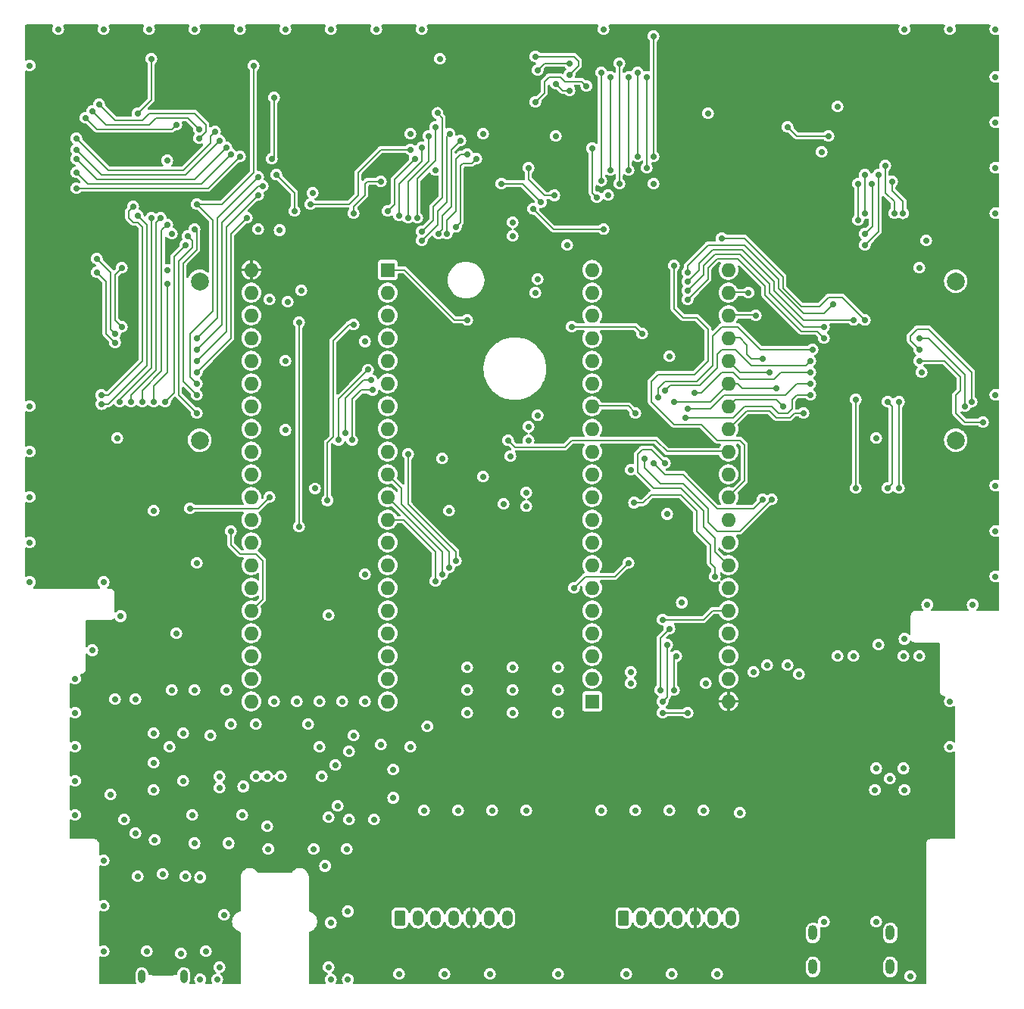
<source format=gbr>
%TF.GenerationSoftware,KiCad,Pcbnew,(6.0.7)*%
%TF.CreationDate,2022-07-29T13:47:02-04:00*%
%TF.ProjectId,ingameNES,696e6761-6d65-44e4-9553-2e6b69636164,1*%
%TF.SameCoordinates,Original*%
%TF.FileFunction,Copper,L4,Bot*%
%TF.FilePolarity,Positive*%
%FSLAX46Y46*%
G04 Gerber Fmt 4.6, Leading zero omitted, Abs format (unit mm)*
G04 Created by KiCad (PCBNEW (6.0.7)) date 2022-07-29 13:47:02*
%MOMM*%
%LPD*%
G01*
G04 APERTURE LIST*
G04 Aperture macros list*
%AMRoundRect*
0 Rectangle with rounded corners*
0 $1 Rounding radius*
0 $2 $3 $4 $5 $6 $7 $8 $9 X,Y pos of 4 corners*
0 Add a 4 corners polygon primitive as box body*
4,1,4,$2,$3,$4,$5,$6,$7,$8,$9,$2,$3,0*
0 Add four circle primitives for the rounded corners*
1,1,$1+$1,$2,$3*
1,1,$1+$1,$4,$5*
1,1,$1+$1,$6,$7*
1,1,$1+$1,$8,$9*
0 Add four rect primitives between the rounded corners*
20,1,$1+$1,$2,$3,$4,$5,0*
20,1,$1+$1,$4,$5,$6,$7,0*
20,1,$1+$1,$6,$7,$8,$9,0*
20,1,$1+$1,$8,$9,$2,$3,0*%
G04 Aperture macros list end*
%TA.AperFunction,ComponentPad*%
%ADD10O,1.000000X1.700000*%
%TD*%
%TA.AperFunction,ComponentPad*%
%ADD11RoundRect,0.250000X-0.350000X-0.625000X0.350000X-0.625000X0.350000X0.625000X-0.350000X0.625000X0*%
%TD*%
%TA.AperFunction,ComponentPad*%
%ADD12O,1.200000X1.750000*%
%TD*%
%TA.AperFunction,WasherPad*%
%ADD13C,2.000000*%
%TD*%
%TA.AperFunction,ComponentPad*%
%ADD14O,0.800000X1.500000*%
%TD*%
%TA.AperFunction,ComponentPad*%
%ADD15R,1.600000X1.600000*%
%TD*%
%TA.AperFunction,ComponentPad*%
%ADD16O,1.600000X1.600000*%
%TD*%
%TA.AperFunction,ViaPad*%
%ADD17C,0.711200*%
%TD*%
%TA.AperFunction,Conductor*%
%ADD18C,0.152400*%
%TD*%
G04 APERTURE END LIST*
D10*
X143820000Y-191000000D03*
X143820000Y-194800000D03*
X135180000Y-191000000D03*
X135180000Y-194800000D03*
D11*
X89000000Y-189320000D03*
D12*
X91000000Y-189320000D03*
X93000000Y-189320000D03*
X95000000Y-189320000D03*
X97000000Y-189320000D03*
X99000000Y-189320000D03*
X101000000Y-189320000D03*
D11*
X114000000Y-189320000D03*
D12*
X116000000Y-189320000D03*
X118000000Y-189320000D03*
X120000000Y-189320000D03*
X122000000Y-189320000D03*
X124000000Y-189320000D03*
X126000000Y-189320000D03*
D13*
X151130000Y-135890000D03*
X151130000Y-118110000D03*
X66620000Y-135890000D03*
X66620000Y-118110000D03*
D14*
X60150000Y-195900000D03*
X64850000Y-195900000D03*
D15*
X110490000Y-165100000D03*
D16*
X110490000Y-162560000D03*
X110490000Y-160020000D03*
X110490000Y-157480000D03*
X110490000Y-154940000D03*
X110490000Y-152400000D03*
X110490000Y-149860000D03*
X110490000Y-147320000D03*
X110490000Y-144780000D03*
X110490000Y-142240000D03*
X110490000Y-139700000D03*
X110490000Y-137160000D03*
X110490000Y-134620000D03*
X110490000Y-132080000D03*
X110490000Y-129540000D03*
X110490000Y-127000000D03*
X110490000Y-124460000D03*
X110490000Y-121920000D03*
X110490000Y-119380000D03*
X110490000Y-116840000D03*
X125730000Y-116840000D03*
X125730000Y-119380000D03*
X125730000Y-121920000D03*
X125730000Y-124460000D03*
X125730000Y-127000000D03*
X125730000Y-129540000D03*
X125730000Y-132080000D03*
X125730000Y-134620000D03*
X125730000Y-137160000D03*
X125730000Y-139700000D03*
X125730000Y-142240000D03*
X125730000Y-144780000D03*
X125730000Y-147320000D03*
X125730000Y-149860000D03*
X125730000Y-152400000D03*
X125730000Y-154940000D03*
X125730000Y-157480000D03*
X125730000Y-160020000D03*
X125730000Y-162560000D03*
X125730000Y-165100000D03*
D15*
X87630000Y-116840000D03*
D16*
X87630000Y-119380000D03*
X87630000Y-121920000D03*
X87630000Y-124460000D03*
X87630000Y-127000000D03*
X87630000Y-129540000D03*
X87630000Y-132080000D03*
X87630000Y-134620000D03*
X87630000Y-137160000D03*
X87630000Y-139700000D03*
X87630000Y-142240000D03*
X87630000Y-144780000D03*
X87630000Y-147320000D03*
X87630000Y-149860000D03*
X87630000Y-152400000D03*
X87630000Y-154940000D03*
X87630000Y-157480000D03*
X87630000Y-160020000D03*
X87630000Y-162560000D03*
X87630000Y-165100000D03*
X72390000Y-165100000D03*
X72390000Y-162560000D03*
X72390000Y-160020000D03*
X72390000Y-157480000D03*
X72390000Y-154940000D03*
X72390000Y-152400000D03*
X72390000Y-149860000D03*
X72390000Y-147320000D03*
X72390000Y-144780000D03*
X72390000Y-142240000D03*
X72390000Y-139700000D03*
X72390000Y-137160000D03*
X72390000Y-134620000D03*
X72390000Y-132080000D03*
X72390000Y-129540000D03*
X72390000Y-127000000D03*
X72390000Y-124460000D03*
X72390000Y-121920000D03*
X72390000Y-119380000D03*
X72390000Y-116840000D03*
D17*
X133604000Y-162052000D03*
X81280000Y-189865000D03*
X128524000Y-161798000D03*
X59436000Y-179832000D03*
X63500000Y-163830000D03*
X93472000Y-93218000D03*
X99060000Y-195580000D03*
X76454000Y-120396000D03*
X111506000Y-177292000D03*
X79248000Y-108204000D03*
X103124000Y-141732000D03*
X64008000Y-157480000D03*
X69850000Y-180975000D03*
X83185000Y-188595000D03*
X114808000Y-161798000D03*
X61468000Y-175006000D03*
X55880000Y-182880000D03*
X54610000Y-159385000D03*
X52705000Y-162560000D03*
X47625000Y-147320000D03*
X62992000Y-104606000D03*
X47625000Y-137160000D03*
X79502000Y-141295000D03*
X90170000Y-101600000D03*
X81280000Y-196215000D03*
X76200000Y-127000000D03*
X64770000Y-173990000D03*
X96520000Y-161290000D03*
X57150000Y-164846000D03*
X52705000Y-170180000D03*
X59436000Y-164846000D03*
X114300000Y-195580000D03*
X69342000Y-188976000D03*
X153035000Y-154305000D03*
X142113000Y-175006000D03*
X74930000Y-165100000D03*
X91440000Y-89916000D03*
X68580000Y-196215000D03*
X115316000Y-177292000D03*
X62484000Y-184404000D03*
X47625000Y-132080000D03*
X81788000Y-172212000D03*
X122936000Y-177292000D03*
X142240000Y-135636000D03*
X61468000Y-168656000D03*
X120523000Y-154051000D03*
X66294000Y-149606000D03*
X74168000Y-179070000D03*
X55880000Y-89916000D03*
X101600000Y-166370000D03*
X136144000Y-103632000D03*
X106680000Y-195580000D03*
X155575000Y-146050000D03*
X137922000Y-160020000D03*
X111760000Y-89916000D03*
X61595000Y-180594000D03*
X94488000Y-143764000D03*
X86868000Y-169926000D03*
X83312000Y-178308000D03*
X155575000Y-130810000D03*
X103124000Y-143256000D03*
X147066000Y-160020000D03*
X142494000Y-158750000D03*
X119380000Y-195580000D03*
X76200000Y-134747000D03*
X119126000Y-177292000D03*
X155575000Y-89916000D03*
X96520000Y-166370000D03*
X119126000Y-126492000D03*
X91694000Y-177292000D03*
X72898000Y-167640000D03*
X114808000Y-139192000D03*
X72898000Y-173482000D03*
X143764000Y-173736000D03*
X100584000Y-143002000D03*
X101600000Y-163830000D03*
X101600000Y-111506000D03*
X66040000Y-163830000D03*
X92075000Y-167894000D03*
X86106000Y-178308000D03*
X103124000Y-177292000D03*
X103378000Y-135890000D03*
X78740000Y-167640000D03*
X50800000Y-89916000D03*
X142240000Y-172593000D03*
X101346000Y-137668000D03*
X114808000Y-163068000D03*
X123190000Y-163068000D03*
X66675000Y-196215000D03*
X127000000Y-177546000D03*
X81026000Y-178054000D03*
X70104000Y-167640000D03*
X82042000Y-176784000D03*
X62992000Y-116840000D03*
X69596000Y-163830000D03*
X68834000Y-173482000D03*
X56642000Y-175514000D03*
X81026000Y-155448000D03*
X155575000Y-151130000D03*
X83058000Y-181610000D03*
X155575000Y-110490000D03*
X92964000Y-105664000D03*
X52705000Y-177800000D03*
X93726000Y-137922000D03*
X71374000Y-177800000D03*
X155575000Y-140970000D03*
X130048000Y-161036000D03*
X77978000Y-119126000D03*
X86360000Y-89916000D03*
X73152000Y-112268000D03*
X155575000Y-95250000D03*
X88900000Y-195580000D03*
X83312000Y-170688000D03*
X65786000Y-177800000D03*
X155575000Y-105410000D03*
X66675000Y-184785000D03*
X83185000Y-196215000D03*
X80645000Y-183515000D03*
X85090000Y-124841000D03*
X47625000Y-151765000D03*
X96520000Y-163830000D03*
X74422000Y-120142000D03*
X150495000Y-165100000D03*
X66040000Y-89916000D03*
X124460000Y-195580000D03*
X117348000Y-107188000D03*
X147955000Y-154305000D03*
X52705000Y-173990000D03*
X106680000Y-161290000D03*
X67818000Y-168910000D03*
X132334000Y-161036000D03*
X112268000Y-108458000D03*
X81280000Y-89916000D03*
X147828000Y-113538000D03*
X47625000Y-93980000D03*
X118872000Y-144145000D03*
X47625000Y-142240000D03*
X137922000Y-98552000D03*
X101600000Y-161290000D03*
X98298000Y-139954000D03*
X106426000Y-101854000D03*
X80010000Y-170180000D03*
X103378000Y-134366000D03*
X58166000Y-178308000D03*
X142240000Y-189738000D03*
X57785000Y-155575000D03*
X88265000Y-172720000D03*
X104394000Y-133096000D03*
X147320000Y-128270000D03*
X123444000Y-99314000D03*
X99314000Y-177292000D03*
X85090000Y-150876000D03*
X75692000Y-173482000D03*
X60706000Y-193040000D03*
X67310000Y-193040000D03*
X150495000Y-89916000D03*
X139700000Y-160020000D03*
X61468000Y-143764000D03*
X95504000Y-177292000D03*
X55880000Y-193040000D03*
X145415000Y-158115000D03*
X64770000Y-168656000D03*
X63246000Y-170180000D03*
X81026000Y-194818000D03*
X80264000Y-173482000D03*
X145288000Y-172593000D03*
X71120000Y-89916000D03*
X64516000Y-193294000D03*
X145415000Y-175006000D03*
X63500000Y-112776000D03*
X106680000Y-163830000D03*
X74295000Y-181610000D03*
X77470000Y-165100000D03*
X61468000Y-171958000D03*
X83820000Y-168910000D03*
X145288000Y-160020000D03*
X98298000Y-101600000D03*
X155575000Y-100330000D03*
X76200000Y-89916000D03*
X65024000Y-184658000D03*
X107696000Y-114046000D03*
X145415000Y-89916000D03*
X60960000Y-89916000D03*
X68834000Y-174752000D03*
X85090000Y-165100000D03*
X59690000Y-184658000D03*
X66040000Y-180975000D03*
X93980000Y-195580000D03*
X104140000Y-119380000D03*
X147066000Y-116586000D03*
X55880000Y-187960000D03*
X82550000Y-165100000D03*
X71501000Y-174625000D03*
X90170000Y-170180000D03*
X79375000Y-181610000D03*
X57404000Y-135636000D03*
X150495000Y-170180000D03*
X106680000Y-166370000D03*
X75565000Y-112395000D03*
X80010000Y-165100000D03*
X88265000Y-175895000D03*
X104394000Y-117856000D03*
X74168000Y-173482000D03*
X68834000Y-194818000D03*
X55880000Y-151765000D03*
X136398000Y-189738000D03*
X101600000Y-113030000D03*
X146050000Y-195834000D03*
X52705000Y-166370000D03*
X118364000Y-165100000D03*
X118872000Y-158750000D03*
X119634000Y-163830000D03*
X119888000Y-160020000D03*
X124206000Y-151130000D03*
X154178000Y-133858000D03*
X115189000Y-142875000D03*
X147066000Y-127000000D03*
X137414000Y-120650000D03*
X121158000Y-117094000D03*
X118110000Y-163830000D03*
X119126000Y-156972000D03*
X118364000Y-155956000D03*
X90678000Y-104394000D03*
X118618000Y-138430000D03*
X96520000Y-122428000D03*
X87630000Y-110236000D03*
X147066000Y-124460000D03*
X152146000Y-132080000D03*
X117348000Y-138430000D03*
X129540000Y-142494000D03*
X130556000Y-142494000D03*
X152908000Y-131572000D03*
X147066000Y-125730000D03*
X116332000Y-137922000D03*
X140970000Y-122428000D03*
X115316000Y-132842000D03*
X124968000Y-113284000D03*
X116078000Y-123952000D03*
X108204000Y-123190000D03*
X91440000Y-103124000D03*
X107950000Y-93726000D03*
X139954000Y-131318000D03*
X134112000Y-132842000D03*
X104394000Y-94488000D03*
X88900000Y-110744000D03*
X139954000Y-141224000D03*
X131826000Y-132080000D03*
X107950000Y-94996000D03*
X89916000Y-110998000D03*
X104140000Y-92964000D03*
X92202000Y-101854000D03*
X106426000Y-96012000D03*
X119634000Y-131572000D03*
X92964000Y-100838000D03*
X107950000Y-96774000D03*
X131064000Y-130048000D03*
X90932000Y-110998000D03*
X130302000Y-128270000D03*
X91440000Y-112522000D03*
X143510000Y-141224000D03*
X143510000Y-131572000D03*
X93195242Y-99291242D03*
X144780000Y-141224000D03*
X94551000Y-101603464D03*
X144780000Y-131572000D03*
X129540000Y-126746000D03*
X91440000Y-113538000D03*
X101092000Y-135890000D03*
X134874000Y-127000000D03*
X118618000Y-130302000D03*
X135128000Y-125730000D03*
X117856000Y-131064000D03*
X121158000Y-120142000D03*
X136398000Y-124460000D03*
X121158000Y-119126000D03*
X136398000Y-123190000D03*
X121158000Y-118110000D03*
X139700000Y-122428000D03*
X66040000Y-112268000D03*
X70104000Y-146050000D03*
X66294000Y-130810000D03*
X95250000Y-149352000D03*
X89916000Y-137414000D03*
X108458000Y-152400000D03*
X114554000Y-149606000D03*
X103378000Y-105410000D03*
X106250000Y-108500000D03*
X104750000Y-109250000D03*
X100330000Y-107188000D03*
X66294000Y-125730000D03*
X73660000Y-107442000D03*
X66294000Y-124460000D03*
X73152000Y-106426000D03*
X52832000Y-107696000D03*
X71120000Y-104140000D03*
X70104000Y-103886000D03*
X52832000Y-105918000D03*
X132334000Y-100838000D03*
X136906000Y-101854000D03*
X95758000Y-102362000D03*
X93281000Y-112776000D03*
X128778000Y-121920000D03*
X94234000Y-112776000D03*
X96520000Y-103886000D03*
X127953000Y-119378481D03*
X52832000Y-104394000D03*
X69596000Y-103124000D03*
X52832000Y-103378000D03*
X68834000Y-102362000D03*
X134874000Y-129540000D03*
X93726000Y-150876000D03*
X121158000Y-132334000D03*
X94488000Y-150114000D03*
X121920000Y-130556000D03*
X134874000Y-128270000D03*
X68326000Y-101346000D03*
X52832000Y-102108000D03*
X83640500Y-135886500D03*
X85926500Y-130298500D03*
X53848000Y-99822000D03*
X64008000Y-100584000D03*
X97536000Y-104394000D03*
X95250000Y-112014000D03*
X54610000Y-99060000D03*
X66548000Y-101092000D03*
X82878500Y-135124500D03*
X85799500Y-129155500D03*
X55372000Y-98298000D03*
X82116500Y-135886500D03*
X66548000Y-102108000D03*
X85418500Y-128012500D03*
X86868000Y-106934000D03*
X83820000Y-110490000D03*
X80899000Y-142621000D03*
X83820000Y-122936000D03*
X59690000Y-99314000D03*
X61214000Y-93218000D03*
X66294000Y-128270000D03*
X71882000Y-110997998D03*
X74676000Y-104394000D03*
X74930000Y-97536000D03*
X66294000Y-129540000D03*
X66294000Y-109474000D03*
X72644000Y-93980000D03*
X121158000Y-166370000D03*
X118364000Y-166370000D03*
X66294000Y-127000000D03*
X90170000Y-103378000D03*
X78994000Y-109474000D03*
X73152000Y-108458000D03*
X57150000Y-124968000D03*
X55118000Y-117094000D03*
X92964000Y-151638000D03*
X109855000Y-96266000D03*
X120904000Y-133350000D03*
X134874002Y-130810000D03*
X104140000Y-98044000D03*
X55118000Y-115570000D03*
X57150000Y-123952000D03*
X57912000Y-123190000D03*
X57912000Y-116586000D03*
X103908758Y-110004758D03*
X111760000Y-112268000D03*
X140970000Y-114046000D03*
X142494000Y-106172000D03*
X113538000Y-107188000D03*
X113538000Y-93725998D03*
X144018000Y-106934000D03*
X111506000Y-106858300D03*
X111506000Y-94742000D03*
X145250000Y-110500000D03*
X140970000Y-112776000D03*
X114554000Y-105664000D03*
X114554000Y-95250000D03*
X141732000Y-107188000D03*
X144250000Y-110490000D03*
X112522002Y-95250000D03*
X143256000Y-105156000D03*
X112521998Y-105664000D03*
X140208000Y-111252000D03*
X116586000Y-105409999D03*
X116586000Y-95250000D03*
X140208002Y-107188000D03*
X77724000Y-122682000D03*
X77216000Y-110236000D03*
X75184000Y-106172000D03*
X77724000Y-145542000D03*
X155575000Y-97790000D03*
X52705000Y-175895000D03*
X144780000Y-144780000D03*
X55880000Y-190500000D03*
X117475000Y-144145000D03*
X93218000Y-177800000D03*
X85725000Y-115570000D03*
X101600000Y-147320000D03*
X147320000Y-182880000D03*
X137160000Y-167640000D03*
X100330000Y-170180000D03*
X47625000Y-134620000D03*
X78740000Y-89916000D03*
X57785000Y-153035000D03*
X134620000Y-149860000D03*
X85090000Y-152400000D03*
X76708000Y-178054000D03*
X155575000Y-154305000D03*
X96520000Y-195580000D03*
X52705000Y-168275000D03*
X111760000Y-182880000D03*
X106680000Y-89916000D03*
X129540000Y-154940000D03*
X114300000Y-114300000D03*
X114300000Y-116840000D03*
X58420000Y-89916000D03*
X124460000Y-177800000D03*
X47625000Y-101600000D03*
X155575000Y-113030000D03*
X101600000Y-116840000D03*
X59000000Y-126365000D03*
X121920000Y-109220000D03*
X106680000Y-180340000D03*
X59436000Y-102108000D03*
X144526000Y-116840000D03*
X85090000Y-154940000D03*
X132334000Y-166878000D03*
X138430000Y-112776000D03*
X144780000Y-167640000D03*
X155575000Y-128270000D03*
X97028000Y-177800000D03*
X96520000Y-152400000D03*
X57785000Y-127635000D03*
X142240000Y-144780000D03*
X77470000Y-153924000D03*
X106680000Y-128270000D03*
X132080000Y-190500000D03*
X47625000Y-116840000D03*
X83820000Y-89916000D03*
X119380000Y-89916000D03*
X134112000Y-105156000D03*
X104140000Y-185420000D03*
X134620000Y-167640000D03*
X155575000Y-143510000D03*
X47625000Y-129540000D03*
X155575000Y-107950000D03*
X91440000Y-195580000D03*
X47625000Y-109220000D03*
X106680000Y-175260000D03*
X148590000Y-163195000D03*
X101600000Y-157480000D03*
X85725000Y-113665000D03*
X96520000Y-170180000D03*
X65532000Y-189484000D03*
X76454000Y-114300000D03*
X155575000Y-120650000D03*
X47625000Y-144780000D03*
X150495000Y-167640000D03*
X136652000Y-98552000D03*
X140462000Y-129286000D03*
X129540000Y-140335000D03*
X106680000Y-177800000D03*
X76454000Y-124460000D03*
X100330000Y-182880000D03*
X70358000Y-172466000D03*
X144526000Y-124460000D03*
X142875000Y-89916000D03*
X106680000Y-190500000D03*
X127000000Y-89916000D03*
X155575000Y-118110000D03*
X146304000Y-117856000D03*
X60960000Y-151384000D03*
X96520000Y-180340000D03*
X75438000Y-121412000D03*
X111760000Y-190500000D03*
X147320000Y-185420000D03*
X121920000Y-185420000D03*
X92710000Y-185420000D03*
X72390000Y-114300000D03*
X129540000Y-180340000D03*
X142240000Y-124460000D03*
X58420000Y-103124000D03*
X85725000Y-117475000D03*
X134620000Y-89916000D03*
X109220000Y-195580000D03*
X113030000Y-177800000D03*
X128016000Y-166116000D03*
X99060000Y-132080000D03*
X153035000Y-89916000D03*
X89408000Y-177800000D03*
X72390000Y-172466000D03*
X100838000Y-177800000D03*
X137160000Y-89916000D03*
X59436000Y-116332000D03*
X124460000Y-89916000D03*
X129540000Y-177800000D03*
X113030000Y-118110000D03*
X93980000Y-89916000D03*
X121920000Y-182880000D03*
X138176000Y-110744000D03*
X145415000Y-169545000D03*
X96520000Y-147320000D03*
X129540000Y-89916000D03*
X120650000Y-177800000D03*
X58420000Y-196215000D03*
X59944000Y-161798000D03*
X50800000Y-151765000D03*
X155575000Y-123190000D03*
X142240000Y-126746000D03*
X107950000Y-134366000D03*
X79248000Y-104140000D03*
X115570000Y-165100000D03*
X119380000Y-107950000D03*
X85725000Y-123190000D03*
X53340000Y-89916000D03*
X145415000Y-154305000D03*
X104140000Y-89916000D03*
X120650000Y-105410000D03*
X129540000Y-172720000D03*
X118110000Y-113030000D03*
X58928000Y-122174000D03*
X104140000Y-190500000D03*
X121920000Y-152400000D03*
X115570000Y-167640000D03*
X52705000Y-164465000D03*
X116840000Y-177800000D03*
X76454000Y-115570000D03*
X144780000Y-117856000D03*
X100330000Y-180340000D03*
X147320000Y-196215000D03*
X106680000Y-170180000D03*
X55880000Y-129540000D03*
X47625000Y-149860000D03*
X132080000Y-170815000D03*
X116078000Y-107188000D03*
X106680000Y-157480000D03*
X91440000Y-157480000D03*
X152400000Y-142240000D03*
X147320000Y-142240000D03*
X93980000Y-134620000D03*
X155575000Y-125730000D03*
X47625000Y-139700000D03*
X92710000Y-182880000D03*
X47625000Y-99060000D03*
X139700000Y-167640000D03*
X116840000Y-152400000D03*
X144526000Y-122428000D03*
X74422000Y-115824000D03*
X96520000Y-89916000D03*
X109220000Y-89916000D03*
X118110000Y-110490000D03*
X106680000Y-133096000D03*
X52705000Y-179705000D03*
X101600000Y-89916000D03*
X144526000Y-126746000D03*
X73660000Y-89916000D03*
X106045000Y-123190000D03*
X106680000Y-152400000D03*
X106680000Y-182880000D03*
X155575000Y-92710000D03*
X77978000Y-120904000D03*
X146558000Y-122428000D03*
X47625000Y-127000000D03*
X111760000Y-115570000D03*
X52705000Y-172085000D03*
X155575000Y-102870000D03*
X47625000Y-114300000D03*
X150495000Y-172720000D03*
X147955000Y-89916000D03*
X132080000Y-185420000D03*
X121920000Y-89916000D03*
X133858000Y-165227000D03*
X155575000Y-133350000D03*
X68580000Y-89916000D03*
X104140000Y-187960000D03*
X96520000Y-185420000D03*
X101600000Y-195580000D03*
X88900000Y-89916000D03*
X128270000Y-135255000D03*
X47625000Y-104140000D03*
X63500000Y-89916000D03*
X62992000Y-143764000D03*
X47625000Y-96520000D03*
X132080000Y-172085000D03*
X107950000Y-133096000D03*
X132080000Y-168910000D03*
X122174000Y-154305000D03*
X130048000Y-166878000D03*
X155575000Y-135890000D03*
X55880000Y-195580000D03*
X58928000Y-118110000D03*
X101600000Y-152400000D03*
X54610000Y-156845000D03*
X139954000Y-118110000D03*
X106680000Y-147320000D03*
X106426000Y-103124000D03*
X58420000Y-108712000D03*
X147320000Y-187960000D03*
X132080000Y-193040000D03*
X108966000Y-177800000D03*
X129540000Y-175260000D03*
X63500000Y-191770000D03*
X150495000Y-154305000D03*
X106680000Y-172720000D03*
X121920000Y-195580000D03*
X93980000Y-124460000D03*
X104140000Y-182880000D03*
X54610000Y-162560000D03*
X92710000Y-170180000D03*
X91440000Y-154940000D03*
X114300000Y-89916000D03*
X47625000Y-106680000D03*
X121920000Y-106680000D03*
X142875000Y-167640000D03*
X59436000Y-113792000D03*
X47625000Y-121920000D03*
X129540000Y-182880000D03*
X109220000Y-190500000D03*
X47625000Y-124460000D03*
X99060000Y-89916000D03*
X55880000Y-185420000D03*
X55880000Y-125730000D03*
X85725000Y-119380000D03*
X132080000Y-195580000D03*
X141478000Y-131572000D03*
X155575000Y-115570000D03*
X142240000Y-122428000D03*
X47625000Y-119380000D03*
X148590000Y-159385000D03*
X129540000Y-137160000D03*
X143510000Y-112268000D03*
X96520000Y-182880000D03*
X146558000Y-131064000D03*
X48260000Y-89916000D03*
X114300000Y-115570000D03*
X129540000Y-170180000D03*
X59436000Y-112522000D03*
X135636000Y-106680000D03*
X137160000Y-107950000D03*
X93980000Y-127000000D03*
X47625000Y-111760000D03*
X137922000Y-118110000D03*
X55880000Y-127635000D03*
X132080000Y-89916000D03*
X121920000Y-111760000D03*
X92710000Y-180340000D03*
X96520000Y-157480000D03*
X47625000Y-91440000D03*
X78105000Y-116840000D03*
X132080000Y-187960000D03*
X132080000Y-152400000D03*
X79502000Y-155448000D03*
X111760000Y-185420000D03*
X155575000Y-138430000D03*
X85725000Y-121285000D03*
X111760000Y-187960000D03*
X137160000Y-105156000D03*
X116840000Y-195580000D03*
X155575000Y-148590000D03*
X129540000Y-157480000D03*
X82804000Y-124714000D03*
X140335000Y-89916000D03*
X115570000Y-104140000D03*
X140970000Y-106172000D03*
X140970000Y-110490000D03*
X115570000Y-94742000D03*
X117348000Y-104140000D03*
X117348000Y-90678000D03*
X74422000Y-142240000D03*
X65532000Y-143510000D03*
X110997998Y-108712000D03*
X110490000Y-103250000D03*
X119634000Y-116332000D03*
X59182000Y-109728000D03*
X55626000Y-130810000D03*
X59690000Y-110744000D03*
X55648758Y-131848758D03*
X61214000Y-110998000D03*
X57658000Y-131572000D03*
X62230000Y-110998000D03*
X58928000Y-131572000D03*
X62992000Y-111760000D03*
X60198000Y-131572000D03*
X62992000Y-118364000D03*
X61468000Y-131572000D03*
X62738000Y-131572000D03*
X65024000Y-114046000D03*
X66294000Y-132842000D03*
X65278000Y-113030000D03*
D18*
X118872000Y-164592000D02*
X118364000Y-165100000D01*
X118872000Y-158750000D02*
X118872000Y-164592000D01*
X119634000Y-160274000D02*
X119888000Y-160020000D01*
X119634000Y-163830000D02*
X119634000Y-160274000D01*
X116205000Y-142875000D02*
X117094000Y-141986000D01*
X152146000Y-133858000D02*
X151130000Y-132842000D01*
X151638000Y-130302000D02*
X151638000Y-128778000D01*
X120396000Y-141986000D02*
X122174000Y-143764000D01*
X151130000Y-132842000D02*
X151130000Y-130810000D01*
X154178000Y-133858000D02*
X152146000Y-133858000D01*
X149860000Y-127000000D02*
X147066000Y-127000000D01*
X151130000Y-130810000D02*
X151638000Y-130302000D01*
X123698000Y-149606000D02*
X124206000Y-150114000D01*
X117094000Y-141986000D02*
X120396000Y-141986000D01*
X124206000Y-150114000D02*
X124206000Y-151130000D01*
X122174000Y-146050000D02*
X123698000Y-147574000D01*
X151638000Y-128778000D02*
X149860000Y-127000000D01*
X122174000Y-143764000D02*
X122174000Y-146050000D01*
X123698000Y-147574000D02*
X123698000Y-149606000D01*
X115189000Y-142875000D02*
X116205000Y-142875000D01*
X131318000Y-117856000D02*
X131318000Y-118872000D01*
X131318000Y-118872000D02*
X134112000Y-121666000D01*
X136398000Y-121666000D02*
X137414000Y-120650000D01*
X121158000Y-116332000D02*
X123444000Y-114046000D01*
X134112000Y-121666000D02*
X136398000Y-121666000D01*
X121158000Y-117094000D02*
X121158000Y-116332000D01*
X127508000Y-114046000D02*
X131318000Y-117856000D01*
X123444000Y-114046000D02*
X127508000Y-114046000D01*
X118110000Y-157988000D02*
X118110000Y-163830000D01*
X119126000Y-156972000D02*
X118110000Y-157988000D01*
X122936000Y-155956000D02*
X118364000Y-155956000D01*
X125730000Y-154940000D02*
X123952000Y-154940000D01*
X123952000Y-154940000D02*
X122936000Y-155956000D01*
X116078000Y-136906000D02*
X117094000Y-136906000D01*
X89535000Y-116840000D02*
X95123000Y-122428000D01*
X88392000Y-106680000D02*
X90678000Y-104394000D01*
X95123000Y-122428000D02*
X96520000Y-122428000D01*
X122936000Y-145542000D02*
X122936000Y-143764000D01*
X87630000Y-116840000D02*
X89535000Y-116840000D01*
X122936000Y-143764000D02*
X120396000Y-141224000D01*
X87630000Y-110236000D02*
X88392000Y-109474000D01*
X117094000Y-136906000D02*
X118618000Y-138430000D01*
X115570000Y-139446000D02*
X115570000Y-137414000D01*
X125730000Y-149860000D02*
X124206000Y-148336000D01*
X124206000Y-148336000D02*
X124206000Y-146812000D01*
X88392000Y-109474000D02*
X88392000Y-106680000D01*
X124206000Y-146812000D02*
X122936000Y-145542000D01*
X115570000Y-137414000D02*
X116078000Y-136906000D01*
X117348000Y-141224000D02*
X115570000Y-139446000D01*
X120396000Y-141224000D02*
X117348000Y-141224000D01*
X118618000Y-139700000D02*
X120650000Y-139700000D01*
X152146000Y-128524000D02*
X152146000Y-132080000D01*
X147066000Y-124460000D02*
X148082000Y-124460000D01*
X128524000Y-143510000D02*
X129540000Y-142494000D01*
X117348000Y-138430000D02*
X118618000Y-139700000D01*
X120650000Y-139700000D02*
X124460000Y-143510000D01*
X148082000Y-124460000D02*
X152146000Y-128524000D01*
X124460000Y-143510000D02*
X128524000Y-143510000D01*
X116332000Y-137922000D02*
X116332000Y-138938000D01*
X116332000Y-138938000D02*
X118110000Y-140716000D01*
X146812000Y-123444000D02*
X148082000Y-123444000D01*
X118110000Y-140716000D02*
X120650000Y-140716000D01*
X146050000Y-124206000D02*
X146812000Y-123444000D01*
X124460000Y-146050000D02*
X127000000Y-146050000D01*
X147066000Y-125730000D02*
X146050000Y-124714000D01*
X120650000Y-140716000D02*
X123444000Y-143510000D01*
X127000000Y-146050000D02*
X130556000Y-142494000D01*
X123444000Y-145034000D02*
X124460000Y-146050000D01*
X146050000Y-124714000D02*
X146050000Y-124206000D01*
X148082000Y-123444000D02*
X152908000Y-128270000D01*
X123444000Y-143510000D02*
X123444000Y-145034000D01*
X152908000Y-128270000D02*
X152908000Y-131572000D01*
X138430000Y-119888000D02*
X136906000Y-119888000D01*
X140970000Y-122428000D02*
X138430000Y-119888000D01*
X136906000Y-119888000D02*
X135890000Y-120904000D01*
X127508000Y-113284000D02*
X124968000Y-113284000D01*
X131826000Y-118872000D02*
X131826000Y-117602000D01*
X135890000Y-120904000D02*
X133858000Y-120904000D01*
X110490000Y-132075000D02*
X114549000Y-132075000D01*
X131826000Y-117602000D02*
X127508000Y-113284000D01*
X133858000Y-120904000D02*
X131826000Y-118872000D01*
X114549000Y-132075000D02*
X115316000Y-132842000D01*
X108204000Y-123190000D02*
X115316000Y-123190000D01*
X115316000Y-123190000D02*
X116078000Y-123952000D01*
X127762000Y-132588000D02*
X130302000Y-132588000D01*
X125730000Y-134620000D02*
X127762000Y-132588000D01*
X107950000Y-93726000D02*
X105156000Y-93726000D01*
X132588000Y-133350000D02*
X133096000Y-132842000D01*
X88900000Y-110744000D02*
X88900000Y-107188000D01*
X105156000Y-93726000D02*
X104394000Y-94488000D01*
X139954000Y-131318000D02*
X139954000Y-141224000D01*
X88900000Y-107188000D02*
X91440000Y-104648000D01*
X133096000Y-132842000D02*
X134112000Y-132842000D01*
X91440000Y-104648000D02*
X91440000Y-103124000D01*
X131064000Y-133350000D02*
X132588000Y-133350000D01*
X130302000Y-132588000D02*
X131064000Y-133350000D01*
X89916000Y-110998000D02*
X89916000Y-106934000D01*
X92202000Y-104648000D02*
X92202000Y-101854000D01*
X131064000Y-131318000D02*
X131826000Y-132080000D01*
X108966000Y-93472000D02*
X108966000Y-93980000D01*
X89916000Y-106934000D02*
X92202000Y-104648000D01*
X108458000Y-92964000D02*
X108966000Y-93472000D01*
X108966000Y-93980000D02*
X107950000Y-94996000D01*
X126486996Y-131318000D02*
X131064000Y-131318000D01*
X104140000Y-92964000D02*
X108458000Y-92964000D01*
X125730000Y-132074996D02*
X126486996Y-131318000D01*
X125730000Y-129540000D02*
X126746000Y-129540000D01*
X92964000Y-104625242D02*
X90932000Y-106657242D01*
X127254000Y-130048000D02*
X131064000Y-130048000D01*
X123698000Y-131572000D02*
X125730000Y-129540000D01*
X126746000Y-129540000D02*
X127254000Y-130048000D01*
X92964000Y-100838000D02*
X92964000Y-104625242D01*
X90932000Y-106657242D02*
X90932000Y-110998000D01*
X107188000Y-96774000D02*
X107950000Y-96774000D01*
X106426000Y-96012000D02*
X107188000Y-96774000D01*
X119634000Y-131572000D02*
X123698000Y-131572000D01*
X144018000Y-132080000D02*
X144018000Y-140716000D01*
X144018000Y-140716000D02*
X143510000Y-141224000D01*
X92710000Y-109728000D02*
X92710000Y-111252000D01*
X93726000Y-99822000D02*
X93726000Y-108712000D01*
X143510000Y-131572000D02*
X144018000Y-132080000D01*
X127000000Y-128270000D02*
X130302000Y-128270000D01*
X125730000Y-127000000D02*
X127000000Y-128270000D01*
X93195242Y-99291242D02*
X93726000Y-99822000D01*
X93726000Y-108712000D02*
X92710000Y-109728000D01*
X92710000Y-111252000D02*
X91440000Y-112522000D01*
X127762000Y-126238000D02*
X128270000Y-126746000D01*
X93218000Y-111760000D02*
X93218000Y-110236000D01*
X127762000Y-125222000D02*
X127762000Y-126238000D01*
X125730000Y-124454996D02*
X126994996Y-124454996D01*
X94234000Y-101920464D02*
X94551000Y-101603464D01*
X128270000Y-126746000D02*
X129540000Y-126746000D01*
X94234000Y-109220000D02*
X94234000Y-101920464D01*
X144780000Y-131572000D02*
X144780000Y-141224000D01*
X91440000Y-113538000D02*
X93218000Y-111760000D01*
X93218000Y-110236000D02*
X94234000Y-109220000D01*
X126994996Y-124454996D02*
X127762000Y-125222000D01*
X107442000Y-136652000D02*
X108204000Y-135890000D01*
X108204000Y-135890000D02*
X117602000Y-135890000D01*
X101092000Y-135890000D02*
X101854000Y-136652000D01*
X118866996Y-137154996D02*
X125730000Y-137154996D01*
X101854000Y-136652000D02*
X107442000Y-136652000D01*
X117602000Y-135890000D02*
X118866996Y-137154996D01*
X134366000Y-127508000D02*
X134874000Y-127000000D01*
X119189500Y-129730500D02*
X122491500Y-129730500D01*
X124968000Y-125730000D02*
X124460000Y-126238000D01*
X118618000Y-130302000D02*
X119189500Y-129730500D01*
X126492000Y-125730000D02*
X128270000Y-127508000D01*
X128270000Y-127508000D02*
X134366000Y-127508000D01*
X122491500Y-129730500D02*
X124460000Y-127762000D01*
X124460000Y-127762000D02*
X124460000Y-126238000D01*
X124968000Y-125730000D02*
X126492000Y-125730000D01*
X118618000Y-129286000D02*
X122174000Y-129286000D01*
X124968000Y-123190000D02*
X126746000Y-123190000D01*
X129286000Y-125730000D02*
X135128000Y-125730000D01*
X117856000Y-130048000D02*
X118618000Y-129286000D01*
X117856000Y-131064000D02*
X117856000Y-130048000D01*
X126746000Y-123190000D02*
X129286000Y-125730000D01*
X122174000Y-129286000D02*
X123952000Y-127508000D01*
X123952000Y-127508000D02*
X123952000Y-124206000D01*
X123952000Y-124206000D02*
X124968000Y-123190000D01*
X124460000Y-115570000D02*
X123444000Y-116586000D01*
X126746000Y-115570000D02*
X124460000Y-115570000D01*
X136398000Y-124460000D02*
X135636000Y-123698000D01*
X129794000Y-119634000D02*
X129794000Y-118618000D01*
X129794000Y-118618000D02*
X126746000Y-115570000D01*
X133858000Y-123698000D02*
X129794000Y-119634000D01*
X123444000Y-117856000D02*
X121158000Y-120142000D01*
X123444000Y-116586000D02*
X123444000Y-117856000D01*
X135636000Y-123698000D02*
X133858000Y-123698000D01*
X134112000Y-123190000D02*
X136398000Y-123190000D01*
X122936000Y-117348000D02*
X122936000Y-116332000D01*
X124206000Y-115062000D02*
X127000000Y-115062000D01*
X122936000Y-116332000D02*
X124206000Y-115062000D01*
X127000000Y-115062000D02*
X130302000Y-118364000D01*
X130302000Y-118364000D02*
X130302000Y-119380000D01*
X130302000Y-119380000D02*
X134112000Y-123190000D01*
X121158000Y-119126000D02*
X122936000Y-117348000D01*
X121158000Y-118110000D02*
X122428000Y-116840000D01*
X130810000Y-118110000D02*
X130810000Y-119126000D01*
X122428000Y-116078000D02*
X123952000Y-114554000D01*
X127254000Y-114554000D02*
X130810000Y-118110000D01*
X123952000Y-114554000D02*
X127254000Y-114554000D01*
X122428000Y-116840000D02*
X122428000Y-116078000D01*
X130810000Y-119126000D02*
X134112000Y-122428000D01*
X134112000Y-122428000D02*
X139700000Y-122428000D01*
X64770000Y-116078000D02*
X66294000Y-114554000D01*
X66294000Y-112522000D02*
X66040000Y-112268000D01*
X70104000Y-146050000D02*
X70104000Y-147574000D01*
X73660000Y-153670000D02*
X72390000Y-154940000D01*
X72898000Y-148590000D02*
X73660000Y-149352000D01*
X64770000Y-129286000D02*
X64770000Y-116078000D01*
X70104000Y-147574000D02*
X71120000Y-148590000D01*
X71120000Y-148590000D02*
X72898000Y-148590000D01*
X66294000Y-130810000D02*
X64770000Y-129286000D01*
X66294000Y-114554000D02*
X66294000Y-112522000D01*
X73660000Y-149352000D02*
X73660000Y-153670000D01*
X95250000Y-149352000D02*
X95250000Y-148336000D01*
X89916000Y-143002000D02*
X89916000Y-137414000D01*
X109728000Y-151130000D02*
X108458000Y-152400000D01*
X95250000Y-148336000D02*
X89916000Y-143002000D01*
X114554000Y-149606000D02*
X113030000Y-151130000D01*
X113030000Y-151130000D02*
X109728000Y-151130000D01*
X103378000Y-106680000D02*
X103378000Y-105410000D01*
X105198000Y-108500000D02*
X103378000Y-106680000D01*
X106250000Y-108500000D02*
X105198000Y-108500000D01*
X102688000Y-107188000D02*
X100330000Y-107188000D01*
X104750000Y-109250000D02*
X102688000Y-107188000D01*
X73152000Y-107442000D02*
X73660000Y-107442000D01*
X66294000Y-125730000D02*
X69088000Y-122936000D01*
X69088000Y-111506000D02*
X73152000Y-107442000D01*
X69088000Y-122936000D02*
X69088000Y-111506000D01*
X68580000Y-110998000D02*
X73152000Y-106426000D01*
X68580000Y-122174000D02*
X68580000Y-110998000D01*
X66294000Y-124460000D02*
X68580000Y-122174000D01*
X71120000Y-104140000D02*
X67543780Y-107716220D01*
X52852220Y-107716220D02*
X52832000Y-107696000D01*
X67543780Y-107716220D02*
X52852220Y-107716220D01*
X66802000Y-107188000D02*
X54102000Y-107188000D01*
X70104000Y-103886000D02*
X66802000Y-107188000D01*
X54102000Y-107188000D02*
X52832000Y-105918000D01*
X133350000Y-101854000D02*
X136906000Y-101854000D01*
X132334000Y-100838000D02*
X133350000Y-101854000D01*
X94742000Y-103378000D02*
X94742000Y-109728000D01*
X95758000Y-102362000D02*
X94742000Y-103378000D01*
X93726000Y-110744000D02*
X93726000Y-112331000D01*
X128772996Y-121914996D02*
X128778000Y-121920000D01*
X93726000Y-112331000D02*
X93281000Y-112776000D01*
X94742000Y-109728000D02*
X93726000Y-110744000D01*
X125730000Y-121914996D02*
X128772996Y-121914996D01*
X95758000Y-103886000D02*
X96520000Y-103886000D01*
X94234000Y-112776000D02*
X94234000Y-111252000D01*
X95250000Y-110236000D02*
X95250000Y-104394000D01*
X95250000Y-104394000D02*
X95758000Y-103886000D01*
X125730000Y-119374996D02*
X127949515Y-119374996D01*
X94234000Y-111252000D02*
X95250000Y-110236000D01*
X127949515Y-119374996D02*
X127953000Y-119378481D01*
X69596000Y-103124000D02*
X66040000Y-106680000D01*
X55118000Y-106680000D02*
X52832000Y-104394000D01*
X66040000Y-106680000D02*
X55118000Y-106680000D01*
X55626000Y-106172000D02*
X52832000Y-103378000D01*
X68834000Y-102362000D02*
X65024000Y-106172000D01*
X65024000Y-106172000D02*
X55626000Y-106172000D01*
X123698000Y-132334000D02*
X125222000Y-130810000D01*
X133350000Y-129540000D02*
X134874000Y-129540000D01*
X125222000Y-130810000D02*
X132080000Y-130810000D01*
X132080000Y-130810000D02*
X133350000Y-129540000D01*
X121158000Y-132334000D02*
X123698000Y-132334000D01*
X93726000Y-148336000D02*
X93726000Y-150876000D01*
X87630000Y-142240000D02*
X93726000Y-148336000D01*
X94488000Y-148336000D02*
X94488000Y-150114000D01*
X89154000Y-141224000D02*
X89154000Y-143002000D01*
X134874000Y-128270000D02*
X131572000Y-128270000D01*
X127000000Y-129032000D02*
X130810000Y-129032000D01*
X126238000Y-128270000D02*
X127000000Y-129032000D01*
X89154000Y-143002000D02*
X94488000Y-148336000D01*
X121920000Y-130556000D02*
X122682000Y-130556000D01*
X87630000Y-139700000D02*
X89154000Y-141224000D01*
X124968000Y-128270000D02*
X126238000Y-128270000D01*
X122682000Y-130556000D02*
X124968000Y-128270000D01*
X131572000Y-128270000D02*
X130810000Y-129032000D01*
X67818000Y-102616000D02*
X64770000Y-105664000D01*
X64770000Y-105664000D02*
X56388000Y-105664000D01*
X56388000Y-105664000D02*
X52832000Y-102108000D01*
X67818000Y-101854000D02*
X67818000Y-102616000D01*
X68326000Y-101346000D02*
X67818000Y-101854000D01*
X55118000Y-101092000D02*
X53848000Y-99822000D01*
X84656500Y-130298500D02*
X83640500Y-131314500D01*
X85926500Y-130298500D02*
X84656500Y-130298500D01*
X63500000Y-101092000D02*
X55118000Y-101092000D01*
X83640500Y-131314500D02*
X83640500Y-135886500D01*
X64008000Y-100584000D02*
X63500000Y-101092000D01*
X95758000Y-105156000D02*
X96012000Y-104902000D01*
X95250000Y-112014000D02*
X95758000Y-111506000D01*
X97028000Y-104902000D02*
X97536000Y-104394000D01*
X95758000Y-111506000D02*
X95758000Y-105156000D01*
X96012000Y-104902000D02*
X97028000Y-104902000D01*
X82878500Y-131187500D02*
X84910500Y-129155500D01*
X84910500Y-129155500D02*
X85799500Y-129155500D01*
X65278000Y-99822000D02*
X61722000Y-99822000D01*
X61722000Y-99822000D02*
X60960000Y-100584000D01*
X66548000Y-101092000D02*
X65278000Y-99822000D01*
X56134000Y-100584000D02*
X54610000Y-99060000D01*
X60960000Y-100584000D02*
X56134000Y-100584000D01*
X82878500Y-135124500D02*
X82878500Y-131187500D01*
X82116500Y-131314500D02*
X85418500Y-128012500D01*
X57150000Y-100076000D02*
X55372000Y-98298000D01*
X82116500Y-135886500D02*
X82116500Y-131314500D01*
X66040000Y-99314000D02*
X60960000Y-99314000D01*
X67310000Y-100584000D02*
X66040000Y-99314000D01*
X66548000Y-102108000D02*
X67310000Y-101346000D01*
X60960000Y-99314000D02*
X60198000Y-100076000D01*
X60198000Y-100076000D02*
X57150000Y-100076000D01*
X67310000Y-101346000D02*
X67310000Y-100584000D01*
X85090000Y-107188000D02*
X85344000Y-106934000D01*
X85344000Y-106934000D02*
X86868000Y-106934000D01*
X83820000Y-110490000D02*
X83820000Y-109728000D01*
X83820000Y-109728000D02*
X85090000Y-108458000D01*
X80899000Y-136144000D02*
X80899000Y-142621000D01*
X81534000Y-124714000D02*
X83312000Y-122936000D01*
X81534000Y-135509000D02*
X80899000Y-136144000D01*
X83820000Y-122936000D02*
X83312000Y-122936000D01*
X81534000Y-124714000D02*
X81534000Y-135509000D01*
X85090000Y-108458000D02*
X85090000Y-107188000D01*
X61214000Y-97790000D02*
X61214000Y-93218000D01*
X59690000Y-99314000D02*
X61214000Y-97790000D01*
X70104000Y-112775998D02*
X71882000Y-110997998D01*
X66294000Y-128270000D02*
X70104000Y-124460000D01*
X70104000Y-124460000D02*
X70104000Y-112775998D01*
X74930000Y-97536000D02*
X74930000Y-104140000D01*
X74930000Y-104140000D02*
X74676000Y-104394000D01*
X72644000Y-93980000D02*
X72644000Y-105918000D01*
X72644000Y-105918000D02*
X69088000Y-109474000D01*
X66294000Y-129540000D02*
X65532000Y-128778000D01*
X68072000Y-111252000D02*
X66294000Y-109474000D01*
X65532000Y-128778000D02*
X65532000Y-123952000D01*
X65532000Y-123952000D02*
X68072000Y-121412000D01*
X69088000Y-109474000D02*
X66294000Y-109474000D01*
X68072000Y-121412000D02*
X68072000Y-111252000D01*
X118364000Y-166370000D02*
X121158000Y-166370000D01*
X84328000Y-105918000D02*
X86868000Y-103378000D01*
X78994000Y-109474000D02*
X83312000Y-109474000D01*
X69596000Y-112014000D02*
X73152000Y-108458000D01*
X84328000Y-108458000D02*
X84328000Y-105918000D01*
X86868000Y-103378000D02*
X90170000Y-103378000D01*
X69596000Y-123698000D02*
X69596000Y-112014000D01*
X66294000Y-127000000D02*
X69596000Y-123698000D01*
X83312000Y-109474000D02*
X84328000Y-108458000D01*
X57150000Y-124968000D02*
X56134000Y-123952000D01*
X56134000Y-123952000D02*
X56134000Y-118110000D01*
X56134000Y-118110000D02*
X55118000Y-117094000D01*
X132842000Y-132334000D02*
X132334000Y-132842000D01*
X134874002Y-130810000D02*
X133350000Y-130810000D01*
X130556000Y-132080000D02*
X127508000Y-132080000D01*
X126238000Y-133350000D02*
X120904000Y-133350000D01*
X132842000Y-131318000D02*
X132842000Y-132334000D01*
X133350000Y-130810000D02*
X132842000Y-131318000D01*
X87630000Y-144780000D02*
X89408000Y-144780000D01*
X132334000Y-132842000D02*
X131318000Y-132842000D01*
X109347000Y-95758000D02*
X109855000Y-96266000D01*
X107442000Y-95758000D02*
X109347000Y-95758000D01*
X127508000Y-132080000D02*
X126238000Y-133350000D01*
X106934000Y-95250000D02*
X107442000Y-95758000D01*
X89408000Y-144780000D02*
X92964000Y-148336000D01*
X105156000Y-97028000D02*
X105156000Y-95758000D01*
X131318000Y-132842000D02*
X130556000Y-132080000D01*
X105156000Y-95758000D02*
X105664000Y-95250000D01*
X92964000Y-148336000D02*
X92964000Y-151638000D01*
X105664000Y-95250000D02*
X106934000Y-95250000D01*
X104140000Y-98044000D02*
X105156000Y-97028000D01*
X56642000Y-117094000D02*
X55118000Y-115570000D01*
X56642000Y-123444000D02*
X56642000Y-117094000D01*
X57150000Y-123952000D02*
X56642000Y-123444000D01*
X57912000Y-123190000D02*
X57150000Y-122428000D01*
X57150000Y-117348000D02*
X57912000Y-116586000D01*
X57150000Y-122428000D02*
X57150000Y-117348000D01*
X111760000Y-112268000D02*
X106172000Y-112268000D01*
X106172000Y-112268000D02*
X103908758Y-110004758D01*
X142494000Y-112522000D02*
X142494000Y-106172000D01*
X140970000Y-114046000D02*
X142494000Y-112522000D01*
X113538000Y-107188000D02*
X113538000Y-93725998D01*
X144018000Y-107950000D02*
X144018000Y-106934000D01*
X145250000Y-109182000D02*
X144018000Y-107950000D01*
X111506000Y-94742000D02*
X111506000Y-106858300D01*
X145250000Y-110500000D02*
X145250000Y-109182000D01*
X141807701Y-107263701D02*
X141807701Y-111938299D01*
X114554000Y-95250000D02*
X114554000Y-105664000D01*
X141807701Y-111938299D02*
X140970000Y-112776000D01*
X141732000Y-107188000D02*
X141807701Y-107263701D01*
X144250000Y-110490000D02*
X144250000Y-109198000D01*
X112521998Y-105664000D02*
X112522002Y-105663996D01*
X143256000Y-108204000D02*
X143256000Y-105156000D01*
X144250000Y-109198000D02*
X143256000Y-108204000D01*
X112522002Y-105663996D02*
X112522002Y-95250000D01*
X140208000Y-107188002D02*
X140208002Y-107188000D01*
X116586000Y-95250000D02*
X116586000Y-105409999D01*
X140208000Y-111252000D02*
X140208000Y-107188002D01*
X77724000Y-122682000D02*
X77724000Y-145542000D01*
X75184000Y-106172000D02*
X77216000Y-108204000D01*
X77216000Y-108204000D02*
X77216000Y-110236000D01*
X115570000Y-94742000D02*
X115570000Y-104140000D01*
X140970000Y-110490000D02*
X140970000Y-106172000D01*
X117348000Y-104140000D02*
X117348000Y-90678000D01*
X74422000Y-142240000D02*
X73152000Y-143510000D01*
X73152000Y-143510000D02*
X65532000Y-143510000D01*
X121920000Y-128524000D02*
X123444000Y-127000000D01*
X110997998Y-108712000D02*
X110490000Y-108204002D01*
X120650000Y-122174000D02*
X119634000Y-121158000D01*
X117094000Y-131572000D02*
X117094000Y-129286000D01*
X110490000Y-108204002D02*
X110490000Y-103250000D01*
X127000000Y-135890000D02*
X124460000Y-135890000D01*
X123444000Y-127000000D02*
X123444000Y-123444000D01*
X117094000Y-129286000D02*
X117856000Y-128524000D01*
X119634000Y-134112000D02*
X117094000Y-131572000D01*
X124460000Y-135890000D02*
X122682000Y-134112000D01*
X127508000Y-140456996D02*
X127508000Y-136398000D01*
X122682000Y-134112000D02*
X119634000Y-134112000D01*
X127508000Y-136398000D02*
X127000000Y-135890000D01*
X117856000Y-128524000D02*
X121920000Y-128524000D01*
X125730000Y-142234996D02*
X127508000Y-140456996D01*
X119634000Y-121158000D02*
X119634000Y-116332000D01*
X122174000Y-122174000D02*
X120650000Y-122174000D01*
X123444000Y-123444000D02*
X122174000Y-122174000D01*
X59182000Y-109728000D02*
X58674000Y-110236000D01*
X59182000Y-111506000D02*
X59690000Y-111506000D01*
X56388000Y-130810000D02*
X55626000Y-130810000D01*
X58674000Y-110998000D02*
X59182000Y-111506000D01*
X60198000Y-127000000D02*
X56388000Y-130810000D01*
X60198000Y-112014000D02*
X60198000Y-127000000D01*
X58674000Y-110236000D02*
X58674000Y-110998000D01*
X59690000Y-111506000D02*
X60198000Y-112014000D01*
X60706000Y-127508000D02*
X56365242Y-131848758D01*
X60706000Y-111760000D02*
X60706000Y-127508000D01*
X59690000Y-110744000D02*
X60706000Y-111760000D01*
X56365242Y-131848758D02*
X55648758Y-131848758D01*
X57658000Y-131318000D02*
X57658000Y-131572000D01*
X61214000Y-127762000D02*
X57658000Y-131318000D01*
X61214000Y-110998000D02*
X61214000Y-127762000D01*
X61722000Y-111506000D02*
X61722000Y-128016000D01*
X58928000Y-130810000D02*
X58928000Y-131572000D01*
X61722000Y-128016000D02*
X58928000Y-130810000D01*
X62230000Y-110998000D02*
X61722000Y-111506000D01*
X60198000Y-130302000D02*
X60198000Y-131572000D01*
X62356000Y-112396000D02*
X62356000Y-128144000D01*
X62992000Y-111760000D02*
X62356000Y-112396000D01*
X62356000Y-128144000D02*
X60198000Y-130302000D01*
X62992000Y-118364000D02*
X62992000Y-128270000D01*
X62992000Y-128270000D02*
X61468000Y-129794000D01*
X61468000Y-129794000D02*
X61468000Y-131572000D01*
X63754000Y-130556000D02*
X63754000Y-115316000D01*
X62738000Y-131572000D02*
X63754000Y-130556000D01*
X63754000Y-115316000D02*
X65024000Y-114046000D01*
X65786000Y-113538000D02*
X65786000Y-114300000D01*
X65786000Y-114300000D02*
X64262000Y-115824000D01*
X65278000Y-113030000D02*
X65786000Y-113538000D01*
X64262000Y-130810000D02*
X66294000Y-132842000D01*
X64262000Y-115824000D02*
X64262000Y-130810000D01*
%TA.AperFunction,Conductor*%
G36*
X50184965Y-89424564D02*
G01*
X50230737Y-89487564D01*
X50230737Y-89565436D01*
X50223529Y-89581625D01*
X50222705Y-89582699D01*
X50156111Y-89743470D01*
X50133397Y-89916000D01*
X50156111Y-90088530D01*
X50222705Y-90249301D01*
X50328640Y-90387360D01*
X50466698Y-90493295D01*
X50627470Y-90559889D01*
X50800000Y-90582603D01*
X50808188Y-90581525D01*
X50964342Y-90560967D01*
X50972530Y-90559889D01*
X51133302Y-90493295D01*
X51271360Y-90387360D01*
X51377295Y-90249301D01*
X51443889Y-90088530D01*
X51466603Y-89916000D01*
X51443889Y-89743470D01*
X51377295Y-89582699D01*
X51378432Y-89582228D01*
X51363786Y-89513331D01*
X51395458Y-89442191D01*
X51462897Y-89403254D01*
X51489096Y-89400500D01*
X55190904Y-89400500D01*
X55264965Y-89424564D01*
X55310737Y-89487564D01*
X55310737Y-89565436D01*
X55303529Y-89581625D01*
X55302705Y-89582699D01*
X55236111Y-89743470D01*
X55213397Y-89916000D01*
X55236111Y-90088530D01*
X55302705Y-90249301D01*
X55408640Y-90387360D01*
X55546698Y-90493295D01*
X55707470Y-90559889D01*
X55880000Y-90582603D01*
X55888188Y-90581525D01*
X56044342Y-90560967D01*
X56052530Y-90559889D01*
X56213302Y-90493295D01*
X56351360Y-90387360D01*
X56457295Y-90249301D01*
X56523889Y-90088530D01*
X56546603Y-89916000D01*
X56523889Y-89743470D01*
X56457295Y-89582699D01*
X56458432Y-89582228D01*
X56443786Y-89513331D01*
X56475458Y-89442191D01*
X56542897Y-89403254D01*
X56569096Y-89400500D01*
X60270904Y-89400500D01*
X60344965Y-89424564D01*
X60390737Y-89487564D01*
X60390737Y-89565436D01*
X60383529Y-89581625D01*
X60382705Y-89582699D01*
X60316111Y-89743470D01*
X60293397Y-89916000D01*
X60316111Y-90088530D01*
X60382705Y-90249301D01*
X60488640Y-90387360D01*
X60626698Y-90493295D01*
X60787470Y-90559889D01*
X60960000Y-90582603D01*
X60968188Y-90581525D01*
X61124342Y-90560967D01*
X61132530Y-90559889D01*
X61293302Y-90493295D01*
X61431360Y-90387360D01*
X61537295Y-90249301D01*
X61603889Y-90088530D01*
X61626603Y-89916000D01*
X61603889Y-89743470D01*
X61537295Y-89582699D01*
X61538432Y-89582228D01*
X61523786Y-89513331D01*
X61555458Y-89442191D01*
X61622897Y-89403254D01*
X61649096Y-89400500D01*
X65350904Y-89400500D01*
X65424965Y-89424564D01*
X65470737Y-89487564D01*
X65470737Y-89565436D01*
X65463529Y-89581625D01*
X65462705Y-89582699D01*
X65396111Y-89743470D01*
X65373397Y-89916000D01*
X65396111Y-90088530D01*
X65462705Y-90249301D01*
X65568640Y-90387360D01*
X65706698Y-90493295D01*
X65867470Y-90559889D01*
X66040000Y-90582603D01*
X66048188Y-90581525D01*
X66204342Y-90560967D01*
X66212530Y-90559889D01*
X66373302Y-90493295D01*
X66511360Y-90387360D01*
X66617295Y-90249301D01*
X66683889Y-90088530D01*
X66706603Y-89916000D01*
X66683889Y-89743470D01*
X66617295Y-89582699D01*
X66618432Y-89582228D01*
X66603786Y-89513331D01*
X66635458Y-89442191D01*
X66702897Y-89403254D01*
X66729096Y-89400500D01*
X70430904Y-89400500D01*
X70504965Y-89424564D01*
X70550737Y-89487564D01*
X70550737Y-89565436D01*
X70543529Y-89581625D01*
X70542705Y-89582699D01*
X70476111Y-89743470D01*
X70453397Y-89916000D01*
X70476111Y-90088530D01*
X70542705Y-90249301D01*
X70648640Y-90387360D01*
X70786698Y-90493295D01*
X70947470Y-90559889D01*
X71120000Y-90582603D01*
X71128188Y-90581525D01*
X71284342Y-90560967D01*
X71292530Y-90559889D01*
X71453302Y-90493295D01*
X71591360Y-90387360D01*
X71697295Y-90249301D01*
X71763889Y-90088530D01*
X71786603Y-89916000D01*
X71763889Y-89743470D01*
X71697295Y-89582699D01*
X71698432Y-89582228D01*
X71683786Y-89513331D01*
X71715458Y-89442191D01*
X71782897Y-89403254D01*
X71809096Y-89400500D01*
X75510904Y-89400500D01*
X75584965Y-89424564D01*
X75630737Y-89487564D01*
X75630737Y-89565436D01*
X75623529Y-89581625D01*
X75622705Y-89582699D01*
X75556111Y-89743470D01*
X75533397Y-89916000D01*
X75556111Y-90088530D01*
X75622705Y-90249301D01*
X75728640Y-90387360D01*
X75866698Y-90493295D01*
X76027470Y-90559889D01*
X76200000Y-90582603D01*
X76208188Y-90581525D01*
X76364342Y-90560967D01*
X76372530Y-90559889D01*
X76533302Y-90493295D01*
X76671360Y-90387360D01*
X76777295Y-90249301D01*
X76843889Y-90088530D01*
X76866603Y-89916000D01*
X76843889Y-89743470D01*
X76777295Y-89582699D01*
X76778432Y-89582228D01*
X76763786Y-89513331D01*
X76795458Y-89442191D01*
X76862897Y-89403254D01*
X76889096Y-89400500D01*
X80590904Y-89400500D01*
X80664965Y-89424564D01*
X80710737Y-89487564D01*
X80710737Y-89565436D01*
X80703529Y-89581625D01*
X80702705Y-89582699D01*
X80636111Y-89743470D01*
X80613397Y-89916000D01*
X80636111Y-90088530D01*
X80702705Y-90249301D01*
X80808640Y-90387360D01*
X80946698Y-90493295D01*
X81107470Y-90559889D01*
X81280000Y-90582603D01*
X81288188Y-90581525D01*
X81444342Y-90560967D01*
X81452530Y-90559889D01*
X81613302Y-90493295D01*
X81751360Y-90387360D01*
X81857295Y-90249301D01*
X81923889Y-90088530D01*
X81946603Y-89916000D01*
X81923889Y-89743470D01*
X81857295Y-89582699D01*
X81858432Y-89582228D01*
X81843786Y-89513331D01*
X81875458Y-89442191D01*
X81942897Y-89403254D01*
X81969096Y-89400500D01*
X85670904Y-89400500D01*
X85744965Y-89424564D01*
X85790737Y-89487564D01*
X85790737Y-89565436D01*
X85783529Y-89581625D01*
X85782705Y-89582699D01*
X85716111Y-89743470D01*
X85693397Y-89916000D01*
X85716111Y-90088530D01*
X85782705Y-90249301D01*
X85888640Y-90387360D01*
X86026698Y-90493295D01*
X86187470Y-90559889D01*
X86360000Y-90582603D01*
X86368188Y-90581525D01*
X86524342Y-90560967D01*
X86532530Y-90559889D01*
X86693302Y-90493295D01*
X86831360Y-90387360D01*
X86937295Y-90249301D01*
X87003889Y-90088530D01*
X87026603Y-89916000D01*
X87003889Y-89743470D01*
X86937295Y-89582699D01*
X86938432Y-89582228D01*
X86923786Y-89513331D01*
X86955458Y-89442191D01*
X87022897Y-89403254D01*
X87049096Y-89400500D01*
X90750904Y-89400500D01*
X90824965Y-89424564D01*
X90870737Y-89487564D01*
X90870737Y-89565436D01*
X90863529Y-89581625D01*
X90862705Y-89582699D01*
X90796111Y-89743470D01*
X90773397Y-89916000D01*
X90796111Y-90088530D01*
X90862705Y-90249301D01*
X90968640Y-90387360D01*
X91106698Y-90493295D01*
X91267470Y-90559889D01*
X91440000Y-90582603D01*
X91448188Y-90581525D01*
X91604342Y-90560967D01*
X91612530Y-90559889D01*
X91773302Y-90493295D01*
X91911360Y-90387360D01*
X92017295Y-90249301D01*
X92083889Y-90088530D01*
X92106603Y-89916000D01*
X92083889Y-89743470D01*
X92017295Y-89582699D01*
X92018432Y-89582228D01*
X92003786Y-89513331D01*
X92035458Y-89442191D01*
X92102897Y-89403254D01*
X92129096Y-89400500D01*
X111070904Y-89400500D01*
X111144965Y-89424564D01*
X111190737Y-89487564D01*
X111190737Y-89565436D01*
X111183529Y-89581625D01*
X111182705Y-89582699D01*
X111116111Y-89743470D01*
X111093397Y-89916000D01*
X111116111Y-90088530D01*
X111182705Y-90249301D01*
X111288640Y-90387360D01*
X111426698Y-90493295D01*
X111587470Y-90559889D01*
X111760000Y-90582603D01*
X111768188Y-90581525D01*
X111924342Y-90560967D01*
X111932530Y-90559889D01*
X112093302Y-90493295D01*
X112231360Y-90387360D01*
X112337295Y-90249301D01*
X112403889Y-90088530D01*
X112426603Y-89916000D01*
X112403889Y-89743470D01*
X112337295Y-89582699D01*
X112338432Y-89582228D01*
X112323786Y-89513331D01*
X112355458Y-89442191D01*
X112422897Y-89403254D01*
X112449096Y-89400500D01*
X144725904Y-89400500D01*
X144799965Y-89424564D01*
X144845737Y-89487564D01*
X144845737Y-89565436D01*
X144838529Y-89581625D01*
X144837705Y-89582699D01*
X144771111Y-89743470D01*
X144748397Y-89916000D01*
X144771111Y-90088530D01*
X144837705Y-90249301D01*
X144943640Y-90387360D01*
X145081698Y-90493295D01*
X145242470Y-90559889D01*
X145415000Y-90582603D01*
X145423188Y-90581525D01*
X145579342Y-90560967D01*
X145587530Y-90559889D01*
X145748302Y-90493295D01*
X145886360Y-90387360D01*
X145992295Y-90249301D01*
X146058889Y-90088530D01*
X146081603Y-89916000D01*
X146058889Y-89743470D01*
X145992295Y-89582699D01*
X145993432Y-89582228D01*
X145978786Y-89513331D01*
X146010458Y-89442191D01*
X146077897Y-89403254D01*
X146104096Y-89400500D01*
X149805904Y-89400500D01*
X149879965Y-89424564D01*
X149925737Y-89487564D01*
X149925737Y-89565436D01*
X149918529Y-89581625D01*
X149917705Y-89582699D01*
X149851111Y-89743470D01*
X149828397Y-89916000D01*
X149851111Y-90088530D01*
X149917705Y-90249301D01*
X150023640Y-90387360D01*
X150161698Y-90493295D01*
X150322470Y-90559889D01*
X150495000Y-90582603D01*
X150503188Y-90581525D01*
X150659342Y-90560967D01*
X150667530Y-90559889D01*
X150828302Y-90493295D01*
X150966360Y-90387360D01*
X151072295Y-90249301D01*
X151138889Y-90088530D01*
X151161603Y-89916000D01*
X151138889Y-89743470D01*
X151072295Y-89582699D01*
X151073432Y-89582228D01*
X151058786Y-89513331D01*
X151090458Y-89442191D01*
X151157897Y-89403254D01*
X151184096Y-89400500D01*
X154885904Y-89400500D01*
X154959965Y-89424564D01*
X155005737Y-89487564D01*
X155005737Y-89565436D01*
X154998529Y-89581625D01*
X154997705Y-89582699D01*
X154931111Y-89743470D01*
X154908397Y-89916000D01*
X154931111Y-90088530D01*
X154997705Y-90249301D01*
X155103640Y-90387360D01*
X155241698Y-90493295D01*
X155402470Y-90559889D01*
X155575000Y-90582603D01*
X155583188Y-90581525D01*
X155739342Y-90560967D01*
X155747530Y-90559889D01*
X155825282Y-90527683D01*
X155902914Y-90521573D01*
X155969311Y-90562261D01*
X155999112Y-90634206D01*
X155999500Y-90644092D01*
X155999500Y-94521908D01*
X155975436Y-94595969D01*
X155912436Y-94641741D01*
X155834564Y-94641741D01*
X155825282Y-94638317D01*
X155755159Y-94609271D01*
X155747530Y-94606111D01*
X155575000Y-94583397D01*
X155402470Y-94606111D01*
X155241699Y-94672705D01*
X155235148Y-94677732D01*
X155235145Y-94677734D01*
X155143203Y-94748283D01*
X155103640Y-94778640D01*
X155098614Y-94785190D01*
X155037302Y-94865095D01*
X154997705Y-94916699D01*
X154931111Y-95077470D01*
X154908397Y-95250000D01*
X154909475Y-95258188D01*
X154924900Y-95375349D01*
X154931111Y-95422530D01*
X154997705Y-95583301D01*
X155103640Y-95721360D01*
X155110190Y-95726386D01*
X155110191Y-95726387D01*
X155144219Y-95752497D01*
X155241698Y-95827295D01*
X155402470Y-95893889D01*
X155575000Y-95916603D01*
X155583188Y-95915525D01*
X155739342Y-95894967D01*
X155747530Y-95893889D01*
X155825282Y-95861683D01*
X155902914Y-95855573D01*
X155969311Y-95896261D01*
X155999112Y-95968206D01*
X155999500Y-95978092D01*
X155999500Y-99601908D01*
X155975436Y-99675969D01*
X155912436Y-99721741D01*
X155834564Y-99721741D01*
X155825282Y-99718317D01*
X155810370Y-99712140D01*
X155747530Y-99686111D01*
X155575000Y-99663397D01*
X155402470Y-99686111D01*
X155241699Y-99752705D01*
X155103640Y-99858640D01*
X155098614Y-99865190D01*
X155065114Y-99908849D01*
X154997705Y-99996699D01*
X154931111Y-100157470D01*
X154908397Y-100330000D01*
X154909475Y-100338188D01*
X154923443Y-100444282D01*
X154931111Y-100502530D01*
X154997705Y-100663301D01*
X155103640Y-100801360D01*
X155110190Y-100806386D01*
X155110191Y-100806387D01*
X155150500Y-100837317D01*
X155241698Y-100907295D01*
X155402470Y-100973889D01*
X155575000Y-100996603D01*
X155583188Y-100995525D01*
X155739342Y-100974967D01*
X155747530Y-100973889D01*
X155825282Y-100941683D01*
X155902914Y-100935573D01*
X155969311Y-100976261D01*
X155999112Y-101048206D01*
X155999500Y-101058092D01*
X155999500Y-104681908D01*
X155975436Y-104755969D01*
X155912436Y-104801741D01*
X155834564Y-104801741D01*
X155825282Y-104798317D01*
X155809595Y-104791819D01*
X155747530Y-104766111D01*
X155575000Y-104743397D01*
X155402470Y-104766111D01*
X155394841Y-104769271D01*
X155372488Y-104778530D01*
X155241699Y-104832705D01*
X155103640Y-104938640D01*
X155098615Y-104945189D01*
X155098614Y-104945190D01*
X155075095Y-104975841D01*
X154997705Y-105076699D01*
X154931111Y-105237470D01*
X154930033Y-105245657D01*
X154930033Y-105245658D01*
X154925183Y-105282500D01*
X154908397Y-105410000D01*
X154931111Y-105582530D01*
X154997705Y-105743301D01*
X155103640Y-105881360D01*
X155110190Y-105886386D01*
X155110191Y-105886387D01*
X155150500Y-105917317D01*
X155241698Y-105987295D01*
X155402470Y-106053889D01*
X155575000Y-106076603D01*
X155583188Y-106075525D01*
X155739342Y-106054967D01*
X155747530Y-106053889D01*
X155825282Y-106021683D01*
X155902914Y-106015573D01*
X155969311Y-106056261D01*
X155999112Y-106128206D01*
X155999500Y-106138092D01*
X155999500Y-109761908D01*
X155975436Y-109835969D01*
X155912436Y-109881741D01*
X155834564Y-109881741D01*
X155825282Y-109878317D01*
X155755159Y-109849271D01*
X155747530Y-109846111D01*
X155575000Y-109823397D01*
X155402470Y-109846111D01*
X155241699Y-109912705D01*
X155235145Y-109917734D01*
X155132403Y-109996570D01*
X155103640Y-110018640D01*
X155098614Y-110025190D01*
X155027485Y-110117889D01*
X154997705Y-110156699D01*
X154931111Y-110317470D01*
X154930033Y-110325658D01*
X154928400Y-110338059D01*
X154908397Y-110490000D01*
X154931111Y-110662530D01*
X154997705Y-110823301D01*
X155103640Y-110961360D01*
X155110190Y-110966386D01*
X155110191Y-110966387D01*
X155172669Y-111014328D01*
X155241698Y-111067295D01*
X155402470Y-111133889D01*
X155575000Y-111156603D01*
X155583188Y-111155525D01*
X155739342Y-111134967D01*
X155747530Y-111133889D01*
X155825282Y-111101683D01*
X155902914Y-111095573D01*
X155969311Y-111136261D01*
X155999112Y-111208206D01*
X155999500Y-111218092D01*
X155999500Y-130081908D01*
X155975436Y-130155969D01*
X155912436Y-130201741D01*
X155834564Y-130201741D01*
X155825282Y-130198317D01*
X155755159Y-130169271D01*
X155747530Y-130166111D01*
X155575000Y-130143397D01*
X155402470Y-130166111D01*
X155241699Y-130232705D01*
X155103640Y-130338640D01*
X155098614Y-130345190D01*
X155036564Y-130426056D01*
X154997705Y-130476699D01*
X154931111Y-130637470D01*
X154908397Y-130810000D01*
X154931111Y-130982530D01*
X154997705Y-131143301D01*
X155103640Y-131281360D01*
X155110190Y-131286386D01*
X155110191Y-131286387D01*
X155141710Y-131310572D01*
X155241698Y-131387295D01*
X155402470Y-131453889D01*
X155575000Y-131476603D01*
X155583188Y-131475525D01*
X155739342Y-131454967D01*
X155747530Y-131453889D01*
X155825282Y-131421683D01*
X155902914Y-131415573D01*
X155969311Y-131456261D01*
X155999112Y-131528206D01*
X155999500Y-131538092D01*
X155999500Y-140241908D01*
X155975436Y-140315969D01*
X155912436Y-140361741D01*
X155834564Y-140361741D01*
X155825282Y-140358317D01*
X155755159Y-140329271D01*
X155747530Y-140326111D01*
X155575000Y-140303397D01*
X155402470Y-140326111D01*
X155241699Y-140392705D01*
X155235145Y-140397734D01*
X155118156Y-140487502D01*
X155103640Y-140498640D01*
X155098614Y-140505190D01*
X155071410Y-140540643D01*
X154997705Y-140636699D01*
X154931111Y-140797470D01*
X154908397Y-140970000D01*
X154909475Y-140978188D01*
X154923443Y-141084282D01*
X154931111Y-141142530D01*
X154997705Y-141303301D01*
X155103640Y-141441360D01*
X155110190Y-141446386D01*
X155110191Y-141446387D01*
X155147688Y-141475159D01*
X155241698Y-141547295D01*
X155402470Y-141613889D01*
X155575000Y-141636603D01*
X155583188Y-141635525D01*
X155739342Y-141614967D01*
X155747530Y-141613889D01*
X155825282Y-141581683D01*
X155902914Y-141575573D01*
X155969311Y-141616261D01*
X155999112Y-141688206D01*
X155999500Y-141698092D01*
X155999500Y-145321908D01*
X155975436Y-145395969D01*
X155912436Y-145441741D01*
X155834564Y-145441741D01*
X155825282Y-145438317D01*
X155755159Y-145409271D01*
X155747530Y-145406111D01*
X155575000Y-145383397D01*
X155402470Y-145406111D01*
X155241699Y-145472705D01*
X155103640Y-145578640D01*
X155098614Y-145585190D01*
X155009016Y-145701959D01*
X154997705Y-145716699D01*
X154931111Y-145877470D01*
X154908397Y-146050000D01*
X154931111Y-146222530D01*
X154997705Y-146383301D01*
X155103640Y-146521360D01*
X155110190Y-146526386D01*
X155110191Y-146526387D01*
X155142659Y-146551300D01*
X155241698Y-146627295D01*
X155402470Y-146693889D01*
X155410658Y-146694967D01*
X155488735Y-146705246D01*
X155575000Y-146716603D01*
X155583188Y-146715525D01*
X155739342Y-146694967D01*
X155747530Y-146693889D01*
X155825282Y-146661683D01*
X155902914Y-146655573D01*
X155969311Y-146696261D01*
X155999112Y-146768206D01*
X155999500Y-146778092D01*
X155999500Y-150401908D01*
X155975436Y-150475969D01*
X155912436Y-150521741D01*
X155834564Y-150521741D01*
X155825282Y-150518317D01*
X155755159Y-150489271D01*
X155747530Y-150486111D01*
X155575000Y-150463397D01*
X155402470Y-150486111D01*
X155241699Y-150552705D01*
X155103640Y-150658640D01*
X155098614Y-150665190D01*
X155075095Y-150695841D01*
X154997705Y-150796699D01*
X154931111Y-150957470D01*
X154908397Y-151130000D01*
X154931111Y-151302530D01*
X154997705Y-151463301D01*
X155103640Y-151601360D01*
X155110190Y-151606386D01*
X155110191Y-151606387D01*
X155146004Y-151633867D01*
X155241698Y-151707295D01*
X155402470Y-151773889D01*
X155575000Y-151796603D01*
X155583188Y-151795525D01*
X155739342Y-151774967D01*
X155747530Y-151773889D01*
X155825282Y-151741683D01*
X155902914Y-151735573D01*
X155969311Y-151776261D01*
X155999112Y-151848206D01*
X155999500Y-151858092D01*
X155999500Y-154873500D01*
X155975436Y-154947561D01*
X155912436Y-154993333D01*
X155873500Y-154999500D01*
X153585887Y-154999500D01*
X153511826Y-154975436D01*
X153466054Y-154912436D01*
X153466054Y-154834564D01*
X153496789Y-154784407D01*
X153499809Y-154781387D01*
X153506360Y-154776360D01*
X153612295Y-154638301D01*
X153678889Y-154477530D01*
X153701603Y-154305000D01*
X153678889Y-154132470D01*
X153612295Y-153971699D01*
X153506360Y-153833640D01*
X153368302Y-153727705D01*
X153207530Y-153661111D01*
X153035000Y-153638397D01*
X152862470Y-153661111D01*
X152701699Y-153727705D01*
X152695148Y-153732732D01*
X152695145Y-153732734D01*
X152614824Y-153794366D01*
X152563640Y-153833640D01*
X152558614Y-153840190D01*
X152522958Y-153886658D01*
X152457705Y-153971699D01*
X152391111Y-154132470D01*
X152368397Y-154305000D01*
X152391111Y-154477530D01*
X152457705Y-154638301D01*
X152563640Y-154776360D01*
X152570191Y-154781387D01*
X152573211Y-154784407D01*
X152608562Y-154853792D01*
X152596378Y-154930706D01*
X152541313Y-154985768D01*
X152484113Y-154999500D01*
X148505887Y-154999500D01*
X148431826Y-154975436D01*
X148386054Y-154912436D01*
X148386054Y-154834564D01*
X148416789Y-154784407D01*
X148419809Y-154781387D01*
X148426360Y-154776360D01*
X148532295Y-154638301D01*
X148598889Y-154477530D01*
X148621603Y-154305000D01*
X148598889Y-154132470D01*
X148532295Y-153971699D01*
X148426360Y-153833640D01*
X148288302Y-153727705D01*
X148127530Y-153661111D01*
X147955000Y-153638397D01*
X147782470Y-153661111D01*
X147621699Y-153727705D01*
X147615148Y-153732732D01*
X147615145Y-153732734D01*
X147534824Y-153794366D01*
X147483640Y-153833640D01*
X147478614Y-153840190D01*
X147442958Y-153886658D01*
X147377705Y-153971699D01*
X147311111Y-154132470D01*
X147288397Y-154305000D01*
X147311111Y-154477530D01*
X147377705Y-154638301D01*
X147483640Y-154776360D01*
X147490191Y-154781387D01*
X147493211Y-154784407D01*
X147528562Y-154853792D01*
X147516378Y-154930706D01*
X147461313Y-154985768D01*
X147404113Y-154999500D01*
X146649309Y-154999500D01*
X146629598Y-154997949D01*
X146600000Y-154993261D01*
X146590207Y-154994812D01*
X146560609Y-154999500D01*
X146468342Y-155014114D01*
X146443409Y-155018063D01*
X146302146Y-155090040D01*
X146190040Y-155202146D01*
X146118063Y-155343409D01*
X146116512Y-155353201D01*
X146109454Y-155397763D01*
X146093261Y-155500000D01*
X146094812Y-155509792D01*
X146097949Y-155529598D01*
X146099500Y-155549309D01*
X146099500Y-157554113D01*
X146075436Y-157628174D01*
X146012436Y-157673946D01*
X145934564Y-157673946D01*
X145887470Y-157645086D01*
X145886360Y-157643640D01*
X145748302Y-157537705D01*
X145587530Y-157471111D01*
X145415000Y-157448397D01*
X145242470Y-157471111D01*
X145081699Y-157537705D01*
X145075148Y-157542732D01*
X145075145Y-157542734D01*
X144969472Y-157623819D01*
X144943640Y-157643640D01*
X144938614Y-157650190D01*
X144930965Y-157660159D01*
X144837705Y-157781699D01*
X144771111Y-157942470D01*
X144748397Y-158115000D01*
X144771111Y-158287530D01*
X144837705Y-158448301D01*
X144943640Y-158586360D01*
X145081698Y-158692295D01*
X145242470Y-158758889D01*
X145415000Y-158781603D01*
X145423188Y-158780525D01*
X145579342Y-158759967D01*
X145587530Y-158758889D01*
X145748302Y-158692295D01*
X145886360Y-158586360D01*
X145992295Y-158448301D01*
X146022116Y-158376308D01*
X146072690Y-158317095D01*
X146148410Y-158298916D01*
X146220355Y-158328717D01*
X146227619Y-158335433D01*
X146302146Y-158409960D01*
X146443409Y-158481937D01*
X146600000Y-158506739D01*
X146629599Y-158502051D01*
X146649309Y-158500500D01*
X149223500Y-158500500D01*
X149297561Y-158524564D01*
X149343333Y-158587564D01*
X149349500Y-158626500D01*
X149349500Y-163950691D01*
X149347949Y-163970401D01*
X149343261Y-164000000D01*
X149344812Y-164009793D01*
X149349500Y-164039391D01*
X149365656Y-164141391D01*
X149368063Y-164156591D01*
X149440040Y-164297854D01*
X149552146Y-164409960D01*
X149693409Y-164481937D01*
X149850000Y-164506739D01*
X149859793Y-164505188D01*
X149862866Y-164505188D01*
X149936927Y-164529252D01*
X149982699Y-164592252D01*
X149982699Y-164670124D01*
X149962829Y-164707891D01*
X149922734Y-164760144D01*
X149922732Y-164760148D01*
X149917705Y-164766699D01*
X149851111Y-164927470D01*
X149828397Y-165100000D01*
X149851111Y-165272530D01*
X149917705Y-165433301D01*
X150023640Y-165571360D01*
X150161698Y-165677295D01*
X150322470Y-165743889D01*
X150330658Y-165744967D01*
X150393627Y-165753257D01*
X150495000Y-165766603D01*
X150503188Y-165765525D01*
X150659342Y-165744967D01*
X150667530Y-165743889D01*
X150828302Y-165677295D01*
X150896796Y-165624738D01*
X150970202Y-165598744D01*
X151044867Y-165620861D01*
X151092273Y-165682642D01*
X151099500Y-165724701D01*
X151099500Y-169555299D01*
X151075436Y-169629360D01*
X151012436Y-169675132D01*
X150934564Y-169675132D01*
X150896796Y-169655262D01*
X150828302Y-169602705D01*
X150667530Y-169536111D01*
X150495000Y-169513397D01*
X150322470Y-169536111D01*
X150161699Y-169602705D01*
X150023640Y-169708640D01*
X149917705Y-169846699D01*
X149851111Y-170007470D01*
X149828397Y-170180000D01*
X149851111Y-170352530D01*
X149917705Y-170513301D01*
X150023640Y-170651360D01*
X150030190Y-170656386D01*
X150030191Y-170656387D01*
X150067309Y-170684868D01*
X150161698Y-170757295D01*
X150322470Y-170823889D01*
X150495000Y-170846603D01*
X150503188Y-170845525D01*
X150659342Y-170824967D01*
X150667530Y-170823889D01*
X150828302Y-170757295D01*
X150896796Y-170704738D01*
X150970202Y-170678744D01*
X151044867Y-170700861D01*
X151092273Y-170762642D01*
X151099500Y-170804701D01*
X151099500Y-180373500D01*
X151075436Y-180447561D01*
X151012436Y-180493333D01*
X150973500Y-180499500D01*
X148399309Y-180499500D01*
X148379598Y-180497949D01*
X148376921Y-180497525D01*
X148350000Y-180493261D01*
X148340207Y-180494812D01*
X148310609Y-180499500D01*
X148284471Y-180503640D01*
X148193409Y-180518063D01*
X148052146Y-180590040D01*
X147940040Y-180702146D01*
X147868063Y-180843409D01*
X147843261Y-181000000D01*
X147844812Y-181009792D01*
X147847949Y-181029598D01*
X147849500Y-181049309D01*
X147849500Y-196623500D01*
X147825436Y-196697561D01*
X147762436Y-196743333D01*
X147723500Y-196749500D01*
X146081827Y-196749500D01*
X146053901Y-196740426D01*
X146018173Y-196749500D01*
X83863126Y-196749500D01*
X83789065Y-196725436D01*
X83743293Y-196662436D01*
X83743293Y-196584564D01*
X83754008Y-196560498D01*
X83757266Y-196554855D01*
X83762295Y-196548301D01*
X83828889Y-196387530D01*
X83851603Y-196215000D01*
X83828889Y-196042470D01*
X83762295Y-195881699D01*
X83656360Y-195743640D01*
X83631027Y-195724201D01*
X83574233Y-195680622D01*
X83518302Y-195637705D01*
X83378990Y-195580000D01*
X88233397Y-195580000D01*
X88256111Y-195752530D01*
X88322705Y-195913301D01*
X88428640Y-196051360D01*
X88566698Y-196157295D01*
X88727470Y-196223889D01*
X88900000Y-196246603D01*
X88908188Y-196245525D01*
X89064342Y-196224967D01*
X89072530Y-196223889D01*
X89233302Y-196157295D01*
X89371360Y-196051360D01*
X89477295Y-195913301D01*
X89543889Y-195752530D01*
X89566603Y-195580000D01*
X93313397Y-195580000D01*
X93336111Y-195752530D01*
X93402705Y-195913301D01*
X93508640Y-196051360D01*
X93646698Y-196157295D01*
X93807470Y-196223889D01*
X93980000Y-196246603D01*
X93988188Y-196245525D01*
X94144342Y-196224967D01*
X94152530Y-196223889D01*
X94313302Y-196157295D01*
X94451360Y-196051360D01*
X94557295Y-195913301D01*
X94623889Y-195752530D01*
X94646603Y-195580000D01*
X98393397Y-195580000D01*
X98416111Y-195752530D01*
X98482705Y-195913301D01*
X98588640Y-196051360D01*
X98726698Y-196157295D01*
X98887470Y-196223889D01*
X99060000Y-196246603D01*
X99068188Y-196245525D01*
X99224342Y-196224967D01*
X99232530Y-196223889D01*
X99393302Y-196157295D01*
X99531360Y-196051360D01*
X99637295Y-195913301D01*
X99703889Y-195752530D01*
X99726603Y-195580000D01*
X106013397Y-195580000D01*
X106036111Y-195752530D01*
X106102705Y-195913301D01*
X106208640Y-196051360D01*
X106346698Y-196157295D01*
X106507470Y-196223889D01*
X106680000Y-196246603D01*
X106688188Y-196245525D01*
X106844342Y-196224967D01*
X106852530Y-196223889D01*
X107013302Y-196157295D01*
X107151360Y-196051360D01*
X107257295Y-195913301D01*
X107323889Y-195752530D01*
X107346603Y-195580000D01*
X113633397Y-195580000D01*
X113656111Y-195752530D01*
X113722705Y-195913301D01*
X113828640Y-196051360D01*
X113966698Y-196157295D01*
X114127470Y-196223889D01*
X114300000Y-196246603D01*
X114308188Y-196245525D01*
X114464342Y-196224967D01*
X114472530Y-196223889D01*
X114633302Y-196157295D01*
X114771360Y-196051360D01*
X114877295Y-195913301D01*
X114943889Y-195752530D01*
X114966603Y-195580000D01*
X118713397Y-195580000D01*
X118736111Y-195752530D01*
X118802705Y-195913301D01*
X118908640Y-196051360D01*
X119046698Y-196157295D01*
X119207470Y-196223889D01*
X119380000Y-196246603D01*
X119388188Y-196245525D01*
X119544342Y-196224967D01*
X119552530Y-196223889D01*
X119713302Y-196157295D01*
X119851360Y-196051360D01*
X119957295Y-195913301D01*
X120023889Y-195752530D01*
X120046603Y-195580000D01*
X123793397Y-195580000D01*
X123816111Y-195752530D01*
X123882705Y-195913301D01*
X123988640Y-196051360D01*
X124126698Y-196157295D01*
X124287470Y-196223889D01*
X124460000Y-196246603D01*
X124468188Y-196245525D01*
X124624342Y-196224967D01*
X124632530Y-196223889D01*
X124793302Y-196157295D01*
X124931360Y-196051360D01*
X125037295Y-195913301D01*
X125103889Y-195752530D01*
X125126603Y-195580000D01*
X125103889Y-195407470D01*
X125037295Y-195246699D01*
X125001975Y-195200669D01*
X134374700Y-195200669D01*
X134393800Y-195351862D01*
X134396717Y-195359229D01*
X134396717Y-195359230D01*
X134412796Y-195399841D01*
X134468701Y-195541040D01*
X134473359Y-195547451D01*
X134473360Y-195547453D01*
X134545103Y-195646199D01*
X134588295Y-195705648D01*
X134594403Y-195710701D01*
X134610722Y-195724201D01*
X134745069Y-195835342D01*
X134929171Y-195921974D01*
X135049214Y-195944873D01*
X135121247Y-195958614D01*
X135121249Y-195958614D01*
X135129033Y-195960099D01*
X135332098Y-195947324D01*
X135405546Y-195923459D01*
X135518069Y-195886898D01*
X135518072Y-195886897D01*
X135525605Y-195884449D01*
X135697398Y-195775426D01*
X135721094Y-195750193D01*
X135831256Y-195632882D01*
X135836680Y-195627106D01*
X135842541Y-195616445D01*
X135930884Y-195455751D01*
X135930885Y-195455748D01*
X135934701Y-195448807D01*
X135936672Y-195441131D01*
X135983329Y-195259411D01*
X135983329Y-195259408D01*
X135985300Y-195251733D01*
X135985300Y-195200669D01*
X143014700Y-195200669D01*
X143033800Y-195351862D01*
X143036717Y-195359229D01*
X143036717Y-195359230D01*
X143052796Y-195399841D01*
X143108701Y-195541040D01*
X143113359Y-195547451D01*
X143113360Y-195547453D01*
X143185103Y-195646199D01*
X143228295Y-195705648D01*
X143234403Y-195710701D01*
X143250722Y-195724201D01*
X143385069Y-195835342D01*
X143569171Y-195921974D01*
X143689214Y-195944873D01*
X143761247Y-195958614D01*
X143761249Y-195958614D01*
X143769033Y-195960099D01*
X143972098Y-195947324D01*
X144045546Y-195923459D01*
X144158069Y-195886898D01*
X144158072Y-195886897D01*
X144165605Y-195884449D01*
X144245100Y-195834000D01*
X145383397Y-195834000D01*
X145406111Y-196006530D01*
X145472705Y-196167301D01*
X145578640Y-196305360D01*
X145716698Y-196411295D01*
X145877470Y-196477889D01*
X145885658Y-196478967D01*
X146034619Y-196498578D01*
X146048630Y-196505261D01*
X146065381Y-196498578D01*
X146214342Y-196478967D01*
X146222530Y-196477889D01*
X146383302Y-196411295D01*
X146521360Y-196305360D01*
X146627295Y-196167301D01*
X146693889Y-196006530D01*
X146716603Y-195834000D01*
X146701755Y-195721218D01*
X146694967Y-195669658D01*
X146693889Y-195661470D01*
X146687564Y-195646199D01*
X146657538Y-195573712D01*
X146627295Y-195500699D01*
X146521360Y-195362640D01*
X146507987Y-195352378D01*
X146389853Y-195261732D01*
X146383302Y-195256705D01*
X146222530Y-195190111D01*
X146050000Y-195167397D01*
X145877470Y-195190111D01*
X145716699Y-195256705D01*
X145578640Y-195362640D01*
X145573614Y-195369190D01*
X145550095Y-195399841D01*
X145472705Y-195500699D01*
X145442462Y-195573712D01*
X145412437Y-195646199D01*
X145406111Y-195661470D01*
X145405033Y-195669658D01*
X145398245Y-195721218D01*
X145383397Y-195834000D01*
X144245100Y-195834000D01*
X144337398Y-195775426D01*
X144361094Y-195750193D01*
X144471256Y-195632882D01*
X144476680Y-195627106D01*
X144482541Y-195616445D01*
X144570884Y-195455751D01*
X144570885Y-195455748D01*
X144574701Y-195448807D01*
X144576672Y-195441131D01*
X144623329Y-195259411D01*
X144623329Y-195259408D01*
X144625300Y-195251733D01*
X144625300Y-194399331D01*
X144606200Y-194248138D01*
X144531299Y-194058960D01*
X144411705Y-193894352D01*
X144254931Y-193764658D01*
X144070829Y-193678026D01*
X143937937Y-193652676D01*
X143878753Y-193641386D01*
X143878751Y-193641386D01*
X143870967Y-193639901D01*
X143667902Y-193652676D01*
X143660358Y-193655127D01*
X143660359Y-193655127D01*
X143481931Y-193713102D01*
X143481928Y-193713103D01*
X143474395Y-193715551D01*
X143302602Y-193824574D01*
X143297175Y-193830353D01*
X143297174Y-193830354D01*
X143241821Y-193889299D01*
X143163320Y-193972894D01*
X143159503Y-193979837D01*
X143069116Y-194144249D01*
X143069115Y-194144252D01*
X143065299Y-194151193D01*
X143063329Y-194158868D01*
X143063328Y-194158869D01*
X143042317Y-194240705D01*
X143014700Y-194348267D01*
X143014700Y-195200669D01*
X135985300Y-195200669D01*
X135985300Y-194399331D01*
X135966200Y-194248138D01*
X135891299Y-194058960D01*
X135771705Y-193894352D01*
X135614931Y-193764658D01*
X135430829Y-193678026D01*
X135297937Y-193652676D01*
X135238753Y-193641386D01*
X135238751Y-193641386D01*
X135230967Y-193639901D01*
X135027902Y-193652676D01*
X135020358Y-193655127D01*
X135020359Y-193655127D01*
X134841931Y-193713102D01*
X134841928Y-193713103D01*
X134834395Y-193715551D01*
X134662602Y-193824574D01*
X134657175Y-193830353D01*
X134657174Y-193830354D01*
X134601821Y-193889299D01*
X134523320Y-193972894D01*
X134519503Y-193979837D01*
X134429116Y-194144249D01*
X134429115Y-194144252D01*
X134425299Y-194151193D01*
X134423329Y-194158868D01*
X134423328Y-194158869D01*
X134402317Y-194240705D01*
X134374700Y-194348267D01*
X134374700Y-195200669D01*
X125001975Y-195200669D01*
X124931360Y-195108640D01*
X124924658Y-195103497D01*
X124838911Y-195037702D01*
X124793302Y-195002705D01*
X124632530Y-194936111D01*
X124460000Y-194913397D01*
X124287470Y-194936111D01*
X124126699Y-195002705D01*
X124120148Y-195007732D01*
X124120145Y-195007734D01*
X123995343Y-195103497D01*
X123988640Y-195108640D01*
X123983614Y-195115190D01*
X123943555Y-195167397D01*
X123882705Y-195246699D01*
X123816111Y-195407470D01*
X123793397Y-195580000D01*
X120046603Y-195580000D01*
X120023889Y-195407470D01*
X119957295Y-195246699D01*
X119851360Y-195108640D01*
X119844658Y-195103497D01*
X119758911Y-195037702D01*
X119713302Y-195002705D01*
X119552530Y-194936111D01*
X119380000Y-194913397D01*
X119207470Y-194936111D01*
X119046699Y-195002705D01*
X119040148Y-195007732D01*
X119040145Y-195007734D01*
X118915343Y-195103497D01*
X118908640Y-195108640D01*
X118903614Y-195115190D01*
X118863555Y-195167397D01*
X118802705Y-195246699D01*
X118736111Y-195407470D01*
X118713397Y-195580000D01*
X114966603Y-195580000D01*
X114943889Y-195407470D01*
X114877295Y-195246699D01*
X114771360Y-195108640D01*
X114764658Y-195103497D01*
X114678911Y-195037702D01*
X114633302Y-195002705D01*
X114472530Y-194936111D01*
X114300000Y-194913397D01*
X114127470Y-194936111D01*
X113966699Y-195002705D01*
X113960148Y-195007732D01*
X113960145Y-195007734D01*
X113835343Y-195103497D01*
X113828640Y-195108640D01*
X113823614Y-195115190D01*
X113783555Y-195167397D01*
X113722705Y-195246699D01*
X113656111Y-195407470D01*
X113633397Y-195580000D01*
X107346603Y-195580000D01*
X107323889Y-195407470D01*
X107257295Y-195246699D01*
X107151360Y-195108640D01*
X107144658Y-195103497D01*
X107058911Y-195037702D01*
X107013302Y-195002705D01*
X106852530Y-194936111D01*
X106680000Y-194913397D01*
X106507470Y-194936111D01*
X106346699Y-195002705D01*
X106340148Y-195007732D01*
X106340145Y-195007734D01*
X106215343Y-195103497D01*
X106208640Y-195108640D01*
X106203614Y-195115190D01*
X106163555Y-195167397D01*
X106102705Y-195246699D01*
X106036111Y-195407470D01*
X106013397Y-195580000D01*
X99726603Y-195580000D01*
X99703889Y-195407470D01*
X99637295Y-195246699D01*
X99531360Y-195108640D01*
X99524658Y-195103497D01*
X99438911Y-195037702D01*
X99393302Y-195002705D01*
X99232530Y-194936111D01*
X99060000Y-194913397D01*
X98887470Y-194936111D01*
X98726699Y-195002705D01*
X98720148Y-195007732D01*
X98720145Y-195007734D01*
X98595343Y-195103497D01*
X98588640Y-195108640D01*
X98583614Y-195115190D01*
X98543555Y-195167397D01*
X98482705Y-195246699D01*
X98416111Y-195407470D01*
X98393397Y-195580000D01*
X94646603Y-195580000D01*
X94623889Y-195407470D01*
X94557295Y-195246699D01*
X94451360Y-195108640D01*
X94444658Y-195103497D01*
X94358911Y-195037702D01*
X94313302Y-195002705D01*
X94152530Y-194936111D01*
X93980000Y-194913397D01*
X93807470Y-194936111D01*
X93646699Y-195002705D01*
X93640148Y-195007732D01*
X93640145Y-195007734D01*
X93515343Y-195103497D01*
X93508640Y-195108640D01*
X93503614Y-195115190D01*
X93463555Y-195167397D01*
X93402705Y-195246699D01*
X93336111Y-195407470D01*
X93313397Y-195580000D01*
X89566603Y-195580000D01*
X89543889Y-195407470D01*
X89477295Y-195246699D01*
X89371360Y-195108640D01*
X89364658Y-195103497D01*
X89278911Y-195037702D01*
X89233302Y-195002705D01*
X89072530Y-194936111D01*
X88900000Y-194913397D01*
X88727470Y-194936111D01*
X88566699Y-195002705D01*
X88560148Y-195007732D01*
X88560145Y-195007734D01*
X88435343Y-195103497D01*
X88428640Y-195108640D01*
X88423614Y-195115190D01*
X88383555Y-195167397D01*
X88322705Y-195246699D01*
X88256111Y-195407470D01*
X88233397Y-195580000D01*
X83378990Y-195580000D01*
X83357530Y-195571111D01*
X83185000Y-195548397D01*
X83012470Y-195571111D01*
X82851699Y-195637705D01*
X82845148Y-195642732D01*
X82845145Y-195642734D01*
X82756568Y-195710701D01*
X82713640Y-195743640D01*
X82708614Y-195750190D01*
X82640685Y-195838718D01*
X82607705Y-195881699D01*
X82541111Y-196042470D01*
X82518397Y-196215000D01*
X82541111Y-196387530D01*
X82607705Y-196548301D01*
X82612734Y-196554855D01*
X82615992Y-196560498D01*
X82632184Y-196636669D01*
X82600511Y-196707809D01*
X82533073Y-196746746D01*
X82506874Y-196749500D01*
X81958126Y-196749500D01*
X81884065Y-196725436D01*
X81838293Y-196662436D01*
X81838293Y-196584564D01*
X81849008Y-196560498D01*
X81852266Y-196554855D01*
X81857295Y-196548301D01*
X81923889Y-196387530D01*
X81946603Y-196215000D01*
X81923889Y-196042470D01*
X81857295Y-195881699D01*
X81751360Y-195743640D01*
X81726027Y-195724201D01*
X81669233Y-195680622D01*
X81613302Y-195637705D01*
X81526708Y-195601837D01*
X81460155Y-195574269D01*
X81460152Y-195574268D01*
X81452530Y-195571111D01*
X81453012Y-195569947D01*
X81394016Y-195531634D01*
X81366110Y-195458934D01*
X81386265Y-195383715D01*
X81415233Y-195352378D01*
X81490809Y-195294387D01*
X81490810Y-195294386D01*
X81497360Y-195289360D01*
X81603295Y-195151301D01*
X81669889Y-194990530D01*
X81692603Y-194818000D01*
X81669889Y-194645470D01*
X81603295Y-194484699D01*
X81497360Y-194346640D01*
X81359302Y-194240705D01*
X81198530Y-194174111D01*
X81026000Y-194151397D01*
X80853470Y-194174111D01*
X80692699Y-194240705D01*
X80554640Y-194346640D01*
X80549614Y-194353190D01*
X80517226Y-194395400D01*
X80448705Y-194484699D01*
X80382111Y-194645470D01*
X80359397Y-194818000D01*
X80382111Y-194990530D01*
X80448705Y-195151301D01*
X80554640Y-195289360D01*
X80692698Y-195395295D01*
X80847189Y-195459287D01*
X80847190Y-195459288D01*
X80853470Y-195461889D01*
X80852988Y-195463053D01*
X80911983Y-195501363D01*
X80939891Y-195574062D01*
X80919738Y-195649282D01*
X80890769Y-195680621D01*
X80808640Y-195743640D01*
X80803614Y-195750190D01*
X80735685Y-195838718D01*
X80702705Y-195881699D01*
X80636111Y-196042470D01*
X80613397Y-196215000D01*
X80636111Y-196387530D01*
X80702705Y-196548301D01*
X80707734Y-196554855D01*
X80710992Y-196560498D01*
X80727184Y-196636669D01*
X80695511Y-196707809D01*
X80628073Y-196746746D01*
X80601874Y-196749500D01*
X78926500Y-196749500D01*
X78852439Y-196725436D01*
X78806667Y-196662436D01*
X78800500Y-196623500D01*
X78800500Y-191400669D01*
X134374700Y-191400669D01*
X134393800Y-191551862D01*
X134468701Y-191741040D01*
X134588295Y-191905648D01*
X134745069Y-192035342D01*
X134929171Y-192121974D01*
X135049214Y-192144873D01*
X135121247Y-192158614D01*
X135121249Y-192158614D01*
X135129033Y-192160099D01*
X135332098Y-192147324D01*
X135405546Y-192123459D01*
X135518069Y-192086898D01*
X135518072Y-192086897D01*
X135525605Y-192084449D01*
X135697398Y-191975426D01*
X135836680Y-191827106D01*
X135880470Y-191747453D01*
X135930884Y-191655751D01*
X135930885Y-191655748D01*
X135934701Y-191648807D01*
X135985300Y-191451733D01*
X135985300Y-191400669D01*
X143014700Y-191400669D01*
X143033800Y-191551862D01*
X143108701Y-191741040D01*
X143228295Y-191905648D01*
X143385069Y-192035342D01*
X143569171Y-192121974D01*
X143689214Y-192144873D01*
X143761247Y-192158614D01*
X143761249Y-192158614D01*
X143769033Y-192160099D01*
X143972098Y-192147324D01*
X144045546Y-192123459D01*
X144158069Y-192086898D01*
X144158072Y-192086897D01*
X144165605Y-192084449D01*
X144337398Y-191975426D01*
X144476680Y-191827106D01*
X144520470Y-191747453D01*
X144570884Y-191655751D01*
X144570885Y-191655748D01*
X144574701Y-191648807D01*
X144625300Y-191451733D01*
X144625300Y-190599331D01*
X144613875Y-190508889D01*
X144607194Y-190456003D01*
X144607193Y-190456000D01*
X144606200Y-190448138D01*
X144531299Y-190258960D01*
X144411705Y-190094352D01*
X144367125Y-190057472D01*
X144261039Y-189969711D01*
X144254931Y-189964658D01*
X144070829Y-189878026D01*
X143937937Y-189852676D01*
X143878753Y-189841386D01*
X143878751Y-189841386D01*
X143870967Y-189839901D01*
X143667902Y-189852676D01*
X143660358Y-189855127D01*
X143660359Y-189855127D01*
X143481931Y-189913102D01*
X143481928Y-189913103D01*
X143474395Y-189915551D01*
X143302602Y-190024574D01*
X143297175Y-190030353D01*
X143297174Y-190030354D01*
X143271707Y-190057474D01*
X143163320Y-190172894D01*
X143159503Y-190179837D01*
X143069116Y-190344249D01*
X143069115Y-190344252D01*
X143065299Y-190351193D01*
X143063329Y-190358868D01*
X143063328Y-190358869D01*
X143018979Y-190531603D01*
X143014700Y-190548267D01*
X143014700Y-191400669D01*
X135985300Y-191400669D01*
X135985300Y-190599331D01*
X135970240Y-190480120D01*
X135984833Y-190403628D01*
X136041599Y-190350322D01*
X136118858Y-190340562D01*
X136143459Y-190347919D01*
X136225470Y-190381889D01*
X136233658Y-190382967D01*
X136283980Y-190389592D01*
X136398000Y-190404603D01*
X136406188Y-190403525D01*
X136562342Y-190382967D01*
X136570530Y-190381889D01*
X136731302Y-190315295D01*
X136800331Y-190262328D01*
X136862809Y-190214387D01*
X136862810Y-190214386D01*
X136869360Y-190209360D01*
X136975295Y-190071301D01*
X137041889Y-189910530D01*
X137064603Y-189738000D01*
X141573397Y-189738000D01*
X141596111Y-189910530D01*
X141662705Y-190071301D01*
X141768640Y-190209360D01*
X141775190Y-190214386D01*
X141775191Y-190214387D01*
X141837669Y-190262328D01*
X141906698Y-190315295D01*
X142067470Y-190381889D01*
X142075658Y-190382967D01*
X142125980Y-190389592D01*
X142240000Y-190404603D01*
X142248188Y-190403525D01*
X142404342Y-190382967D01*
X142412530Y-190381889D01*
X142573302Y-190315295D01*
X142642331Y-190262328D01*
X142704809Y-190214387D01*
X142704810Y-190214386D01*
X142711360Y-190209360D01*
X142817295Y-190071301D01*
X142883889Y-189910530D01*
X142906603Y-189738000D01*
X142883889Y-189565470D01*
X142817295Y-189404699D01*
X142711360Y-189266640D01*
X142573302Y-189160705D01*
X142412530Y-189094111D01*
X142240000Y-189071397D01*
X142067470Y-189094111D01*
X141906699Y-189160705D01*
X141900148Y-189165732D01*
X141900145Y-189165734D01*
X141808925Y-189235729D01*
X141768640Y-189266640D01*
X141763614Y-189273190D01*
X141683304Y-189377854D01*
X141662705Y-189404699D01*
X141596111Y-189565470D01*
X141573397Y-189738000D01*
X137064603Y-189738000D01*
X137041889Y-189565470D01*
X136975295Y-189404699D01*
X136869360Y-189266640D01*
X136731302Y-189160705D01*
X136570530Y-189094111D01*
X136398000Y-189071397D01*
X136225470Y-189094111D01*
X136064699Y-189160705D01*
X136058148Y-189165732D01*
X136058145Y-189165734D01*
X135966925Y-189235729D01*
X135926640Y-189266640D01*
X135921614Y-189273190D01*
X135841304Y-189377854D01*
X135820705Y-189404699D01*
X135754111Y-189565470D01*
X135731397Y-189738000D01*
X135732475Y-189746188D01*
X135732475Y-189746190D01*
X135740797Y-189809405D01*
X135726606Y-189885973D01*
X135670119Y-189939576D01*
X135592912Y-189949740D01*
X135562234Y-189939860D01*
X135430829Y-189878026D01*
X135297937Y-189852676D01*
X135238753Y-189841386D01*
X135238751Y-189841386D01*
X135230967Y-189839901D01*
X135027902Y-189852676D01*
X135020358Y-189855127D01*
X135020359Y-189855127D01*
X134841931Y-189913102D01*
X134841928Y-189913103D01*
X134834395Y-189915551D01*
X134662602Y-190024574D01*
X134657175Y-190030353D01*
X134657174Y-190030354D01*
X134631707Y-190057474D01*
X134523320Y-190172894D01*
X134519503Y-190179837D01*
X134429116Y-190344249D01*
X134429115Y-190344252D01*
X134425299Y-190351193D01*
X134423329Y-190358868D01*
X134423328Y-190358869D01*
X134378979Y-190531603D01*
X134374700Y-190548267D01*
X134374700Y-191400669D01*
X78800500Y-191400669D01*
X78800500Y-190964896D01*
X78824564Y-190890835D01*
X78889924Y-190844322D01*
X79042408Y-190798067D01*
X79242276Y-190691235D01*
X79247066Y-190687304D01*
X79412678Y-190551390D01*
X79417463Y-190547463D01*
X79464943Y-190489609D01*
X79557304Y-190377066D01*
X79561235Y-190372276D01*
X79668067Y-190172408D01*
X79729454Y-189970040D01*
X79732058Y-189961455D01*
X79732058Y-189961453D01*
X79733853Y-189955537D01*
X79742770Y-189865000D01*
X80613397Y-189865000D01*
X80636111Y-190037530D01*
X80702705Y-190198301D01*
X80808640Y-190336360D01*
X80815190Y-190341386D01*
X80815191Y-190341387D01*
X80827971Y-190351193D01*
X80946698Y-190442295D01*
X81067930Y-190492511D01*
X81098393Y-190505129D01*
X81107470Y-190508889D01*
X81280000Y-190531603D01*
X81288188Y-190530525D01*
X81444342Y-190509967D01*
X81452530Y-190508889D01*
X81461608Y-190505129D01*
X81492070Y-190492511D01*
X81613302Y-190442295D01*
X81732029Y-190351193D01*
X81744809Y-190341387D01*
X81744810Y-190341386D01*
X81751360Y-190336360D01*
X81857295Y-190198301D01*
X81923889Y-190037530D01*
X81946603Y-189865000D01*
X81923889Y-189692470D01*
X81857295Y-189531699D01*
X81751360Y-189393640D01*
X81613302Y-189287705D01*
X81452530Y-189221111D01*
X81280000Y-189198397D01*
X81107470Y-189221111D01*
X80946699Y-189287705D01*
X80808640Y-189393640D01*
X80702705Y-189531699D01*
X80636111Y-189692470D01*
X80613397Y-189865000D01*
X79742770Y-189865000D01*
X79745193Y-189840399D01*
X79754598Y-189744919D01*
X79755188Y-189740318D01*
X79755188Y-189739793D01*
X79756739Y-189730000D01*
X79755188Y-189720207D01*
X79755188Y-189719682D01*
X79754598Y-189715081D01*
X79738974Y-189556455D01*
X79733853Y-189504463D01*
X79714544Y-189440807D01*
X79669862Y-189293510D01*
X79668067Y-189287592D01*
X79561235Y-189087724D01*
X79554896Y-189080000D01*
X79421390Y-188917322D01*
X79417463Y-188912537D01*
X79391775Y-188891455D01*
X79247066Y-188772696D01*
X79242276Y-188768765D01*
X79042408Y-188661933D01*
X78889924Y-188615678D01*
X78860254Y-188595000D01*
X82518397Y-188595000D01*
X82541111Y-188767530D01*
X82607705Y-188928301D01*
X82713640Y-189066360D01*
X82851698Y-189172295D01*
X83012470Y-189238889D01*
X83185000Y-189261603D01*
X83193188Y-189260525D01*
X83349342Y-189239967D01*
X83357530Y-189238889D01*
X83518302Y-189172295D01*
X83656360Y-189066360D01*
X83762295Y-188928301D01*
X83828889Y-188767530D01*
X83847173Y-188628649D01*
X88094700Y-188628649D01*
X88094701Y-190011350D01*
X88094980Y-190014299D01*
X88094980Y-190014305D01*
X88096401Y-190029342D01*
X88098375Y-190050228D01*
X88153702Y-190207776D01*
X88252909Y-190342091D01*
X88387224Y-190441298D01*
X88544772Y-190496625D01*
X88552413Y-190497347D01*
X88552416Y-190497348D01*
X88568299Y-190498849D01*
X88583649Y-190500300D01*
X88999789Y-190500300D01*
X89416350Y-190500299D01*
X89419300Y-190500020D01*
X89419305Y-190500020D01*
X89447579Y-190497348D01*
X89447580Y-190497348D01*
X89455228Y-190496625D01*
X89612776Y-190441298D01*
X89747091Y-190342091D01*
X89846298Y-190207776D01*
X89901625Y-190050228D01*
X89902826Y-190037530D01*
X89904452Y-190020325D01*
X89905300Y-190011351D01*
X89905300Y-189948934D01*
X89929364Y-189874873D01*
X89992364Y-189829101D01*
X90070236Y-189829101D01*
X90133236Y-189874873D01*
X90149739Y-189905943D01*
X90185011Y-190003116D01*
X90300757Y-190179658D01*
X90454012Y-190324837D01*
X90636555Y-190430866D01*
X90643559Y-190432987D01*
X90643563Y-190432989D01*
X90755691Y-190466949D01*
X90838594Y-190492058D01*
X91049291Y-190505129D01*
X91056507Y-190503889D01*
X91056509Y-190503889D01*
X91250130Y-190470619D01*
X91250133Y-190470618D01*
X91257344Y-190469379D01*
X91264078Y-190466513D01*
X91264080Y-190466513D01*
X91444855Y-190389592D01*
X91444857Y-190389591D01*
X91451592Y-190386725D01*
X91621616Y-190261602D01*
X91758295Y-190100720D01*
X91835573Y-189949381D01*
X91850971Y-189919227D01*
X91850972Y-189919225D01*
X91854298Y-189912711D01*
X91856836Y-189902342D01*
X91875372Y-189826588D01*
X91916349Y-189760369D01*
X91988423Y-189730882D01*
X92064064Y-189749392D01*
X92116200Y-189813545D01*
X92153226Y-189915551D01*
X92185011Y-190003116D01*
X92300757Y-190179658D01*
X92454012Y-190324837D01*
X92636555Y-190430866D01*
X92643559Y-190432987D01*
X92643563Y-190432989D01*
X92755691Y-190466949D01*
X92838594Y-190492058D01*
X93049291Y-190505129D01*
X93056507Y-190503889D01*
X93056509Y-190503889D01*
X93250130Y-190470619D01*
X93250133Y-190470618D01*
X93257344Y-190469379D01*
X93264078Y-190466513D01*
X93264080Y-190466513D01*
X93444855Y-190389592D01*
X93444857Y-190389591D01*
X93451592Y-190386725D01*
X93621616Y-190261602D01*
X93758295Y-190100720D01*
X93835573Y-189949381D01*
X93850971Y-189919227D01*
X93850972Y-189919225D01*
X93854298Y-189912711D01*
X93856836Y-189902342D01*
X93875372Y-189826588D01*
X93916349Y-189760369D01*
X93988423Y-189730882D01*
X94064064Y-189749392D01*
X94116200Y-189813545D01*
X94153226Y-189915551D01*
X94185011Y-190003116D01*
X94300757Y-190179658D01*
X94454012Y-190324837D01*
X94636555Y-190430866D01*
X94643559Y-190432987D01*
X94643563Y-190432989D01*
X94755691Y-190466949D01*
X94838594Y-190492058D01*
X95049291Y-190505129D01*
X95056507Y-190503889D01*
X95056509Y-190503889D01*
X95250130Y-190470619D01*
X95250133Y-190470618D01*
X95257344Y-190469379D01*
X95264078Y-190466513D01*
X95264080Y-190466513D01*
X95444855Y-190389592D01*
X95444857Y-190389591D01*
X95451592Y-190386725D01*
X95621616Y-190261602D01*
X95758295Y-190100720D01*
X95835573Y-189949381D01*
X95850971Y-189919227D01*
X95850972Y-189919225D01*
X95854298Y-189912711D01*
X95875587Y-189825711D01*
X95916563Y-189759493D01*
X95988637Y-189730007D01*
X96064277Y-189748515D01*
X96116414Y-189812669D01*
X96182964Y-189996012D01*
X96189474Y-190009011D01*
X96297131Y-190173215D01*
X96306455Y-190184367D01*
X96448999Y-190319400D01*
X96460644Y-190328111D01*
X96630426Y-190426728D01*
X96643764Y-190432528D01*
X96831671Y-190489439D01*
X96832614Y-190489609D01*
X96844121Y-190486644D01*
X96847056Y-190483089D01*
X96847600Y-190480232D01*
X96847600Y-190466949D01*
X97152400Y-190466949D01*
X97157646Y-190483094D01*
X97158415Y-190483652D01*
X97167512Y-190484308D01*
X97249987Y-190470137D01*
X97263937Y-190466031D01*
X97444611Y-190389153D01*
X97457236Y-190381953D01*
X97615373Y-190265576D01*
X97626016Y-190255651D01*
X97753138Y-190106020D01*
X97761205Y-190093924D01*
X97850496Y-189919056D01*
X97855567Y-189905422D01*
X97875065Y-189825740D01*
X97916043Y-189759521D01*
X97988117Y-189730035D01*
X98063757Y-189748545D01*
X98115892Y-189812697D01*
X98185011Y-190003116D01*
X98300757Y-190179658D01*
X98454012Y-190324837D01*
X98636555Y-190430866D01*
X98643559Y-190432987D01*
X98643563Y-190432989D01*
X98755691Y-190466949D01*
X98838594Y-190492058D01*
X99049291Y-190505129D01*
X99056507Y-190503889D01*
X99056509Y-190503889D01*
X99250130Y-190470619D01*
X99250133Y-190470618D01*
X99257344Y-190469379D01*
X99264078Y-190466513D01*
X99264080Y-190466513D01*
X99444855Y-190389592D01*
X99444857Y-190389591D01*
X99451592Y-190386725D01*
X99621616Y-190261602D01*
X99758295Y-190100720D01*
X99835573Y-189949381D01*
X99850971Y-189919227D01*
X99850972Y-189919225D01*
X99854298Y-189912711D01*
X99856836Y-189902342D01*
X99875372Y-189826588D01*
X99916349Y-189760369D01*
X99988423Y-189730882D01*
X100064064Y-189749392D01*
X100116200Y-189813545D01*
X100153226Y-189915551D01*
X100185011Y-190003116D01*
X100300757Y-190179658D01*
X100454012Y-190324837D01*
X100636555Y-190430866D01*
X100643559Y-190432987D01*
X100643563Y-190432989D01*
X100755691Y-190466949D01*
X100838594Y-190492058D01*
X101049291Y-190505129D01*
X101056507Y-190503889D01*
X101056509Y-190503889D01*
X101250130Y-190470619D01*
X101250133Y-190470618D01*
X101257344Y-190469379D01*
X101264078Y-190466513D01*
X101264080Y-190466513D01*
X101444855Y-190389592D01*
X101444857Y-190389591D01*
X101451592Y-190386725D01*
X101621616Y-190261602D01*
X101758295Y-190100720D01*
X101835573Y-189949381D01*
X101850971Y-189919227D01*
X101850972Y-189919225D01*
X101854298Y-189912711D01*
X101856836Y-189902342D01*
X101903140Y-189713111D01*
X101903141Y-189713107D01*
X101904474Y-189707658D01*
X101904822Y-189702054D01*
X101905180Y-189696284D01*
X101905180Y-189696271D01*
X101905300Y-189694343D01*
X101905300Y-188992138D01*
X101887017Y-188835318D01*
X101884108Y-188827302D01*
X101817486Y-188643763D01*
X101814989Y-188636884D01*
X101809590Y-188628649D01*
X113094700Y-188628649D01*
X113094701Y-190011350D01*
X113094980Y-190014299D01*
X113094980Y-190014305D01*
X113096401Y-190029342D01*
X113098375Y-190050228D01*
X113153702Y-190207776D01*
X113252909Y-190342091D01*
X113387224Y-190441298D01*
X113544772Y-190496625D01*
X113552413Y-190497347D01*
X113552416Y-190497348D01*
X113568299Y-190498849D01*
X113583649Y-190500300D01*
X113999789Y-190500300D01*
X114416350Y-190500299D01*
X114419300Y-190500020D01*
X114419305Y-190500020D01*
X114447579Y-190497348D01*
X114447580Y-190497348D01*
X114455228Y-190496625D01*
X114612776Y-190441298D01*
X114747091Y-190342091D01*
X114846298Y-190207776D01*
X114901625Y-190050228D01*
X114902826Y-190037530D01*
X114904452Y-190020325D01*
X114905300Y-190011351D01*
X114905300Y-189948934D01*
X114929364Y-189874873D01*
X114992364Y-189829101D01*
X115070236Y-189829101D01*
X115133236Y-189874873D01*
X115149739Y-189905943D01*
X115185011Y-190003116D01*
X115300757Y-190179658D01*
X115454012Y-190324837D01*
X115636555Y-190430866D01*
X115643559Y-190432987D01*
X115643563Y-190432989D01*
X115755691Y-190466949D01*
X115838594Y-190492058D01*
X116049291Y-190505129D01*
X116056507Y-190503889D01*
X116056509Y-190503889D01*
X116250130Y-190470619D01*
X116250133Y-190470618D01*
X116257344Y-190469379D01*
X116264078Y-190466513D01*
X116264080Y-190466513D01*
X116444855Y-190389592D01*
X116444857Y-190389591D01*
X116451592Y-190386725D01*
X116621616Y-190261602D01*
X116758295Y-190100720D01*
X116835573Y-189949381D01*
X116850971Y-189919227D01*
X116850972Y-189919225D01*
X116854298Y-189912711D01*
X116856836Y-189902342D01*
X116875372Y-189826588D01*
X116916349Y-189760369D01*
X116988423Y-189730882D01*
X117064064Y-189749392D01*
X117116200Y-189813545D01*
X117153226Y-189915551D01*
X117185011Y-190003116D01*
X117300757Y-190179658D01*
X117454012Y-190324837D01*
X117636555Y-190430866D01*
X117643559Y-190432987D01*
X117643563Y-190432989D01*
X117755691Y-190466949D01*
X117838594Y-190492058D01*
X118049291Y-190505129D01*
X118056507Y-190503889D01*
X118056509Y-190503889D01*
X118250130Y-190470619D01*
X118250133Y-190470618D01*
X118257344Y-190469379D01*
X118264078Y-190466513D01*
X118264080Y-190466513D01*
X118444855Y-190389592D01*
X118444857Y-190389591D01*
X118451592Y-190386725D01*
X118621616Y-190261602D01*
X118758295Y-190100720D01*
X118835573Y-189949381D01*
X118850971Y-189919227D01*
X118850972Y-189919225D01*
X118854298Y-189912711D01*
X118856836Y-189902342D01*
X118875372Y-189826588D01*
X118916349Y-189760369D01*
X118988423Y-189730882D01*
X119064064Y-189749392D01*
X119116200Y-189813545D01*
X119153226Y-189915551D01*
X119185011Y-190003116D01*
X119300757Y-190179658D01*
X119454012Y-190324837D01*
X119636555Y-190430866D01*
X119643559Y-190432987D01*
X119643563Y-190432989D01*
X119755691Y-190466949D01*
X119838594Y-190492058D01*
X120049291Y-190505129D01*
X120056507Y-190503889D01*
X120056509Y-190503889D01*
X120250130Y-190470619D01*
X120250133Y-190470618D01*
X120257344Y-190469379D01*
X120264078Y-190466513D01*
X120264080Y-190466513D01*
X120444855Y-190389592D01*
X120444857Y-190389591D01*
X120451592Y-190386725D01*
X120621616Y-190261602D01*
X120758295Y-190100720D01*
X120835573Y-189949381D01*
X120850971Y-189919227D01*
X120850972Y-189919225D01*
X120854298Y-189912711D01*
X120875587Y-189825711D01*
X120916563Y-189759493D01*
X120988637Y-189730007D01*
X121064277Y-189748515D01*
X121116414Y-189812669D01*
X121182964Y-189996012D01*
X121189474Y-190009011D01*
X121297131Y-190173215D01*
X121306455Y-190184367D01*
X121448999Y-190319400D01*
X121460644Y-190328111D01*
X121630426Y-190426728D01*
X121643764Y-190432528D01*
X121831671Y-190489439D01*
X121832614Y-190489609D01*
X121844121Y-190486644D01*
X121847056Y-190483089D01*
X121847600Y-190480232D01*
X121847600Y-190466949D01*
X122152400Y-190466949D01*
X122157646Y-190483094D01*
X122158415Y-190483652D01*
X122167512Y-190484308D01*
X122249987Y-190470137D01*
X122263937Y-190466031D01*
X122444611Y-190389153D01*
X122457236Y-190381953D01*
X122615373Y-190265576D01*
X122626016Y-190255651D01*
X122753138Y-190106020D01*
X122761205Y-190093924D01*
X122850496Y-189919056D01*
X122855567Y-189905422D01*
X122875065Y-189825740D01*
X122916043Y-189759521D01*
X122988117Y-189730035D01*
X123063757Y-189748545D01*
X123115892Y-189812697D01*
X123185011Y-190003116D01*
X123300757Y-190179658D01*
X123454012Y-190324837D01*
X123636555Y-190430866D01*
X123643559Y-190432987D01*
X123643563Y-190432989D01*
X123755691Y-190466949D01*
X123838594Y-190492058D01*
X124049291Y-190505129D01*
X124056507Y-190503889D01*
X124056509Y-190503889D01*
X124250130Y-190470619D01*
X124250133Y-190470618D01*
X124257344Y-190469379D01*
X124264078Y-190466513D01*
X124264080Y-190466513D01*
X124444855Y-190389592D01*
X124444857Y-190389591D01*
X124451592Y-190386725D01*
X124621616Y-190261602D01*
X124758295Y-190100720D01*
X124835573Y-189949381D01*
X124850971Y-189919227D01*
X124850972Y-189919225D01*
X124854298Y-189912711D01*
X124856836Y-189902342D01*
X124875372Y-189826588D01*
X124916349Y-189760369D01*
X124988423Y-189730882D01*
X125064064Y-189749392D01*
X125116200Y-189813545D01*
X125153226Y-189915551D01*
X125185011Y-190003116D01*
X125300757Y-190179658D01*
X125454012Y-190324837D01*
X125636555Y-190430866D01*
X125643559Y-190432987D01*
X125643563Y-190432989D01*
X125755691Y-190466949D01*
X125838594Y-190492058D01*
X126049291Y-190505129D01*
X126056507Y-190503889D01*
X126056509Y-190503889D01*
X126250130Y-190470619D01*
X126250133Y-190470618D01*
X126257344Y-190469379D01*
X126264078Y-190466513D01*
X126264080Y-190466513D01*
X126444855Y-190389592D01*
X126444857Y-190389591D01*
X126451592Y-190386725D01*
X126621616Y-190261602D01*
X126758295Y-190100720D01*
X126835573Y-189949381D01*
X126850971Y-189919227D01*
X126850972Y-189919225D01*
X126854298Y-189912711D01*
X126856836Y-189902342D01*
X126903140Y-189713111D01*
X126903141Y-189713107D01*
X126904474Y-189707658D01*
X126904822Y-189702054D01*
X126905180Y-189696284D01*
X126905180Y-189696271D01*
X126905300Y-189694343D01*
X126905300Y-188992138D01*
X126887017Y-188835318D01*
X126884108Y-188827302D01*
X126817486Y-188643763D01*
X126814989Y-188636884D01*
X126699243Y-188460342D01*
X126545988Y-188315163D01*
X126363445Y-188209134D01*
X126356441Y-188207013D01*
X126356437Y-188207011D01*
X126186994Y-188155692D01*
X126161406Y-188147942D01*
X125950709Y-188134871D01*
X125943493Y-188136111D01*
X125943491Y-188136111D01*
X125749870Y-188169381D01*
X125749867Y-188169382D01*
X125742656Y-188170621D01*
X125735922Y-188173487D01*
X125735920Y-188173487D01*
X125555145Y-188250408D01*
X125555143Y-188250409D01*
X125548408Y-188253275D01*
X125378384Y-188378398D01*
X125241705Y-188539280D01*
X125145702Y-188727289D01*
X125143963Y-188734395D01*
X125143962Y-188734398D01*
X125124628Y-188813412D01*
X125083651Y-188879631D01*
X125011577Y-188909118D01*
X124935936Y-188890608D01*
X124883800Y-188826455D01*
X124817486Y-188643763D01*
X124814989Y-188636884D01*
X124699243Y-188460342D01*
X124545988Y-188315163D01*
X124363445Y-188209134D01*
X124356441Y-188207013D01*
X124356437Y-188207011D01*
X124186994Y-188155692D01*
X124161406Y-188147942D01*
X123950709Y-188134871D01*
X123943493Y-188136111D01*
X123943491Y-188136111D01*
X123749870Y-188169381D01*
X123749867Y-188169382D01*
X123742656Y-188170621D01*
X123735922Y-188173487D01*
X123735920Y-188173487D01*
X123555145Y-188250408D01*
X123555143Y-188250409D01*
X123548408Y-188253275D01*
X123378384Y-188378398D01*
X123241705Y-188539280D01*
X123145702Y-188727289D01*
X123124414Y-188814288D01*
X123083437Y-188880507D01*
X123011363Y-188909993D01*
X122935723Y-188891485D01*
X122883586Y-188827331D01*
X122817036Y-188643988D01*
X122810526Y-188630989D01*
X122702869Y-188466785D01*
X122693545Y-188455633D01*
X122551001Y-188320600D01*
X122539356Y-188311889D01*
X122369574Y-188213272D01*
X122356236Y-188207472D01*
X122168329Y-188150561D01*
X122167386Y-188150391D01*
X122155879Y-188153356D01*
X122152944Y-188156911D01*
X122152400Y-188159768D01*
X122152400Y-190466949D01*
X121847600Y-190466949D01*
X121847600Y-188173051D01*
X121842354Y-188156906D01*
X121841585Y-188156348D01*
X121832488Y-188155692D01*
X121750013Y-188169863D01*
X121736063Y-188173969D01*
X121555389Y-188250847D01*
X121542764Y-188258047D01*
X121384627Y-188374424D01*
X121373984Y-188384349D01*
X121246862Y-188533980D01*
X121238795Y-188546076D01*
X121149504Y-188720944D01*
X121144433Y-188734578D01*
X121124935Y-188814260D01*
X121083957Y-188880479D01*
X121011883Y-188909965D01*
X120936243Y-188891455D01*
X120884107Y-188827302D01*
X120879066Y-188813412D01*
X120814989Y-188636884D01*
X120699243Y-188460342D01*
X120545988Y-188315163D01*
X120363445Y-188209134D01*
X120356441Y-188207013D01*
X120356437Y-188207011D01*
X120186994Y-188155692D01*
X120161406Y-188147942D01*
X119950709Y-188134871D01*
X119943493Y-188136111D01*
X119943491Y-188136111D01*
X119749870Y-188169381D01*
X119749867Y-188169382D01*
X119742656Y-188170621D01*
X119735922Y-188173487D01*
X119735920Y-188173487D01*
X119555145Y-188250408D01*
X119555143Y-188250409D01*
X119548408Y-188253275D01*
X119378384Y-188378398D01*
X119241705Y-188539280D01*
X119145702Y-188727289D01*
X119143963Y-188734395D01*
X119143962Y-188734398D01*
X119124628Y-188813412D01*
X119083651Y-188879631D01*
X119011577Y-188909118D01*
X118935936Y-188890608D01*
X118883800Y-188826455D01*
X118817486Y-188643763D01*
X118814989Y-188636884D01*
X118699243Y-188460342D01*
X118545988Y-188315163D01*
X118363445Y-188209134D01*
X118356441Y-188207013D01*
X118356437Y-188207011D01*
X118186994Y-188155692D01*
X118161406Y-188147942D01*
X117950709Y-188134871D01*
X117943493Y-188136111D01*
X117943491Y-188136111D01*
X117749870Y-188169381D01*
X117749867Y-188169382D01*
X117742656Y-188170621D01*
X117735922Y-188173487D01*
X117735920Y-188173487D01*
X117555145Y-188250408D01*
X117555143Y-188250409D01*
X117548408Y-188253275D01*
X117378384Y-188378398D01*
X117241705Y-188539280D01*
X117145702Y-188727289D01*
X117143963Y-188734395D01*
X117143962Y-188734398D01*
X117124628Y-188813412D01*
X117083651Y-188879631D01*
X117011577Y-188909118D01*
X116935936Y-188890608D01*
X116883800Y-188826455D01*
X116817486Y-188643763D01*
X116814989Y-188636884D01*
X116699243Y-188460342D01*
X116545988Y-188315163D01*
X116363445Y-188209134D01*
X116356441Y-188207013D01*
X116356437Y-188207011D01*
X116186994Y-188155692D01*
X116161406Y-188147942D01*
X115950709Y-188134871D01*
X115943493Y-188136111D01*
X115943491Y-188136111D01*
X115749870Y-188169381D01*
X115749867Y-188169382D01*
X115742656Y-188170621D01*
X115735922Y-188173487D01*
X115735920Y-188173487D01*
X115555145Y-188250408D01*
X115555143Y-188250409D01*
X115548408Y-188253275D01*
X115378384Y-188378398D01*
X115241705Y-188539280D01*
X115145702Y-188727289D01*
X115144099Y-188726470D01*
X115101026Y-188780814D01*
X115026023Y-188801755D01*
X114953035Y-188774611D01*
X114909941Y-188709750D01*
X114905299Y-188675866D01*
X114905299Y-188628650D01*
X114902661Y-188600729D01*
X114902348Y-188597421D01*
X114902347Y-188597416D01*
X114901625Y-188589772D01*
X114846298Y-188432224D01*
X114747091Y-188297909D01*
X114612776Y-188198702D01*
X114455228Y-188143375D01*
X114447587Y-188142653D01*
X114447584Y-188142652D01*
X114431701Y-188141151D01*
X114416351Y-188139700D01*
X114000211Y-188139700D01*
X113583650Y-188139701D01*
X113580700Y-188139980D01*
X113580695Y-188139980D01*
X113552421Y-188142652D01*
X113552420Y-188142652D01*
X113544772Y-188143375D01*
X113387224Y-188198702D01*
X113252909Y-188297909D01*
X113153702Y-188432224D01*
X113098375Y-188589772D01*
X113097653Y-188597413D01*
X113097652Y-188597416D01*
X113096151Y-188613299D01*
X113094700Y-188628649D01*
X101809590Y-188628649D01*
X101699243Y-188460342D01*
X101545988Y-188315163D01*
X101363445Y-188209134D01*
X101356441Y-188207013D01*
X101356437Y-188207011D01*
X101186994Y-188155692D01*
X101161406Y-188147942D01*
X100950709Y-188134871D01*
X100943493Y-188136111D01*
X100943491Y-188136111D01*
X100749870Y-188169381D01*
X100749867Y-188169382D01*
X100742656Y-188170621D01*
X100735922Y-188173487D01*
X100735920Y-188173487D01*
X100555145Y-188250408D01*
X100555143Y-188250409D01*
X100548408Y-188253275D01*
X100378384Y-188378398D01*
X100241705Y-188539280D01*
X100145702Y-188727289D01*
X100143963Y-188734395D01*
X100143962Y-188734398D01*
X100124628Y-188813412D01*
X100083651Y-188879631D01*
X100011577Y-188909118D01*
X99935936Y-188890608D01*
X99883800Y-188826455D01*
X99817486Y-188643763D01*
X99814989Y-188636884D01*
X99699243Y-188460342D01*
X99545988Y-188315163D01*
X99363445Y-188209134D01*
X99356441Y-188207013D01*
X99356437Y-188207011D01*
X99186994Y-188155692D01*
X99161406Y-188147942D01*
X98950709Y-188134871D01*
X98943493Y-188136111D01*
X98943491Y-188136111D01*
X98749870Y-188169381D01*
X98749867Y-188169382D01*
X98742656Y-188170621D01*
X98735922Y-188173487D01*
X98735920Y-188173487D01*
X98555145Y-188250408D01*
X98555143Y-188250409D01*
X98548408Y-188253275D01*
X98378384Y-188378398D01*
X98241705Y-188539280D01*
X98145702Y-188727289D01*
X98124414Y-188814288D01*
X98083437Y-188880507D01*
X98011363Y-188909993D01*
X97935723Y-188891485D01*
X97883586Y-188827331D01*
X97817036Y-188643988D01*
X97810526Y-188630989D01*
X97702869Y-188466785D01*
X97693545Y-188455633D01*
X97551001Y-188320600D01*
X97539356Y-188311889D01*
X97369574Y-188213272D01*
X97356236Y-188207472D01*
X97168329Y-188150561D01*
X97167386Y-188150391D01*
X97155879Y-188153356D01*
X97152944Y-188156911D01*
X97152400Y-188159768D01*
X97152400Y-190466949D01*
X96847600Y-190466949D01*
X96847600Y-188173051D01*
X96842354Y-188156906D01*
X96841585Y-188156348D01*
X96832488Y-188155692D01*
X96750013Y-188169863D01*
X96736063Y-188173969D01*
X96555389Y-188250847D01*
X96542764Y-188258047D01*
X96384627Y-188374424D01*
X96373984Y-188384349D01*
X96246862Y-188533980D01*
X96238795Y-188546076D01*
X96149504Y-188720944D01*
X96144433Y-188734578D01*
X96124935Y-188814260D01*
X96083957Y-188880479D01*
X96011883Y-188909965D01*
X95936243Y-188891455D01*
X95884107Y-188827302D01*
X95879066Y-188813412D01*
X95814989Y-188636884D01*
X95699243Y-188460342D01*
X95545988Y-188315163D01*
X95363445Y-188209134D01*
X95356441Y-188207013D01*
X95356437Y-188207011D01*
X95186994Y-188155692D01*
X95161406Y-188147942D01*
X94950709Y-188134871D01*
X94943493Y-188136111D01*
X94943491Y-188136111D01*
X94749870Y-188169381D01*
X94749867Y-188169382D01*
X94742656Y-188170621D01*
X94735922Y-188173487D01*
X94735920Y-188173487D01*
X94555145Y-188250408D01*
X94555143Y-188250409D01*
X94548408Y-188253275D01*
X94378384Y-188378398D01*
X94241705Y-188539280D01*
X94145702Y-188727289D01*
X94143963Y-188734395D01*
X94143962Y-188734398D01*
X94124628Y-188813412D01*
X94083651Y-188879631D01*
X94011577Y-188909118D01*
X93935936Y-188890608D01*
X93883800Y-188826455D01*
X93817486Y-188643763D01*
X93814989Y-188636884D01*
X93699243Y-188460342D01*
X93545988Y-188315163D01*
X93363445Y-188209134D01*
X93356441Y-188207013D01*
X93356437Y-188207011D01*
X93186994Y-188155692D01*
X93161406Y-188147942D01*
X92950709Y-188134871D01*
X92943493Y-188136111D01*
X92943491Y-188136111D01*
X92749870Y-188169381D01*
X92749867Y-188169382D01*
X92742656Y-188170621D01*
X92735922Y-188173487D01*
X92735920Y-188173487D01*
X92555145Y-188250408D01*
X92555143Y-188250409D01*
X92548408Y-188253275D01*
X92378384Y-188378398D01*
X92241705Y-188539280D01*
X92145702Y-188727289D01*
X92143963Y-188734395D01*
X92143962Y-188734398D01*
X92124628Y-188813412D01*
X92083651Y-188879631D01*
X92011577Y-188909118D01*
X91935936Y-188890608D01*
X91883800Y-188826455D01*
X91817486Y-188643763D01*
X91814989Y-188636884D01*
X91699243Y-188460342D01*
X91545988Y-188315163D01*
X91363445Y-188209134D01*
X91356441Y-188207013D01*
X91356437Y-188207011D01*
X91186994Y-188155692D01*
X91161406Y-188147942D01*
X90950709Y-188134871D01*
X90943493Y-188136111D01*
X90943491Y-188136111D01*
X90749870Y-188169381D01*
X90749867Y-188169382D01*
X90742656Y-188170621D01*
X90735922Y-188173487D01*
X90735920Y-188173487D01*
X90555145Y-188250408D01*
X90555143Y-188250409D01*
X90548408Y-188253275D01*
X90378384Y-188378398D01*
X90241705Y-188539280D01*
X90145702Y-188727289D01*
X90144099Y-188726470D01*
X90101026Y-188780814D01*
X90026023Y-188801755D01*
X89953035Y-188774611D01*
X89909941Y-188709750D01*
X89905299Y-188675866D01*
X89905299Y-188628650D01*
X89902661Y-188600729D01*
X89902348Y-188597421D01*
X89902347Y-188597416D01*
X89901625Y-188589772D01*
X89846298Y-188432224D01*
X89747091Y-188297909D01*
X89612776Y-188198702D01*
X89455228Y-188143375D01*
X89447587Y-188142653D01*
X89447584Y-188142652D01*
X89431701Y-188141151D01*
X89416351Y-188139700D01*
X89000211Y-188139700D01*
X88583650Y-188139701D01*
X88580700Y-188139980D01*
X88580695Y-188139980D01*
X88552421Y-188142652D01*
X88552420Y-188142652D01*
X88544772Y-188143375D01*
X88387224Y-188198702D01*
X88252909Y-188297909D01*
X88153702Y-188432224D01*
X88098375Y-188589772D01*
X88097653Y-188597413D01*
X88097652Y-188597416D01*
X88096151Y-188613299D01*
X88094700Y-188628649D01*
X83847173Y-188628649D01*
X83851603Y-188595000D01*
X83828889Y-188422470D01*
X83762295Y-188261699D01*
X83656360Y-188123640D01*
X83518302Y-188017705D01*
X83357530Y-187951111D01*
X83185000Y-187928397D01*
X83012470Y-187951111D01*
X82851699Y-188017705D01*
X82713640Y-188123640D01*
X82708614Y-188130190D01*
X82692983Y-188150561D01*
X82607705Y-188261699D01*
X82541111Y-188422470D01*
X82518397Y-188595000D01*
X78860254Y-188595000D01*
X78826038Y-188571153D01*
X78800500Y-188495104D01*
X78800500Y-184799309D01*
X78802051Y-184779598D01*
X78805188Y-184759792D01*
X78806739Y-184750000D01*
X78805188Y-184740207D01*
X78805188Y-184740204D01*
X78805092Y-184739598D01*
X78804230Y-184733056D01*
X78784717Y-184547403D01*
X78784717Y-184547402D01*
X78784027Y-184540839D01*
X78755064Y-184451699D01*
X78721079Y-184347102D01*
X78721078Y-184347100D01*
X78719037Y-184340818D01*
X78707129Y-184320193D01*
X78617182Y-184164400D01*
X78617179Y-184164395D01*
X78613880Y-184158682D01*
X78600905Y-184144271D01*
X78477575Y-184007299D01*
X78477574Y-184007298D01*
X78473153Y-184002388D01*
X78458026Y-183991397D01*
X78308348Y-183882650D01*
X78308347Y-183882649D01*
X78303006Y-183878769D01*
X78296977Y-183876085D01*
X78296974Y-183876083D01*
X78116910Y-183795914D01*
X78116907Y-183795913D01*
X78110874Y-183793227D01*
X78025259Y-183775029D01*
X77911614Y-183750872D01*
X77911609Y-183750872D01*
X77905157Y-183749500D01*
X77694843Y-183749500D01*
X77688391Y-183750872D01*
X77688386Y-183750872D01*
X77591984Y-183771364D01*
X77489126Y-183793227D01*
X77483096Y-183795912D01*
X77483095Y-183795912D01*
X77303025Y-183876084D01*
X77303023Y-183876085D01*
X77296995Y-183878769D01*
X77291654Y-183882649D01*
X77291653Y-183882650D01*
X77132191Y-183998505D01*
X77132189Y-183998507D01*
X77126847Y-184002388D01*
X77122426Y-184007298D01*
X77122425Y-184007299D01*
X76999096Y-184144271D01*
X76986120Y-184158682D01*
X76970059Y-184186501D01*
X76912188Y-184238607D01*
X76860940Y-184249500D01*
X73139060Y-184249500D01*
X73064999Y-184225436D01*
X73029941Y-184186501D01*
X73013880Y-184158682D01*
X73000905Y-184144271D01*
X72877575Y-184007299D01*
X72877574Y-184007298D01*
X72873153Y-184002388D01*
X72858026Y-183991397D01*
X72708348Y-183882650D01*
X72708347Y-183882649D01*
X72703006Y-183878769D01*
X72696977Y-183876085D01*
X72696974Y-183876083D01*
X72516910Y-183795914D01*
X72516907Y-183795913D01*
X72510874Y-183793227D01*
X72425259Y-183775029D01*
X72311614Y-183750872D01*
X72311609Y-183750872D01*
X72305157Y-183749500D01*
X72094843Y-183749500D01*
X72088391Y-183750872D01*
X72088386Y-183750872D01*
X71991984Y-183771364D01*
X71889126Y-183793227D01*
X71883096Y-183795912D01*
X71883095Y-183795912D01*
X71703025Y-183876084D01*
X71703023Y-183876085D01*
X71696995Y-183878769D01*
X71691654Y-183882649D01*
X71691653Y-183882650D01*
X71532191Y-183998505D01*
X71532189Y-183998507D01*
X71526847Y-184002388D01*
X71522426Y-184007298D01*
X71522425Y-184007299D01*
X71399096Y-184144271D01*
X71386120Y-184158682D01*
X71382821Y-184164395D01*
X71382818Y-184164400D01*
X71292871Y-184320193D01*
X71280963Y-184340818D01*
X71278922Y-184347100D01*
X71278921Y-184347102D01*
X71244936Y-184451699D01*
X71215973Y-184540839D01*
X71215283Y-184547402D01*
X71215283Y-184547403D01*
X71195770Y-184733056D01*
X71194908Y-184739598D01*
X71194812Y-184740204D01*
X71194812Y-184740207D01*
X71193261Y-184750000D01*
X71194812Y-184759792D01*
X71197949Y-184779598D01*
X71199500Y-184799309D01*
X71199500Y-188495104D01*
X71175436Y-188569165D01*
X71110076Y-188615678D01*
X70957592Y-188661933D01*
X70757724Y-188768765D01*
X70752934Y-188772696D01*
X70608226Y-188891455D01*
X70582537Y-188912537D01*
X70578610Y-188917322D01*
X70445104Y-189080000D01*
X70438765Y-189087724D01*
X70331933Y-189287592D01*
X70330138Y-189293510D01*
X70285457Y-189440807D01*
X70266147Y-189504463D01*
X70261026Y-189556455D01*
X70245402Y-189715081D01*
X70244812Y-189719682D01*
X70244812Y-189720207D01*
X70243261Y-189730000D01*
X70244812Y-189739793D01*
X70244812Y-189740318D01*
X70245402Y-189744919D01*
X70254807Y-189840399D01*
X70266147Y-189955537D01*
X70267942Y-189961453D01*
X70267942Y-189961455D01*
X70270546Y-189970040D01*
X70331933Y-190172408D01*
X70438765Y-190372276D01*
X70442696Y-190377066D01*
X70535058Y-190489609D01*
X70582537Y-190547463D01*
X70587322Y-190551390D01*
X70752934Y-190687304D01*
X70757724Y-190691235D01*
X70957592Y-190798067D01*
X71110076Y-190844322D01*
X71173962Y-190888847D01*
X71199500Y-190964896D01*
X71199500Y-196623500D01*
X71175436Y-196697561D01*
X71112436Y-196743333D01*
X71073500Y-196749500D01*
X69258126Y-196749500D01*
X69184065Y-196725436D01*
X69138293Y-196662436D01*
X69138293Y-196584564D01*
X69149008Y-196560498D01*
X69152266Y-196554855D01*
X69157295Y-196548301D01*
X69223889Y-196387530D01*
X69246603Y-196215000D01*
X69223889Y-196042470D01*
X69157295Y-195881699D01*
X69051360Y-195743640D01*
X69026027Y-195724201D01*
X68969233Y-195680622D01*
X68925126Y-195616445D01*
X68927164Y-195538600D01*
X68974570Y-195476819D01*
X69006598Y-195462054D01*
X69006530Y-195461889D01*
X69014152Y-195458732D01*
X69014155Y-195458731D01*
X69080708Y-195431163D01*
X69167302Y-195395295D01*
X69305360Y-195289360D01*
X69411295Y-195151301D01*
X69477889Y-194990530D01*
X69500603Y-194818000D01*
X69477889Y-194645470D01*
X69411295Y-194484699D01*
X69305360Y-194346640D01*
X69167302Y-194240705D01*
X69006530Y-194174111D01*
X68834000Y-194151397D01*
X68661470Y-194174111D01*
X68500699Y-194240705D01*
X68362640Y-194346640D01*
X68357614Y-194353190D01*
X68325226Y-194395400D01*
X68256705Y-194484699D01*
X68190111Y-194645470D01*
X68167397Y-194818000D01*
X68190111Y-194990530D01*
X68256705Y-195151301D01*
X68362640Y-195289360D01*
X68369190Y-195294386D01*
X68369191Y-195294387D01*
X68444767Y-195352378D01*
X68488874Y-195416555D01*
X68486836Y-195494400D01*
X68439430Y-195556181D01*
X68407402Y-195570946D01*
X68407470Y-195571111D01*
X68399848Y-195574268D01*
X68399845Y-195574269D01*
X68316659Y-195608726D01*
X68246699Y-195637705D01*
X68240148Y-195642732D01*
X68240145Y-195642734D01*
X68151568Y-195710701D01*
X68108640Y-195743640D01*
X68103614Y-195750190D01*
X68035685Y-195838718D01*
X68002705Y-195881699D01*
X67936111Y-196042470D01*
X67913397Y-196215000D01*
X67936111Y-196387530D01*
X68002705Y-196548301D01*
X68007734Y-196554855D01*
X68010992Y-196560498D01*
X68027184Y-196636669D01*
X67995511Y-196707809D01*
X67928073Y-196746746D01*
X67901874Y-196749500D01*
X67353126Y-196749500D01*
X67279065Y-196725436D01*
X67233293Y-196662436D01*
X67233293Y-196584564D01*
X67244008Y-196560498D01*
X67247266Y-196554855D01*
X67252295Y-196548301D01*
X67318889Y-196387530D01*
X67341603Y-196215000D01*
X67318889Y-196042470D01*
X67252295Y-195881699D01*
X67146360Y-195743640D01*
X67121027Y-195724201D01*
X67064233Y-195680622D01*
X67008302Y-195637705D01*
X66847530Y-195571111D01*
X66675000Y-195548397D01*
X66502470Y-195571111D01*
X66341699Y-195637705D01*
X66335148Y-195642732D01*
X66335145Y-195642734D01*
X66246568Y-195710701D01*
X66203640Y-195743640D01*
X66198614Y-195750190D01*
X66130685Y-195838718D01*
X66097705Y-195881699D01*
X66031111Y-196042470D01*
X66008397Y-196215000D01*
X66031111Y-196387530D01*
X66097705Y-196548301D01*
X66102734Y-196554855D01*
X66105992Y-196560498D01*
X66122184Y-196636669D01*
X66090511Y-196707809D01*
X66023073Y-196746746D01*
X65996874Y-196749500D01*
X65596595Y-196749500D01*
X65522534Y-196725436D01*
X65476762Y-196662436D01*
X65476762Y-196584564D01*
X65489509Y-196557103D01*
X65495855Y-196546868D01*
X65495855Y-196546867D01*
X65500381Y-196539568D01*
X65554294Y-196354001D01*
X65555300Y-196340301D01*
X65555300Y-195501593D01*
X65551907Y-195476819D01*
X65542407Y-195407470D01*
X65535705Y-195358548D01*
X65493809Y-195261732D01*
X65462372Y-195189085D01*
X65462371Y-195189083D01*
X65458960Y-195181201D01*
X65337350Y-195031025D01*
X65179835Y-194919084D01*
X64998019Y-194853626D01*
X64989459Y-194852997D01*
X64989457Y-194852997D01*
X64869438Y-194844184D01*
X64805297Y-194839474D01*
X64615870Y-194877669D01*
X64608215Y-194881569D01*
X64608216Y-194881569D01*
X64451344Y-194961498D01*
X64451341Y-194961500D01*
X64443691Y-194965398D01*
X64437369Y-194971211D01*
X64437368Y-194971212D01*
X64307769Y-195090385D01*
X64307767Y-195090387D01*
X64301448Y-195096198D01*
X64296924Y-195103495D01*
X64296922Y-195103497D01*
X64204144Y-195253133D01*
X64204143Y-195253136D01*
X64199619Y-195260432D01*
X64145706Y-195445999D01*
X64144700Y-195459699D01*
X64144700Y-195572138D01*
X64120636Y-195646199D01*
X64057636Y-195691971D01*
X64009751Y-195697820D01*
X63989230Y-195696359D01*
X63975193Y-195695359D01*
X63975192Y-195695359D01*
X63968773Y-195694902D01*
X63962390Y-195695756D01*
X63772072Y-195721218D01*
X63772069Y-195721219D01*
X63765691Y-195722072D01*
X63572331Y-195789838D01*
X63572051Y-195789040D01*
X63525185Y-195799500D01*
X61474885Y-195799500D01*
X61428064Y-195789046D01*
X61427779Y-195789859D01*
X61234400Y-195722038D01*
X61031287Y-195694827D01*
X61024870Y-195695283D01*
X61024868Y-195695283D01*
X61013665Y-195696079D01*
X60990232Y-195697745D01*
X60914652Y-195678992D01*
X60864529Y-195619396D01*
X60855300Y-195572062D01*
X60855300Y-195501593D01*
X60851907Y-195476819D01*
X60842407Y-195407470D01*
X60835705Y-195358548D01*
X60793809Y-195261732D01*
X60762372Y-195189085D01*
X60762371Y-195189083D01*
X60758960Y-195181201D01*
X60637350Y-195031025D01*
X60479835Y-194919084D01*
X60298019Y-194853626D01*
X60289459Y-194852997D01*
X60289457Y-194852997D01*
X60169438Y-194844184D01*
X60105297Y-194839474D01*
X59915870Y-194877669D01*
X59908215Y-194881569D01*
X59908216Y-194881569D01*
X59751344Y-194961498D01*
X59751341Y-194961500D01*
X59743691Y-194965398D01*
X59737369Y-194971211D01*
X59737368Y-194971212D01*
X59607769Y-195090385D01*
X59607767Y-195090387D01*
X59601448Y-195096198D01*
X59596924Y-195103495D01*
X59596922Y-195103497D01*
X59504144Y-195253133D01*
X59504143Y-195253136D01*
X59499619Y-195260432D01*
X59445706Y-195445999D01*
X59444700Y-195459699D01*
X59444700Y-196298407D01*
X59445282Y-196302652D01*
X59445282Y-196302659D01*
X59453183Y-196360336D01*
X59464295Y-196441452D01*
X59503185Y-196531320D01*
X59521420Y-196573459D01*
X59528749Y-196650986D01*
X59489109Y-196718014D01*
X59417641Y-196748941D01*
X59405783Y-196749500D01*
X55476500Y-196749500D01*
X55402439Y-196725436D01*
X55356667Y-196662436D01*
X55350500Y-196623500D01*
X55350500Y-193721014D01*
X55374564Y-193646953D01*
X55437564Y-193601181D01*
X55515436Y-193601181D01*
X55539499Y-193611894D01*
X55540146Y-193612268D01*
X55546698Y-193617295D01*
X55554325Y-193620454D01*
X55554328Y-193620456D01*
X55632115Y-193652676D01*
X55707470Y-193683889D01*
X55880000Y-193706603D01*
X55888188Y-193705525D01*
X56044342Y-193684967D01*
X56052530Y-193683889D01*
X56213302Y-193617295D01*
X56351360Y-193511360D01*
X56457295Y-193373301D01*
X56523889Y-193212530D01*
X56546603Y-193040000D01*
X60039397Y-193040000D01*
X60062111Y-193212530D01*
X60128705Y-193373301D01*
X60234640Y-193511360D01*
X60372698Y-193617295D01*
X60533470Y-193683889D01*
X60706000Y-193706603D01*
X60714188Y-193705525D01*
X60870342Y-193684967D01*
X60878530Y-193683889D01*
X61039302Y-193617295D01*
X61177360Y-193511360D01*
X61283295Y-193373301D01*
X61316143Y-193294000D01*
X63849397Y-193294000D01*
X63872111Y-193466530D01*
X63938705Y-193627301D01*
X64044640Y-193765360D01*
X64182698Y-193871295D01*
X64343470Y-193937889D01*
X64516000Y-193960603D01*
X64524188Y-193959525D01*
X64680342Y-193938967D01*
X64688530Y-193937889D01*
X64849302Y-193871295D01*
X64987360Y-193765360D01*
X65093295Y-193627301D01*
X65159889Y-193466530D01*
X65182603Y-193294000D01*
X65159889Y-193121470D01*
X65126143Y-193040000D01*
X66643397Y-193040000D01*
X66666111Y-193212530D01*
X66732705Y-193373301D01*
X66838640Y-193511360D01*
X66976698Y-193617295D01*
X67137470Y-193683889D01*
X67310000Y-193706603D01*
X67318188Y-193705525D01*
X67474342Y-193684967D01*
X67482530Y-193683889D01*
X67643302Y-193617295D01*
X67781360Y-193511360D01*
X67887295Y-193373301D01*
X67953889Y-193212530D01*
X67976603Y-193040000D01*
X67953889Y-192867470D01*
X67887295Y-192706699D01*
X67781360Y-192568640D01*
X67643302Y-192462705D01*
X67482530Y-192396111D01*
X67310000Y-192373397D01*
X67137470Y-192396111D01*
X66976699Y-192462705D01*
X66838640Y-192568640D01*
X66732705Y-192706699D01*
X66666111Y-192867470D01*
X66643397Y-193040000D01*
X65126143Y-193040000D01*
X65093295Y-192960699D01*
X64987360Y-192822640D01*
X64849302Y-192716705D01*
X64688530Y-192650111D01*
X64516000Y-192627397D01*
X64343470Y-192650111D01*
X64182699Y-192716705D01*
X64044640Y-192822640D01*
X63938705Y-192960699D01*
X63872111Y-193121470D01*
X63849397Y-193294000D01*
X61316143Y-193294000D01*
X61349889Y-193212530D01*
X61372603Y-193040000D01*
X61349889Y-192867470D01*
X61283295Y-192706699D01*
X61177360Y-192568640D01*
X61039302Y-192462705D01*
X60878530Y-192396111D01*
X60706000Y-192373397D01*
X60533470Y-192396111D01*
X60372699Y-192462705D01*
X60234640Y-192568640D01*
X60128705Y-192706699D01*
X60062111Y-192867470D01*
X60039397Y-193040000D01*
X56546603Y-193040000D01*
X56523889Y-192867470D01*
X56457295Y-192706699D01*
X56351360Y-192568640D01*
X56213302Y-192462705D01*
X56052530Y-192396111D01*
X55880000Y-192373397D01*
X55707470Y-192396111D01*
X55546699Y-192462705D01*
X55540145Y-192467734D01*
X55539501Y-192468106D01*
X55463331Y-192484297D01*
X55392190Y-192452624D01*
X55353254Y-192385185D01*
X55350500Y-192358987D01*
X55350500Y-188976000D01*
X68675397Y-188976000D01*
X68698111Y-189148530D01*
X68764705Y-189309301D01*
X68870640Y-189447360D01*
X69008698Y-189553295D01*
X69169470Y-189619889D01*
X69342000Y-189642603D01*
X69350188Y-189641525D01*
X69506342Y-189620967D01*
X69514530Y-189619889D01*
X69675302Y-189553295D01*
X69813360Y-189447360D01*
X69919295Y-189309301D01*
X69985889Y-189148530D01*
X70008603Y-188976000D01*
X69985889Y-188803470D01*
X69919295Y-188642699D01*
X69813360Y-188504640D01*
X69800933Y-188495104D01*
X69681853Y-188403732D01*
X69675302Y-188398705D01*
X69514530Y-188332111D01*
X69342000Y-188309397D01*
X69169470Y-188332111D01*
X69008699Y-188398705D01*
X68870640Y-188504640D01*
X68865614Y-188511190D01*
X68843158Y-188540456D01*
X68764705Y-188642699D01*
X68698111Y-188803470D01*
X68675397Y-188976000D01*
X55350500Y-188976000D01*
X55350500Y-188641014D01*
X55374564Y-188566953D01*
X55437564Y-188521181D01*
X55515436Y-188521181D01*
X55539499Y-188531894D01*
X55540146Y-188532268D01*
X55546698Y-188537295D01*
X55554325Y-188540454D01*
X55554328Y-188540456D01*
X55686010Y-188595000D01*
X55707470Y-188603889D01*
X55880000Y-188626603D01*
X55888188Y-188625525D01*
X56044342Y-188604967D01*
X56052530Y-188603889D01*
X56213302Y-188537295D01*
X56351360Y-188431360D01*
X56457295Y-188293301D01*
X56523889Y-188132530D01*
X56546603Y-187960000D01*
X56523889Y-187787470D01*
X56457295Y-187626699D01*
X56351360Y-187488640D01*
X56213302Y-187382705D01*
X56052530Y-187316111D01*
X55880000Y-187293397D01*
X55707470Y-187316111D01*
X55546699Y-187382705D01*
X55540144Y-187387735D01*
X55539501Y-187388106D01*
X55463331Y-187404297D01*
X55392190Y-187372624D01*
X55353254Y-187305185D01*
X55350500Y-187278987D01*
X55350500Y-184658000D01*
X59023397Y-184658000D01*
X59046111Y-184830530D01*
X59112705Y-184991301D01*
X59218640Y-185129360D01*
X59356698Y-185235295D01*
X59517470Y-185301889D01*
X59690000Y-185324603D01*
X59698188Y-185323525D01*
X59854342Y-185302967D01*
X59862530Y-185301889D01*
X60023302Y-185235295D01*
X60161360Y-185129360D01*
X60267295Y-184991301D01*
X60333889Y-184830530D01*
X60356603Y-184658000D01*
X60333889Y-184485470D01*
X60300143Y-184404000D01*
X61817397Y-184404000D01*
X61840111Y-184576530D01*
X61906705Y-184737301D01*
X62012640Y-184875360D01*
X62150698Y-184981295D01*
X62311470Y-185047889D01*
X62484000Y-185070603D01*
X62492188Y-185069525D01*
X62648342Y-185048967D01*
X62656530Y-185047889D01*
X62817302Y-184981295D01*
X62955360Y-184875360D01*
X63061295Y-184737301D01*
X63094143Y-184658000D01*
X64357397Y-184658000D01*
X64380111Y-184830530D01*
X64446705Y-184991301D01*
X64552640Y-185129360D01*
X64690698Y-185235295D01*
X64851470Y-185301889D01*
X65024000Y-185324603D01*
X65032188Y-185323525D01*
X65188342Y-185302967D01*
X65196530Y-185301889D01*
X65357302Y-185235295D01*
X65495360Y-185129360D01*
X65601295Y-184991301D01*
X65667889Y-184830530D01*
X65673883Y-184785000D01*
X66008397Y-184785000D01*
X66031111Y-184957530D01*
X66097705Y-185118301D01*
X66203640Y-185256360D01*
X66341698Y-185362295D01*
X66502470Y-185428889D01*
X66675000Y-185451603D01*
X66683188Y-185450525D01*
X66839342Y-185429967D01*
X66847530Y-185428889D01*
X67008302Y-185362295D01*
X67146360Y-185256360D01*
X67252295Y-185118301D01*
X67318889Y-184957530D01*
X67341603Y-184785000D01*
X67318889Y-184612470D01*
X67252295Y-184451699D01*
X67146360Y-184313640D01*
X67008302Y-184207705D01*
X66847530Y-184141111D01*
X66675000Y-184118397D01*
X66502470Y-184141111D01*
X66341699Y-184207705D01*
X66203640Y-184313640D01*
X66097705Y-184451699D01*
X66031111Y-184612470D01*
X66008397Y-184785000D01*
X65673883Y-184785000D01*
X65690603Y-184658000D01*
X65667889Y-184485470D01*
X65601295Y-184324699D01*
X65495360Y-184186640D01*
X65357302Y-184080705D01*
X65196530Y-184014111D01*
X65024000Y-183991397D01*
X64851470Y-184014111D01*
X64690699Y-184080705D01*
X64684148Y-184085732D01*
X64684145Y-184085734D01*
X64592925Y-184155729D01*
X64552640Y-184186640D01*
X64446705Y-184324699D01*
X64380111Y-184485470D01*
X64357397Y-184658000D01*
X63094143Y-184658000D01*
X63127889Y-184576530D01*
X63150603Y-184404000D01*
X63127889Y-184231470D01*
X63061295Y-184070699D01*
X62955360Y-183932640D01*
X62817302Y-183826705D01*
X62656530Y-183760111D01*
X62484000Y-183737397D01*
X62311470Y-183760111D01*
X62150699Y-183826705D01*
X62012640Y-183932640D01*
X61906705Y-184070699D01*
X61840111Y-184231470D01*
X61817397Y-184404000D01*
X60300143Y-184404000D01*
X60267295Y-184324699D01*
X60161360Y-184186640D01*
X60023302Y-184080705D01*
X59862530Y-184014111D01*
X59690000Y-183991397D01*
X59517470Y-184014111D01*
X59356699Y-184080705D01*
X59350148Y-184085732D01*
X59350145Y-184085734D01*
X59258925Y-184155729D01*
X59218640Y-184186640D01*
X59112705Y-184324699D01*
X59046111Y-184485470D01*
X59023397Y-184658000D01*
X55350500Y-184658000D01*
X55350500Y-183561014D01*
X55374564Y-183486953D01*
X55437564Y-183441181D01*
X55515436Y-183441181D01*
X55539499Y-183451894D01*
X55540146Y-183452268D01*
X55546698Y-183457295D01*
X55554325Y-183460454D01*
X55554328Y-183460456D01*
X55686010Y-183515000D01*
X55707470Y-183523889D01*
X55880000Y-183546603D01*
X55888188Y-183545525D01*
X56044342Y-183524967D01*
X56052530Y-183523889D01*
X56073990Y-183515000D01*
X79978397Y-183515000D01*
X80001111Y-183687530D01*
X80067705Y-183848301D01*
X80173640Y-183986360D01*
X80180190Y-183991386D01*
X80180191Y-183991387D01*
X80194528Y-184002388D01*
X80311698Y-184092295D01*
X80472470Y-184158889D01*
X80645000Y-184181603D01*
X80653188Y-184180525D01*
X80809342Y-184159967D01*
X80817530Y-184158889D01*
X80978302Y-184092295D01*
X81095472Y-184002388D01*
X81109809Y-183991387D01*
X81109810Y-183991386D01*
X81116360Y-183986360D01*
X81222295Y-183848301D01*
X81288889Y-183687530D01*
X81311603Y-183515000D01*
X81288889Y-183342470D01*
X81222295Y-183181699D01*
X81116360Y-183043640D01*
X80978302Y-182937705D01*
X80817530Y-182871111D01*
X80645000Y-182848397D01*
X80472470Y-182871111D01*
X80311699Y-182937705D01*
X80173640Y-183043640D01*
X80168614Y-183050190D01*
X80160965Y-183060159D01*
X80067705Y-183181699D01*
X80001111Y-183342470D01*
X79978397Y-183515000D01*
X56073990Y-183515000D01*
X56213302Y-183457295D01*
X56351360Y-183351360D01*
X56457295Y-183213301D01*
X56523889Y-183052530D01*
X56546603Y-182880000D01*
X56523889Y-182707470D01*
X56457295Y-182546699D01*
X56351360Y-182408640D01*
X56213302Y-182302705D01*
X56052530Y-182236111D01*
X55880000Y-182213397D01*
X55707470Y-182236111D01*
X55546699Y-182302705D01*
X55540144Y-182307735D01*
X55539501Y-182308106D01*
X55463331Y-182324297D01*
X55392190Y-182292624D01*
X55353254Y-182225185D01*
X55350500Y-182198987D01*
X55350500Y-181049309D01*
X55352051Y-181029598D01*
X55355188Y-181009792D01*
X55356739Y-181000000D01*
X55331937Y-180843409D01*
X55259960Y-180702146D01*
X55151814Y-180594000D01*
X60928397Y-180594000D01*
X60951111Y-180766530D01*
X61017705Y-180927301D01*
X61123640Y-181065360D01*
X61261698Y-181171295D01*
X61422470Y-181237889D01*
X61595000Y-181260603D01*
X61603188Y-181259525D01*
X61759342Y-181238967D01*
X61767530Y-181237889D01*
X61928302Y-181171295D01*
X62066360Y-181065360D01*
X62135695Y-180975000D01*
X65373397Y-180975000D01*
X65396111Y-181147530D01*
X65462705Y-181308301D01*
X65568640Y-181446360D01*
X65706698Y-181552295D01*
X65867470Y-181618889D01*
X66040000Y-181641603D01*
X66048188Y-181640525D01*
X66204342Y-181619967D01*
X66212530Y-181618889D01*
X66373302Y-181552295D01*
X66511360Y-181446360D01*
X66617295Y-181308301D01*
X66683889Y-181147530D01*
X66706603Y-180975000D01*
X69183397Y-180975000D01*
X69206111Y-181147530D01*
X69272705Y-181308301D01*
X69378640Y-181446360D01*
X69516698Y-181552295D01*
X69677470Y-181618889D01*
X69850000Y-181641603D01*
X69858188Y-181640525D01*
X70014342Y-181619967D01*
X70022530Y-181618889D01*
X70043990Y-181610000D01*
X73628397Y-181610000D01*
X73651111Y-181782530D01*
X73717705Y-181943301D01*
X73823640Y-182081360D01*
X73961698Y-182187295D01*
X74122470Y-182253889D01*
X74295000Y-182276603D01*
X74303188Y-182275525D01*
X74459342Y-182254967D01*
X74467530Y-182253889D01*
X74628302Y-182187295D01*
X74766360Y-182081360D01*
X74872295Y-181943301D01*
X74938889Y-181782530D01*
X74961603Y-181610000D01*
X78708397Y-181610000D01*
X78731111Y-181782530D01*
X78797705Y-181943301D01*
X78903640Y-182081360D01*
X79041698Y-182187295D01*
X79202470Y-182253889D01*
X79375000Y-182276603D01*
X79383188Y-182275525D01*
X79539342Y-182254967D01*
X79547530Y-182253889D01*
X79708302Y-182187295D01*
X79846360Y-182081360D01*
X79952295Y-181943301D01*
X80018889Y-181782530D01*
X80041603Y-181610000D01*
X82391397Y-181610000D01*
X82414111Y-181782530D01*
X82480705Y-181943301D01*
X82586640Y-182081360D01*
X82724698Y-182187295D01*
X82885470Y-182253889D01*
X83058000Y-182276603D01*
X83066188Y-182275525D01*
X83222342Y-182254967D01*
X83230530Y-182253889D01*
X83391302Y-182187295D01*
X83529360Y-182081360D01*
X83635295Y-181943301D01*
X83701889Y-181782530D01*
X83724603Y-181610000D01*
X83701889Y-181437470D01*
X83635295Y-181276699D01*
X83529360Y-181138640D01*
X83391302Y-181032705D01*
X83230530Y-180966111D01*
X83058000Y-180943397D01*
X82885470Y-180966111D01*
X82724699Y-181032705D01*
X82586640Y-181138640D01*
X82581614Y-181145190D01*
X82512909Y-181234729D01*
X82480705Y-181276699D01*
X82414111Y-181437470D01*
X82391397Y-181610000D01*
X80041603Y-181610000D01*
X80018889Y-181437470D01*
X79952295Y-181276699D01*
X79846360Y-181138640D01*
X79708302Y-181032705D01*
X79547530Y-180966111D01*
X79375000Y-180943397D01*
X79202470Y-180966111D01*
X79041699Y-181032705D01*
X78903640Y-181138640D01*
X78898614Y-181145190D01*
X78829909Y-181234729D01*
X78797705Y-181276699D01*
X78731111Y-181437470D01*
X78708397Y-181610000D01*
X74961603Y-181610000D01*
X74938889Y-181437470D01*
X74872295Y-181276699D01*
X74766360Y-181138640D01*
X74628302Y-181032705D01*
X74467530Y-180966111D01*
X74295000Y-180943397D01*
X74122470Y-180966111D01*
X73961699Y-181032705D01*
X73823640Y-181138640D01*
X73818614Y-181145190D01*
X73749909Y-181234729D01*
X73717705Y-181276699D01*
X73651111Y-181437470D01*
X73628397Y-181610000D01*
X70043990Y-181610000D01*
X70183302Y-181552295D01*
X70321360Y-181446360D01*
X70427295Y-181308301D01*
X70493889Y-181147530D01*
X70516603Y-180975000D01*
X70493889Y-180802470D01*
X70427295Y-180641699D01*
X70321360Y-180503640D01*
X70313944Y-180497949D01*
X70204331Y-180413841D01*
X70183302Y-180397705D01*
X70022530Y-180331111D01*
X69850000Y-180308397D01*
X69677470Y-180331111D01*
X69516699Y-180397705D01*
X69510148Y-180402732D01*
X69510145Y-180402734D01*
X69392073Y-180493333D01*
X69378640Y-180503640D01*
X69272705Y-180641699D01*
X69206111Y-180802470D01*
X69183397Y-180975000D01*
X66706603Y-180975000D01*
X66683889Y-180802470D01*
X66617295Y-180641699D01*
X66511360Y-180503640D01*
X66503944Y-180497949D01*
X66394331Y-180413841D01*
X66373302Y-180397705D01*
X66212530Y-180331111D01*
X66040000Y-180308397D01*
X65867470Y-180331111D01*
X65706699Y-180397705D01*
X65700148Y-180402732D01*
X65700145Y-180402734D01*
X65582073Y-180493333D01*
X65568640Y-180503640D01*
X65462705Y-180641699D01*
X65396111Y-180802470D01*
X65373397Y-180975000D01*
X62135695Y-180975000D01*
X62172295Y-180927301D01*
X62238889Y-180766530D01*
X62261603Y-180594000D01*
X62238889Y-180421470D01*
X62172295Y-180260699D01*
X62066360Y-180122640D01*
X61928302Y-180016705D01*
X61767530Y-179950111D01*
X61595000Y-179927397D01*
X61422470Y-179950111D01*
X61261699Y-180016705D01*
X61123640Y-180122640D01*
X61118614Y-180129190D01*
X61029016Y-180245958D01*
X61017705Y-180260699D01*
X60951111Y-180421470D01*
X60928397Y-180594000D01*
X55151814Y-180594000D01*
X55147854Y-180590040D01*
X55006591Y-180518063D01*
X54915530Y-180503640D01*
X54889391Y-180499500D01*
X54859793Y-180494812D01*
X54850000Y-180493261D01*
X54823079Y-180497525D01*
X54820402Y-180497949D01*
X54800691Y-180499500D01*
X52226500Y-180499500D01*
X52152439Y-180475436D01*
X52106667Y-180412436D01*
X52100500Y-180373500D01*
X52100500Y-179832000D01*
X58769397Y-179832000D01*
X58792111Y-180004530D01*
X58858705Y-180165301D01*
X58964640Y-180303360D01*
X59102698Y-180409295D01*
X59263470Y-180475889D01*
X59436000Y-180498603D01*
X59444188Y-180497525D01*
X59464796Y-180494812D01*
X59608530Y-180475889D01*
X59769302Y-180409295D01*
X59907360Y-180303360D01*
X60013295Y-180165301D01*
X60079889Y-180004530D01*
X60102603Y-179832000D01*
X60079889Y-179659470D01*
X60013295Y-179498699D01*
X59907360Y-179360640D01*
X59769302Y-179254705D01*
X59608530Y-179188111D01*
X59436000Y-179165397D01*
X59263470Y-179188111D01*
X59102699Y-179254705D01*
X58964640Y-179360640D01*
X58959614Y-179367190D01*
X58870016Y-179483958D01*
X58858705Y-179498699D01*
X58792111Y-179659470D01*
X58769397Y-179832000D01*
X52100500Y-179832000D01*
X52100500Y-179070000D01*
X73501397Y-179070000D01*
X73524111Y-179242530D01*
X73590705Y-179403301D01*
X73696640Y-179541360D01*
X73834698Y-179647295D01*
X73995470Y-179713889D01*
X74168000Y-179736603D01*
X74176188Y-179735525D01*
X74332342Y-179714967D01*
X74340530Y-179713889D01*
X74501302Y-179647295D01*
X74639360Y-179541360D01*
X74745295Y-179403301D01*
X74811889Y-179242530D01*
X74834603Y-179070000D01*
X74811889Y-178897470D01*
X74745295Y-178736699D01*
X74639360Y-178598640D01*
X74501302Y-178492705D01*
X74340530Y-178426111D01*
X74168000Y-178403397D01*
X73995470Y-178426111D01*
X73834699Y-178492705D01*
X73696640Y-178598640D01*
X73691614Y-178605190D01*
X73622909Y-178694729D01*
X73590705Y-178736699D01*
X73524111Y-178897470D01*
X73501397Y-179070000D01*
X52100500Y-179070000D01*
X52100500Y-178424701D01*
X52124564Y-178350640D01*
X52187564Y-178304868D01*
X52265436Y-178304868D01*
X52303204Y-178324738D01*
X52371698Y-178377295D01*
X52532470Y-178443889D01*
X52705000Y-178466603D01*
X52713188Y-178465525D01*
X52869342Y-178444967D01*
X52877530Y-178443889D01*
X53038302Y-178377295D01*
X53128609Y-178308000D01*
X57499397Y-178308000D01*
X57522111Y-178480530D01*
X57588705Y-178641301D01*
X57694640Y-178779360D01*
X57832698Y-178885295D01*
X57993470Y-178951889D01*
X58166000Y-178974603D01*
X58174188Y-178973525D01*
X58330342Y-178952967D01*
X58338530Y-178951889D01*
X58499302Y-178885295D01*
X58637360Y-178779360D01*
X58743295Y-178641301D01*
X58809889Y-178480530D01*
X58832603Y-178308000D01*
X58809889Y-178135470D01*
X58743295Y-177974699D01*
X58637360Y-177836640D01*
X58600281Y-177808188D01*
X58589610Y-177800000D01*
X65119397Y-177800000D01*
X65142111Y-177972530D01*
X65208705Y-178133301D01*
X65314640Y-178271360D01*
X65321190Y-178276386D01*
X65321191Y-178276387D01*
X65358309Y-178304868D01*
X65452698Y-178377295D01*
X65613470Y-178443889D01*
X65786000Y-178466603D01*
X65794188Y-178465525D01*
X65950342Y-178444967D01*
X65958530Y-178443889D01*
X66119302Y-178377295D01*
X66213691Y-178304868D01*
X66250809Y-178276387D01*
X66250810Y-178276386D01*
X66257360Y-178271360D01*
X66363295Y-178133301D01*
X66429889Y-177972530D01*
X66452603Y-177800000D01*
X70707397Y-177800000D01*
X70730111Y-177972530D01*
X70796705Y-178133301D01*
X70902640Y-178271360D01*
X70909190Y-178276386D01*
X70909191Y-178276387D01*
X70946309Y-178304868D01*
X71040698Y-178377295D01*
X71201470Y-178443889D01*
X71374000Y-178466603D01*
X71382188Y-178465525D01*
X71538342Y-178444967D01*
X71546530Y-178443889D01*
X71707302Y-178377295D01*
X71801691Y-178304868D01*
X71838809Y-178276387D01*
X71838810Y-178276386D01*
X71845360Y-178271360D01*
X71951295Y-178133301D01*
X71984143Y-178054000D01*
X80359397Y-178054000D01*
X80382111Y-178226530D01*
X80448705Y-178387301D01*
X80554640Y-178525360D01*
X80692698Y-178631295D01*
X80853470Y-178697889D01*
X81026000Y-178720603D01*
X81034188Y-178719525D01*
X81190342Y-178698967D01*
X81198530Y-178697889D01*
X81359302Y-178631295D01*
X81497360Y-178525360D01*
X81603295Y-178387301D01*
X81636143Y-178308000D01*
X82645397Y-178308000D01*
X82668111Y-178480530D01*
X82734705Y-178641301D01*
X82840640Y-178779360D01*
X82978698Y-178885295D01*
X83139470Y-178951889D01*
X83312000Y-178974603D01*
X83320188Y-178973525D01*
X83476342Y-178952967D01*
X83484530Y-178951889D01*
X83645302Y-178885295D01*
X83783360Y-178779360D01*
X83889295Y-178641301D01*
X83955889Y-178480530D01*
X83978603Y-178308000D01*
X85439397Y-178308000D01*
X85462111Y-178480530D01*
X85528705Y-178641301D01*
X85634640Y-178779360D01*
X85772698Y-178885295D01*
X85933470Y-178951889D01*
X86106000Y-178974603D01*
X86114188Y-178973525D01*
X86270342Y-178952967D01*
X86278530Y-178951889D01*
X86439302Y-178885295D01*
X86577360Y-178779360D01*
X86683295Y-178641301D01*
X86749889Y-178480530D01*
X86772603Y-178308000D01*
X86749889Y-178135470D01*
X86683295Y-177974699D01*
X86577360Y-177836640D01*
X86540281Y-177808188D01*
X86445853Y-177735732D01*
X86439302Y-177730705D01*
X86278530Y-177664111D01*
X86106000Y-177641397D01*
X85933470Y-177664111D01*
X85772699Y-177730705D01*
X85634640Y-177836640D01*
X85629614Y-177843190D01*
X85593958Y-177889658D01*
X85528705Y-177974699D01*
X85462111Y-178135470D01*
X85439397Y-178308000D01*
X83978603Y-178308000D01*
X83955889Y-178135470D01*
X83889295Y-177974699D01*
X83783360Y-177836640D01*
X83746281Y-177808188D01*
X83651853Y-177735732D01*
X83645302Y-177730705D01*
X83484530Y-177664111D01*
X83312000Y-177641397D01*
X83139470Y-177664111D01*
X82978699Y-177730705D01*
X82840640Y-177836640D01*
X82835614Y-177843190D01*
X82799958Y-177889658D01*
X82734705Y-177974699D01*
X82668111Y-178135470D01*
X82645397Y-178308000D01*
X81636143Y-178308000D01*
X81669889Y-178226530D01*
X81692603Y-178054000D01*
X81669889Y-177881470D01*
X81603295Y-177720699D01*
X81497360Y-177582640D01*
X81460281Y-177554188D01*
X81365853Y-177481732D01*
X81359302Y-177476705D01*
X81198530Y-177410111D01*
X81026000Y-177387397D01*
X80853470Y-177410111D01*
X80692699Y-177476705D01*
X80554640Y-177582640D01*
X80549614Y-177589190D01*
X80513958Y-177635658D01*
X80448705Y-177720699D01*
X80382111Y-177881470D01*
X80359397Y-178054000D01*
X71984143Y-178054000D01*
X72017889Y-177972530D01*
X72040603Y-177800000D01*
X72017889Y-177627470D01*
X71951295Y-177466699D01*
X71845360Y-177328640D01*
X71808281Y-177300188D01*
X71713853Y-177227732D01*
X71707302Y-177222705D01*
X71546530Y-177156111D01*
X71374000Y-177133397D01*
X71201470Y-177156111D01*
X71040699Y-177222705D01*
X70902640Y-177328640D01*
X70897614Y-177335190D01*
X70874095Y-177365841D01*
X70796705Y-177466699D01*
X70730111Y-177627470D01*
X70707397Y-177800000D01*
X66452603Y-177800000D01*
X66429889Y-177627470D01*
X66363295Y-177466699D01*
X66257360Y-177328640D01*
X66220281Y-177300188D01*
X66125853Y-177227732D01*
X66119302Y-177222705D01*
X65958530Y-177156111D01*
X65786000Y-177133397D01*
X65613470Y-177156111D01*
X65452699Y-177222705D01*
X65314640Y-177328640D01*
X65309614Y-177335190D01*
X65286095Y-177365841D01*
X65208705Y-177466699D01*
X65142111Y-177627470D01*
X65119397Y-177800000D01*
X58589610Y-177800000D01*
X58505853Y-177735732D01*
X58499302Y-177730705D01*
X58338530Y-177664111D01*
X58166000Y-177641397D01*
X57993470Y-177664111D01*
X57832699Y-177730705D01*
X57694640Y-177836640D01*
X57689614Y-177843190D01*
X57653958Y-177889658D01*
X57588705Y-177974699D01*
X57522111Y-178135470D01*
X57499397Y-178308000D01*
X53128609Y-178308000D01*
X53132691Y-178304868D01*
X53169809Y-178276387D01*
X53169810Y-178276386D01*
X53176360Y-178271360D01*
X53282295Y-178133301D01*
X53348889Y-177972530D01*
X53371603Y-177800000D01*
X53348889Y-177627470D01*
X53282295Y-177466699D01*
X53176360Y-177328640D01*
X53139281Y-177300188D01*
X53044853Y-177227732D01*
X53038302Y-177222705D01*
X52877530Y-177156111D01*
X52705000Y-177133397D01*
X52532470Y-177156111D01*
X52371699Y-177222705D01*
X52365148Y-177227732D01*
X52365145Y-177227734D01*
X52303203Y-177275263D01*
X52229797Y-177301257D01*
X52155132Y-177279139D01*
X52107727Y-177217359D01*
X52100500Y-177175300D01*
X52100500Y-176784000D01*
X81375397Y-176784000D01*
X81398111Y-176956530D01*
X81464705Y-177117301D01*
X81570640Y-177255360D01*
X81577190Y-177260386D01*
X81577191Y-177260387D01*
X81618390Y-177292000D01*
X81708698Y-177361295D01*
X81869470Y-177427889D01*
X82042000Y-177450603D01*
X82050188Y-177449525D01*
X82206342Y-177428967D01*
X82214530Y-177427889D01*
X82375302Y-177361295D01*
X82465610Y-177292000D01*
X91027397Y-177292000D01*
X91050111Y-177464530D01*
X91116705Y-177625301D01*
X91222640Y-177763360D01*
X91229190Y-177768386D01*
X91229191Y-177768387D01*
X91270390Y-177800000D01*
X91360698Y-177869295D01*
X91521470Y-177935889D01*
X91694000Y-177958603D01*
X91702188Y-177957525D01*
X91858342Y-177936967D01*
X91866530Y-177935889D01*
X92027302Y-177869295D01*
X92117610Y-177800000D01*
X92158809Y-177768387D01*
X92158810Y-177768386D01*
X92165360Y-177763360D01*
X92271295Y-177625301D01*
X92337889Y-177464530D01*
X92360603Y-177292000D01*
X94837397Y-177292000D01*
X94860111Y-177464530D01*
X94926705Y-177625301D01*
X95032640Y-177763360D01*
X95039190Y-177768386D01*
X95039191Y-177768387D01*
X95080390Y-177800000D01*
X95170698Y-177869295D01*
X95331470Y-177935889D01*
X95504000Y-177958603D01*
X95512188Y-177957525D01*
X95668342Y-177936967D01*
X95676530Y-177935889D01*
X95837302Y-177869295D01*
X95927610Y-177800000D01*
X95968809Y-177768387D01*
X95968810Y-177768386D01*
X95975360Y-177763360D01*
X96081295Y-177625301D01*
X96147889Y-177464530D01*
X96170603Y-177292000D01*
X98647397Y-177292000D01*
X98670111Y-177464530D01*
X98736705Y-177625301D01*
X98842640Y-177763360D01*
X98849190Y-177768386D01*
X98849191Y-177768387D01*
X98890390Y-177800000D01*
X98980698Y-177869295D01*
X99141470Y-177935889D01*
X99314000Y-177958603D01*
X99322188Y-177957525D01*
X99478342Y-177936967D01*
X99486530Y-177935889D01*
X99647302Y-177869295D01*
X99737610Y-177800000D01*
X99778809Y-177768387D01*
X99778810Y-177768386D01*
X99785360Y-177763360D01*
X99891295Y-177625301D01*
X99957889Y-177464530D01*
X99980603Y-177292000D01*
X102457397Y-177292000D01*
X102480111Y-177464530D01*
X102546705Y-177625301D01*
X102652640Y-177763360D01*
X102659190Y-177768386D01*
X102659191Y-177768387D01*
X102700390Y-177800000D01*
X102790698Y-177869295D01*
X102951470Y-177935889D01*
X103124000Y-177958603D01*
X103132188Y-177957525D01*
X103288342Y-177936967D01*
X103296530Y-177935889D01*
X103457302Y-177869295D01*
X103547610Y-177800000D01*
X103588809Y-177768387D01*
X103588810Y-177768386D01*
X103595360Y-177763360D01*
X103701295Y-177625301D01*
X103767889Y-177464530D01*
X103790603Y-177292000D01*
X110839397Y-177292000D01*
X110862111Y-177464530D01*
X110928705Y-177625301D01*
X111034640Y-177763360D01*
X111041190Y-177768386D01*
X111041191Y-177768387D01*
X111082390Y-177800000D01*
X111172698Y-177869295D01*
X111333470Y-177935889D01*
X111506000Y-177958603D01*
X111514188Y-177957525D01*
X111670342Y-177936967D01*
X111678530Y-177935889D01*
X111839302Y-177869295D01*
X111929610Y-177800000D01*
X111970809Y-177768387D01*
X111970810Y-177768386D01*
X111977360Y-177763360D01*
X112083295Y-177625301D01*
X112149889Y-177464530D01*
X112172603Y-177292000D01*
X114649397Y-177292000D01*
X114672111Y-177464530D01*
X114738705Y-177625301D01*
X114844640Y-177763360D01*
X114851190Y-177768386D01*
X114851191Y-177768387D01*
X114892390Y-177800000D01*
X114982698Y-177869295D01*
X115143470Y-177935889D01*
X115316000Y-177958603D01*
X115324188Y-177957525D01*
X115480342Y-177936967D01*
X115488530Y-177935889D01*
X115649302Y-177869295D01*
X115739610Y-177800000D01*
X115780809Y-177768387D01*
X115780810Y-177768386D01*
X115787360Y-177763360D01*
X115893295Y-177625301D01*
X115959889Y-177464530D01*
X115982603Y-177292000D01*
X118459397Y-177292000D01*
X118482111Y-177464530D01*
X118548705Y-177625301D01*
X118654640Y-177763360D01*
X118661190Y-177768386D01*
X118661191Y-177768387D01*
X118702390Y-177800000D01*
X118792698Y-177869295D01*
X118953470Y-177935889D01*
X119126000Y-177958603D01*
X119134188Y-177957525D01*
X119290342Y-177936967D01*
X119298530Y-177935889D01*
X119459302Y-177869295D01*
X119549610Y-177800000D01*
X119590809Y-177768387D01*
X119590810Y-177768386D01*
X119597360Y-177763360D01*
X119703295Y-177625301D01*
X119769889Y-177464530D01*
X119792603Y-177292000D01*
X122269397Y-177292000D01*
X122292111Y-177464530D01*
X122358705Y-177625301D01*
X122464640Y-177763360D01*
X122471190Y-177768386D01*
X122471191Y-177768387D01*
X122512390Y-177800000D01*
X122602698Y-177869295D01*
X122763470Y-177935889D01*
X122936000Y-177958603D01*
X122944188Y-177957525D01*
X123100342Y-177936967D01*
X123108530Y-177935889D01*
X123269302Y-177869295D01*
X123359610Y-177800000D01*
X123400809Y-177768387D01*
X123400810Y-177768386D01*
X123407360Y-177763360D01*
X123513295Y-177625301D01*
X123546143Y-177546000D01*
X126333397Y-177546000D01*
X126356111Y-177718530D01*
X126422705Y-177879301D01*
X126528640Y-178017360D01*
X126535190Y-178022386D01*
X126535191Y-178022387D01*
X126576390Y-178054000D01*
X126666698Y-178123295D01*
X126827470Y-178189889D01*
X127000000Y-178212603D01*
X127008188Y-178211525D01*
X127164342Y-178190967D01*
X127172530Y-178189889D01*
X127333302Y-178123295D01*
X127423610Y-178054000D01*
X127464809Y-178022387D01*
X127464810Y-178022386D01*
X127471360Y-178017360D01*
X127577295Y-177879301D01*
X127643889Y-177718530D01*
X127666603Y-177546000D01*
X127643889Y-177373470D01*
X127577295Y-177212699D01*
X127471360Y-177074640D01*
X127333302Y-176968705D01*
X127172530Y-176902111D01*
X127000000Y-176879397D01*
X126827470Y-176902111D01*
X126666699Y-176968705D01*
X126528640Y-177074640D01*
X126523614Y-177081190D01*
X126487958Y-177127658D01*
X126422705Y-177212699D01*
X126356111Y-177373470D01*
X126333397Y-177546000D01*
X123546143Y-177546000D01*
X123579889Y-177464530D01*
X123602603Y-177292000D01*
X123579889Y-177119470D01*
X123513295Y-176958699D01*
X123407360Y-176820640D01*
X123370281Y-176792188D01*
X123275853Y-176719732D01*
X123269302Y-176714705D01*
X123108530Y-176648111D01*
X122936000Y-176625397D01*
X122763470Y-176648111D01*
X122602699Y-176714705D01*
X122464640Y-176820640D01*
X122358705Y-176958699D01*
X122292111Y-177119470D01*
X122269397Y-177292000D01*
X119792603Y-177292000D01*
X119769889Y-177119470D01*
X119703295Y-176958699D01*
X119597360Y-176820640D01*
X119560281Y-176792188D01*
X119465853Y-176719732D01*
X119459302Y-176714705D01*
X119298530Y-176648111D01*
X119126000Y-176625397D01*
X118953470Y-176648111D01*
X118792699Y-176714705D01*
X118654640Y-176820640D01*
X118548705Y-176958699D01*
X118482111Y-177119470D01*
X118459397Y-177292000D01*
X115982603Y-177292000D01*
X115959889Y-177119470D01*
X115893295Y-176958699D01*
X115787360Y-176820640D01*
X115750281Y-176792188D01*
X115655853Y-176719732D01*
X115649302Y-176714705D01*
X115488530Y-176648111D01*
X115316000Y-176625397D01*
X115143470Y-176648111D01*
X114982699Y-176714705D01*
X114844640Y-176820640D01*
X114738705Y-176958699D01*
X114672111Y-177119470D01*
X114649397Y-177292000D01*
X112172603Y-177292000D01*
X112149889Y-177119470D01*
X112083295Y-176958699D01*
X111977360Y-176820640D01*
X111940281Y-176792188D01*
X111845853Y-176719732D01*
X111839302Y-176714705D01*
X111678530Y-176648111D01*
X111506000Y-176625397D01*
X111333470Y-176648111D01*
X111172699Y-176714705D01*
X111034640Y-176820640D01*
X110928705Y-176958699D01*
X110862111Y-177119470D01*
X110839397Y-177292000D01*
X103790603Y-177292000D01*
X103767889Y-177119470D01*
X103701295Y-176958699D01*
X103595360Y-176820640D01*
X103558281Y-176792188D01*
X103463853Y-176719732D01*
X103457302Y-176714705D01*
X103296530Y-176648111D01*
X103124000Y-176625397D01*
X102951470Y-176648111D01*
X102790699Y-176714705D01*
X102652640Y-176820640D01*
X102546705Y-176958699D01*
X102480111Y-177119470D01*
X102457397Y-177292000D01*
X99980603Y-177292000D01*
X99957889Y-177119470D01*
X99891295Y-176958699D01*
X99785360Y-176820640D01*
X99748281Y-176792188D01*
X99653853Y-176719732D01*
X99647302Y-176714705D01*
X99486530Y-176648111D01*
X99314000Y-176625397D01*
X99141470Y-176648111D01*
X98980699Y-176714705D01*
X98842640Y-176820640D01*
X98736705Y-176958699D01*
X98670111Y-177119470D01*
X98647397Y-177292000D01*
X96170603Y-177292000D01*
X96147889Y-177119470D01*
X96081295Y-176958699D01*
X95975360Y-176820640D01*
X95938281Y-176792188D01*
X95843853Y-176719732D01*
X95837302Y-176714705D01*
X95676530Y-176648111D01*
X95504000Y-176625397D01*
X95331470Y-176648111D01*
X95170699Y-176714705D01*
X95032640Y-176820640D01*
X94926705Y-176958699D01*
X94860111Y-177119470D01*
X94837397Y-177292000D01*
X92360603Y-177292000D01*
X92337889Y-177119470D01*
X92271295Y-176958699D01*
X92165360Y-176820640D01*
X92128281Y-176792188D01*
X92033853Y-176719732D01*
X92027302Y-176714705D01*
X91866530Y-176648111D01*
X91694000Y-176625397D01*
X91521470Y-176648111D01*
X91360699Y-176714705D01*
X91222640Y-176820640D01*
X91116705Y-176958699D01*
X91050111Y-177119470D01*
X91027397Y-177292000D01*
X82465610Y-177292000D01*
X82506809Y-177260387D01*
X82506810Y-177260386D01*
X82513360Y-177255360D01*
X82619295Y-177117301D01*
X82685889Y-176956530D01*
X82708603Y-176784000D01*
X82685889Y-176611470D01*
X82619295Y-176450699D01*
X82513360Y-176312640D01*
X82375302Y-176206705D01*
X82214530Y-176140111D01*
X82042000Y-176117397D01*
X81869470Y-176140111D01*
X81708699Y-176206705D01*
X81570640Y-176312640D01*
X81464705Y-176450699D01*
X81398111Y-176611470D01*
X81375397Y-176784000D01*
X52100500Y-176784000D01*
X52100500Y-175514000D01*
X55975397Y-175514000D01*
X55998111Y-175686530D01*
X56064705Y-175847301D01*
X56170640Y-175985360D01*
X56308698Y-176091295D01*
X56469470Y-176157889D01*
X56642000Y-176180603D01*
X56650188Y-176179525D01*
X56806342Y-176158967D01*
X56814530Y-176157889D01*
X56975302Y-176091295D01*
X57113360Y-175985360D01*
X57182695Y-175895000D01*
X87598397Y-175895000D01*
X87621111Y-176067530D01*
X87687705Y-176228301D01*
X87793640Y-176366360D01*
X87931698Y-176472295D01*
X88092470Y-176538889D01*
X88265000Y-176561603D01*
X88273188Y-176560525D01*
X88429342Y-176539967D01*
X88437530Y-176538889D01*
X88598302Y-176472295D01*
X88736360Y-176366360D01*
X88842295Y-176228301D01*
X88908889Y-176067530D01*
X88931603Y-175895000D01*
X88908889Y-175722470D01*
X88842295Y-175561699D01*
X88736360Y-175423640D01*
X88598302Y-175317705D01*
X88437530Y-175251111D01*
X88265000Y-175228397D01*
X88092470Y-175251111D01*
X87931699Y-175317705D01*
X87925148Y-175322732D01*
X87925145Y-175322734D01*
X87833925Y-175392729D01*
X87793640Y-175423640D01*
X87687705Y-175561699D01*
X87621111Y-175722470D01*
X87598397Y-175895000D01*
X57182695Y-175895000D01*
X57219295Y-175847301D01*
X57285889Y-175686530D01*
X57308603Y-175514000D01*
X57285889Y-175341470D01*
X57219295Y-175180699D01*
X57113360Y-175042640D01*
X57076281Y-175014188D01*
X57065610Y-175006000D01*
X60801397Y-175006000D01*
X60824111Y-175178530D01*
X60890705Y-175339301D01*
X60996640Y-175477360D01*
X61003190Y-175482386D01*
X61003191Y-175482387D01*
X61044390Y-175514000D01*
X61134698Y-175583295D01*
X61295470Y-175649889D01*
X61468000Y-175672603D01*
X61476188Y-175671525D01*
X61632342Y-175650967D01*
X61640530Y-175649889D01*
X61801302Y-175583295D01*
X61891610Y-175514000D01*
X61932809Y-175482387D01*
X61932810Y-175482386D01*
X61939360Y-175477360D01*
X62045295Y-175339301D01*
X62111889Y-175178530D01*
X62134603Y-175006000D01*
X62111889Y-174833470D01*
X62078143Y-174752000D01*
X68167397Y-174752000D01*
X68190111Y-174924530D01*
X68256705Y-175085301D01*
X68362640Y-175223360D01*
X68500698Y-175329295D01*
X68661470Y-175395889D01*
X68834000Y-175418603D01*
X68842188Y-175417525D01*
X68998342Y-175396967D01*
X69006530Y-175395889D01*
X69167302Y-175329295D01*
X69305360Y-175223360D01*
X69411295Y-175085301D01*
X69477889Y-174924530D01*
X69500603Y-174752000D01*
X69483883Y-174625000D01*
X70834397Y-174625000D01*
X70857111Y-174797530D01*
X70923705Y-174958301D01*
X71029640Y-175096360D01*
X71167698Y-175202295D01*
X71328470Y-175268889D01*
X71501000Y-175291603D01*
X71509188Y-175290525D01*
X71665342Y-175269967D01*
X71673530Y-175268889D01*
X71834302Y-175202295D01*
X71972360Y-175096360D01*
X72041695Y-175006000D01*
X141446397Y-175006000D01*
X141469111Y-175178530D01*
X141535705Y-175339301D01*
X141641640Y-175477360D01*
X141648190Y-175482386D01*
X141648191Y-175482387D01*
X141689390Y-175514000D01*
X141779698Y-175583295D01*
X141940470Y-175649889D01*
X142113000Y-175672603D01*
X142121188Y-175671525D01*
X142277342Y-175650967D01*
X142285530Y-175649889D01*
X142446302Y-175583295D01*
X142536610Y-175514000D01*
X142577809Y-175482387D01*
X142577810Y-175482386D01*
X142584360Y-175477360D01*
X142690295Y-175339301D01*
X142756889Y-175178530D01*
X142779603Y-175006000D01*
X144748397Y-175006000D01*
X144771111Y-175178530D01*
X144837705Y-175339301D01*
X144943640Y-175477360D01*
X144950190Y-175482386D01*
X144950191Y-175482387D01*
X144991390Y-175514000D01*
X145081698Y-175583295D01*
X145242470Y-175649889D01*
X145415000Y-175672603D01*
X145423188Y-175671525D01*
X145579342Y-175650967D01*
X145587530Y-175649889D01*
X145748302Y-175583295D01*
X145838610Y-175514000D01*
X145879809Y-175482387D01*
X145879810Y-175482386D01*
X145886360Y-175477360D01*
X145992295Y-175339301D01*
X146058889Y-175178530D01*
X146081603Y-175006000D01*
X146058889Y-174833470D01*
X145992295Y-174672699D01*
X145886360Y-174534640D01*
X145748302Y-174428705D01*
X145587530Y-174362111D01*
X145415000Y-174339397D01*
X145242470Y-174362111D01*
X145081699Y-174428705D01*
X144943640Y-174534640D01*
X144938614Y-174541190D01*
X144915095Y-174571841D01*
X144837705Y-174672699D01*
X144771111Y-174833470D01*
X144748397Y-175006000D01*
X142779603Y-175006000D01*
X142756889Y-174833470D01*
X142690295Y-174672699D01*
X142584360Y-174534640D01*
X142446302Y-174428705D01*
X142285530Y-174362111D01*
X142113000Y-174339397D01*
X141940470Y-174362111D01*
X141779699Y-174428705D01*
X141641640Y-174534640D01*
X141636614Y-174541190D01*
X141613095Y-174571841D01*
X141535705Y-174672699D01*
X141469111Y-174833470D01*
X141446397Y-175006000D01*
X72041695Y-175006000D01*
X72078295Y-174958301D01*
X72144889Y-174797530D01*
X72167603Y-174625000D01*
X72144889Y-174452470D01*
X72078295Y-174291699D01*
X71972360Y-174153640D01*
X71834302Y-174047705D01*
X71673530Y-173981111D01*
X71501000Y-173958397D01*
X71328470Y-173981111D01*
X71167699Y-174047705D01*
X71161148Y-174052732D01*
X71161145Y-174052734D01*
X71069925Y-174122729D01*
X71029640Y-174153640D01*
X71024614Y-174160190D01*
X71016965Y-174170159D01*
X70923705Y-174291699D01*
X70857111Y-174452470D01*
X70834397Y-174625000D01*
X69483883Y-174625000D01*
X69477889Y-174579470D01*
X69411295Y-174418699D01*
X69305360Y-174280640D01*
X69275364Y-174257623D01*
X69222374Y-174216963D01*
X69178267Y-174152786D01*
X69180305Y-174074941D01*
X69222374Y-174017037D01*
X69298809Y-173958387D01*
X69298810Y-173958386D01*
X69305360Y-173953360D01*
X69411295Y-173815301D01*
X69477889Y-173654530D01*
X69500603Y-173482000D01*
X72231397Y-173482000D01*
X72254111Y-173654530D01*
X72320705Y-173815301D01*
X72426640Y-173953360D01*
X72433190Y-173958386D01*
X72433191Y-173958387D01*
X72466924Y-173984271D01*
X72564698Y-174059295D01*
X72725470Y-174125889D01*
X72898000Y-174148603D01*
X72906188Y-174147525D01*
X73062342Y-174126967D01*
X73070530Y-174125889D01*
X73231302Y-174059295D01*
X73329076Y-173984271D01*
X73362809Y-173958387D01*
X73362810Y-173958386D01*
X73369360Y-173953360D01*
X73433038Y-173870373D01*
X73497213Y-173826265D01*
X73575059Y-173828303D01*
X73632962Y-173870372D01*
X73696640Y-173953360D01*
X73703190Y-173958386D01*
X73703191Y-173958387D01*
X73736924Y-173984271D01*
X73834698Y-174059295D01*
X73995470Y-174125889D01*
X74168000Y-174148603D01*
X74176188Y-174147525D01*
X74332342Y-174126967D01*
X74340530Y-174125889D01*
X74501302Y-174059295D01*
X74599076Y-173984271D01*
X74632809Y-173958387D01*
X74632810Y-173958386D01*
X74639360Y-173953360D01*
X74745295Y-173815301D01*
X74811889Y-173654530D01*
X74813791Y-173655318D01*
X74850705Y-173598476D01*
X74923405Y-173570569D01*
X74998624Y-173590723D01*
X75047631Y-173651241D01*
X75047710Y-173651484D01*
X75048111Y-173654530D01*
X75050841Y-173661120D01*
X75050842Y-173661124D01*
X75057000Y-173675990D01*
X75114705Y-173815301D01*
X75220640Y-173953360D01*
X75227190Y-173958386D01*
X75227191Y-173958387D01*
X75260924Y-173984271D01*
X75358698Y-174059295D01*
X75519470Y-174125889D01*
X75692000Y-174148603D01*
X75700188Y-174147525D01*
X75856342Y-174126967D01*
X75864530Y-174125889D01*
X76025302Y-174059295D01*
X76123076Y-173984271D01*
X76156809Y-173958387D01*
X76156810Y-173958386D01*
X76163360Y-173953360D01*
X76269295Y-173815301D01*
X76335889Y-173654530D01*
X76358603Y-173482000D01*
X79597397Y-173482000D01*
X79620111Y-173654530D01*
X79686705Y-173815301D01*
X79792640Y-173953360D01*
X79799190Y-173958386D01*
X79799191Y-173958387D01*
X79832924Y-173984271D01*
X79930698Y-174059295D01*
X80091470Y-174125889D01*
X80264000Y-174148603D01*
X80272188Y-174147525D01*
X80428342Y-174126967D01*
X80436530Y-174125889D01*
X80597302Y-174059295D01*
X80695076Y-173984271D01*
X80728809Y-173958387D01*
X80728810Y-173958386D01*
X80735360Y-173953360D01*
X80841295Y-173815301D01*
X80874143Y-173736000D01*
X143097397Y-173736000D01*
X143120111Y-173908530D01*
X143186705Y-174069301D01*
X143292640Y-174207360D01*
X143430698Y-174313295D01*
X143591470Y-174379889D01*
X143764000Y-174402603D01*
X143772188Y-174401525D01*
X143928342Y-174380967D01*
X143936530Y-174379889D01*
X144097302Y-174313295D01*
X144235360Y-174207360D01*
X144341295Y-174069301D01*
X144407889Y-173908530D01*
X144430603Y-173736000D01*
X144407889Y-173563470D01*
X144341295Y-173402699D01*
X144235360Y-173264640D01*
X144097302Y-173158705D01*
X143936530Y-173092111D01*
X143764000Y-173069397D01*
X143591470Y-173092111D01*
X143430699Y-173158705D01*
X143424148Y-173163732D01*
X143424145Y-173163734D01*
X143332925Y-173233729D01*
X143292640Y-173264640D01*
X143287614Y-173271190D01*
X143264095Y-173301841D01*
X143186705Y-173402699D01*
X143120111Y-173563470D01*
X143097397Y-173736000D01*
X80874143Y-173736000D01*
X80907889Y-173654530D01*
X80930603Y-173482000D01*
X80907889Y-173309470D01*
X80841295Y-173148699D01*
X80735360Y-173010640D01*
X80597302Y-172904705D01*
X80436530Y-172838111D01*
X80264000Y-172815397D01*
X80091470Y-172838111D01*
X79930699Y-172904705D01*
X79792640Y-173010640D01*
X79787614Y-173017190D01*
X79751420Y-173064360D01*
X79686705Y-173148699D01*
X79620111Y-173309470D01*
X79597397Y-173482000D01*
X76358603Y-173482000D01*
X76335889Y-173309470D01*
X76269295Y-173148699D01*
X76163360Y-173010640D01*
X76025302Y-172904705D01*
X75864530Y-172838111D01*
X75692000Y-172815397D01*
X75519470Y-172838111D01*
X75358699Y-172904705D01*
X75220640Y-173010640D01*
X75215614Y-173017190D01*
X75179420Y-173064360D01*
X75114705Y-173148699D01*
X75048111Y-173309470D01*
X75046209Y-173308682D01*
X75009295Y-173365524D01*
X74936595Y-173393431D01*
X74861376Y-173373277D01*
X74812369Y-173312759D01*
X74812290Y-173312516D01*
X74811889Y-173309470D01*
X74791238Y-173259613D01*
X74762966Y-173191360D01*
X74745295Y-173148699D01*
X74639360Y-173010640D01*
X74501302Y-172904705D01*
X74340530Y-172838111D01*
X74168000Y-172815397D01*
X73995470Y-172838111D01*
X73834699Y-172904705D01*
X73696640Y-173010640D01*
X73651563Y-173069387D01*
X73632963Y-173093627D01*
X73568787Y-173137735D01*
X73490941Y-173135697D01*
X73433037Y-173093627D01*
X73414438Y-173069387D01*
X73369360Y-173010640D01*
X73231302Y-172904705D01*
X73070530Y-172838111D01*
X72898000Y-172815397D01*
X72725470Y-172838111D01*
X72564699Y-172904705D01*
X72426640Y-173010640D01*
X72421614Y-173017190D01*
X72385420Y-173064360D01*
X72320705Y-173148699D01*
X72254111Y-173309470D01*
X72231397Y-173482000D01*
X69500603Y-173482000D01*
X69477889Y-173309470D01*
X69411295Y-173148699D01*
X69305360Y-173010640D01*
X69167302Y-172904705D01*
X69006530Y-172838111D01*
X68834000Y-172815397D01*
X68661470Y-172838111D01*
X68500699Y-172904705D01*
X68362640Y-173010640D01*
X68357614Y-173017190D01*
X68321420Y-173064360D01*
X68256705Y-173148699D01*
X68190111Y-173309470D01*
X68167397Y-173482000D01*
X68190111Y-173654530D01*
X68256705Y-173815301D01*
X68362640Y-173953360D01*
X68369190Y-173958386D01*
X68369191Y-173958387D01*
X68445627Y-174017038D01*
X68489734Y-174081215D01*
X68487696Y-174159061D01*
X68445627Y-174216963D01*
X68362640Y-174280640D01*
X68357614Y-174287190D01*
X68317555Y-174339397D01*
X68256705Y-174418699D01*
X68190111Y-174579470D01*
X68167397Y-174752000D01*
X62078143Y-174752000D01*
X62045295Y-174672699D01*
X61939360Y-174534640D01*
X61801302Y-174428705D01*
X61640530Y-174362111D01*
X61468000Y-174339397D01*
X61295470Y-174362111D01*
X61134699Y-174428705D01*
X60996640Y-174534640D01*
X60991614Y-174541190D01*
X60968095Y-174571841D01*
X60890705Y-174672699D01*
X60824111Y-174833470D01*
X60801397Y-175006000D01*
X57065610Y-175006000D01*
X57011988Y-174964855D01*
X56975302Y-174936705D01*
X56814530Y-174870111D01*
X56642000Y-174847397D01*
X56469470Y-174870111D01*
X56308699Y-174936705D01*
X56170640Y-175042640D01*
X56165614Y-175049190D01*
X56129420Y-175096360D01*
X56064705Y-175180699D01*
X55998111Y-175341470D01*
X55975397Y-175514000D01*
X52100500Y-175514000D01*
X52100500Y-174614701D01*
X52124564Y-174540640D01*
X52187564Y-174494868D01*
X52265436Y-174494868D01*
X52303204Y-174514738D01*
X52371698Y-174567295D01*
X52532470Y-174633889D01*
X52705000Y-174656603D01*
X52713188Y-174655525D01*
X52869342Y-174634967D01*
X52877530Y-174633889D01*
X53038302Y-174567295D01*
X53176360Y-174461360D01*
X53282295Y-174323301D01*
X53348889Y-174162530D01*
X53371603Y-173990000D01*
X64103397Y-173990000D01*
X64126111Y-174162530D01*
X64192705Y-174323301D01*
X64298640Y-174461360D01*
X64436698Y-174567295D01*
X64597470Y-174633889D01*
X64770000Y-174656603D01*
X64778188Y-174655525D01*
X64934342Y-174634967D01*
X64942530Y-174633889D01*
X65103302Y-174567295D01*
X65241360Y-174461360D01*
X65347295Y-174323301D01*
X65413889Y-174162530D01*
X65436603Y-173990000D01*
X65413889Y-173817470D01*
X65347295Y-173656699D01*
X65241360Y-173518640D01*
X65204281Y-173490188D01*
X65109853Y-173417732D01*
X65103302Y-173412705D01*
X64942530Y-173346111D01*
X64770000Y-173323397D01*
X64597470Y-173346111D01*
X64436699Y-173412705D01*
X64298640Y-173518640D01*
X64192705Y-173656699D01*
X64126111Y-173817470D01*
X64103397Y-173990000D01*
X53371603Y-173990000D01*
X53348889Y-173817470D01*
X53282295Y-173656699D01*
X53176360Y-173518640D01*
X53139281Y-173490188D01*
X53044853Y-173417732D01*
X53038302Y-173412705D01*
X52877530Y-173346111D01*
X52705000Y-173323397D01*
X52532470Y-173346111D01*
X52371699Y-173412705D01*
X52365148Y-173417732D01*
X52365145Y-173417734D01*
X52303203Y-173465263D01*
X52229797Y-173491257D01*
X52155132Y-173469139D01*
X52107727Y-173407359D01*
X52100500Y-173365300D01*
X52100500Y-171958000D01*
X60801397Y-171958000D01*
X60824111Y-172130530D01*
X60890705Y-172291301D01*
X60996640Y-172429360D01*
X61134698Y-172535295D01*
X61295470Y-172601889D01*
X61468000Y-172624603D01*
X61476188Y-172623525D01*
X61632342Y-172602967D01*
X61640530Y-172601889D01*
X61801302Y-172535295D01*
X61939360Y-172429360D01*
X62045295Y-172291301D01*
X62078143Y-172212000D01*
X81121397Y-172212000D01*
X81144111Y-172384530D01*
X81210705Y-172545301D01*
X81316640Y-172683360D01*
X81323190Y-172688386D01*
X81323191Y-172688387D01*
X81364390Y-172720000D01*
X81454698Y-172789295D01*
X81615470Y-172855889D01*
X81788000Y-172878603D01*
X81796188Y-172877525D01*
X81952342Y-172856967D01*
X81960530Y-172855889D01*
X82121302Y-172789295D01*
X82211610Y-172720000D01*
X87598397Y-172720000D01*
X87621111Y-172892530D01*
X87687705Y-173053301D01*
X87793640Y-173191360D01*
X87931698Y-173297295D01*
X88092470Y-173363889D01*
X88100658Y-173364967D01*
X88104889Y-173365524D01*
X88265000Y-173386603D01*
X88273188Y-173385525D01*
X88429342Y-173364967D01*
X88437530Y-173363889D01*
X88598302Y-173297295D01*
X88736360Y-173191360D01*
X88842295Y-173053301D01*
X88908889Y-172892530D01*
X88931603Y-172720000D01*
X88914883Y-172593000D01*
X141573397Y-172593000D01*
X141596111Y-172765530D01*
X141662705Y-172926301D01*
X141768640Y-173064360D01*
X141906698Y-173170295D01*
X142067470Y-173236889D01*
X142240000Y-173259603D01*
X142248188Y-173258525D01*
X142404342Y-173237967D01*
X142412530Y-173236889D01*
X142573302Y-173170295D01*
X142711360Y-173064360D01*
X142817295Y-172926301D01*
X142883889Y-172765530D01*
X142906603Y-172593000D01*
X144621397Y-172593000D01*
X144644111Y-172765530D01*
X144710705Y-172926301D01*
X144816640Y-173064360D01*
X144954698Y-173170295D01*
X145115470Y-173236889D01*
X145288000Y-173259603D01*
X145296188Y-173258525D01*
X145452342Y-173237967D01*
X145460530Y-173236889D01*
X145621302Y-173170295D01*
X145759360Y-173064360D01*
X145865295Y-172926301D01*
X145931889Y-172765530D01*
X145954603Y-172593000D01*
X145931889Y-172420470D01*
X145865295Y-172259699D01*
X145759360Y-172121640D01*
X145621302Y-172015705D01*
X145460530Y-171949111D01*
X145288000Y-171926397D01*
X145115470Y-171949111D01*
X144954699Y-172015705D01*
X144816640Y-172121640D01*
X144811614Y-172128190D01*
X144803965Y-172138159D01*
X144710705Y-172259699D01*
X144644111Y-172420470D01*
X144621397Y-172593000D01*
X142906603Y-172593000D01*
X142883889Y-172420470D01*
X142817295Y-172259699D01*
X142711360Y-172121640D01*
X142573302Y-172015705D01*
X142412530Y-171949111D01*
X142240000Y-171926397D01*
X142067470Y-171949111D01*
X141906699Y-172015705D01*
X141768640Y-172121640D01*
X141763614Y-172128190D01*
X141755965Y-172138159D01*
X141662705Y-172259699D01*
X141596111Y-172420470D01*
X141573397Y-172593000D01*
X88914883Y-172593000D01*
X88908889Y-172547470D01*
X88842295Y-172386699D01*
X88736360Y-172248640D01*
X88699281Y-172220188D01*
X88604853Y-172147732D01*
X88598302Y-172142705D01*
X88437530Y-172076111D01*
X88265000Y-172053397D01*
X88092470Y-172076111D01*
X87931699Y-172142705D01*
X87793640Y-172248640D01*
X87788614Y-172255190D01*
X87699016Y-172371959D01*
X87687705Y-172386699D01*
X87621111Y-172547470D01*
X87598397Y-172720000D01*
X82211610Y-172720000D01*
X82252809Y-172688387D01*
X82252810Y-172688386D01*
X82259360Y-172683360D01*
X82365295Y-172545301D01*
X82431889Y-172384530D01*
X82454603Y-172212000D01*
X82431889Y-172039470D01*
X82365295Y-171878699D01*
X82259360Y-171740640D01*
X82121302Y-171634705D01*
X81960530Y-171568111D01*
X81788000Y-171545397D01*
X81615470Y-171568111D01*
X81454699Y-171634705D01*
X81316640Y-171740640D01*
X81210705Y-171878699D01*
X81144111Y-172039470D01*
X81121397Y-172212000D01*
X62078143Y-172212000D01*
X62111889Y-172130530D01*
X62134603Y-171958000D01*
X62111889Y-171785470D01*
X62045295Y-171624699D01*
X61939360Y-171486640D01*
X61801302Y-171380705D01*
X61640530Y-171314111D01*
X61468000Y-171291397D01*
X61295470Y-171314111D01*
X61134699Y-171380705D01*
X60996640Y-171486640D01*
X60890705Y-171624699D01*
X60824111Y-171785470D01*
X60801397Y-171958000D01*
X52100500Y-171958000D01*
X52100500Y-170804701D01*
X52124564Y-170730640D01*
X52187564Y-170684868D01*
X52265436Y-170684868D01*
X52303204Y-170704738D01*
X52371698Y-170757295D01*
X52532470Y-170823889D01*
X52705000Y-170846603D01*
X52713188Y-170845525D01*
X52869342Y-170824967D01*
X52877530Y-170823889D01*
X53038302Y-170757295D01*
X53132691Y-170684868D01*
X53169809Y-170656387D01*
X53169810Y-170656386D01*
X53176360Y-170651360D01*
X53282295Y-170513301D01*
X53348889Y-170352530D01*
X53371603Y-170180000D01*
X62579397Y-170180000D01*
X62602111Y-170352530D01*
X62668705Y-170513301D01*
X62774640Y-170651360D01*
X62781190Y-170656386D01*
X62781191Y-170656387D01*
X62818309Y-170684868D01*
X62912698Y-170757295D01*
X63073470Y-170823889D01*
X63246000Y-170846603D01*
X63254188Y-170845525D01*
X63410342Y-170824967D01*
X63418530Y-170823889D01*
X63579302Y-170757295D01*
X63673691Y-170684868D01*
X63710809Y-170656387D01*
X63710810Y-170656386D01*
X63717360Y-170651360D01*
X63823295Y-170513301D01*
X63889889Y-170352530D01*
X63912603Y-170180000D01*
X79343397Y-170180000D01*
X79366111Y-170352530D01*
X79432705Y-170513301D01*
X79538640Y-170651360D01*
X79545190Y-170656386D01*
X79545191Y-170656387D01*
X79582309Y-170684868D01*
X79676698Y-170757295D01*
X79837470Y-170823889D01*
X80010000Y-170846603D01*
X80018188Y-170845525D01*
X80174342Y-170824967D01*
X80182530Y-170823889D01*
X80343302Y-170757295D01*
X80433609Y-170688000D01*
X82645397Y-170688000D01*
X82668111Y-170860530D01*
X82734705Y-171021301D01*
X82840640Y-171159360D01*
X82978698Y-171265295D01*
X83139470Y-171331889D01*
X83312000Y-171354603D01*
X83320188Y-171353525D01*
X83476342Y-171332967D01*
X83484530Y-171331889D01*
X83645302Y-171265295D01*
X83783360Y-171159360D01*
X83889295Y-171021301D01*
X83955889Y-170860530D01*
X83978603Y-170688000D01*
X83955889Y-170515470D01*
X83889295Y-170354699D01*
X83783360Y-170216640D01*
X83746281Y-170188188D01*
X83651853Y-170115732D01*
X83645302Y-170110705D01*
X83484530Y-170044111D01*
X83312000Y-170021397D01*
X83139470Y-170044111D01*
X82978699Y-170110705D01*
X82840640Y-170216640D01*
X82835614Y-170223190D01*
X82746016Y-170339958D01*
X82734705Y-170354699D01*
X82668111Y-170515470D01*
X82645397Y-170688000D01*
X80433609Y-170688000D01*
X80437691Y-170684868D01*
X80474809Y-170656387D01*
X80474810Y-170656386D01*
X80481360Y-170651360D01*
X80587295Y-170513301D01*
X80653889Y-170352530D01*
X80676603Y-170180000D01*
X80653889Y-170007470D01*
X80620143Y-169926000D01*
X86201397Y-169926000D01*
X86224111Y-170098530D01*
X86290705Y-170259301D01*
X86396640Y-170397360D01*
X86534698Y-170503295D01*
X86695470Y-170569889D01*
X86868000Y-170592603D01*
X86876188Y-170591525D01*
X87032342Y-170570967D01*
X87040530Y-170569889D01*
X87201302Y-170503295D01*
X87339360Y-170397360D01*
X87445295Y-170259301D01*
X87478143Y-170180000D01*
X89503397Y-170180000D01*
X89526111Y-170352530D01*
X89592705Y-170513301D01*
X89698640Y-170651360D01*
X89705190Y-170656386D01*
X89705191Y-170656387D01*
X89742309Y-170684868D01*
X89836698Y-170757295D01*
X89997470Y-170823889D01*
X90170000Y-170846603D01*
X90178188Y-170845525D01*
X90334342Y-170824967D01*
X90342530Y-170823889D01*
X90503302Y-170757295D01*
X90597691Y-170684868D01*
X90634809Y-170656387D01*
X90634810Y-170656386D01*
X90641360Y-170651360D01*
X90747295Y-170513301D01*
X90813889Y-170352530D01*
X90836603Y-170180000D01*
X90813889Y-170007470D01*
X90747295Y-169846699D01*
X90641360Y-169708640D01*
X90503302Y-169602705D01*
X90342530Y-169536111D01*
X90170000Y-169513397D01*
X89997470Y-169536111D01*
X89836699Y-169602705D01*
X89698640Y-169708640D01*
X89592705Y-169846699D01*
X89526111Y-170007470D01*
X89503397Y-170180000D01*
X87478143Y-170180000D01*
X87511889Y-170098530D01*
X87534603Y-169926000D01*
X87511889Y-169753470D01*
X87445295Y-169592699D01*
X87339360Y-169454640D01*
X87201302Y-169348705D01*
X87040530Y-169282111D01*
X86868000Y-169259397D01*
X86695470Y-169282111D01*
X86534699Y-169348705D01*
X86396640Y-169454640D01*
X86391614Y-169461190D01*
X86351555Y-169513397D01*
X86290705Y-169592699D01*
X86224111Y-169753470D01*
X86201397Y-169926000D01*
X80620143Y-169926000D01*
X80587295Y-169846699D01*
X80481360Y-169708640D01*
X80343302Y-169602705D01*
X80182530Y-169536111D01*
X80010000Y-169513397D01*
X79837470Y-169536111D01*
X79676699Y-169602705D01*
X79538640Y-169708640D01*
X79432705Y-169846699D01*
X79366111Y-170007470D01*
X79343397Y-170180000D01*
X63912603Y-170180000D01*
X63889889Y-170007470D01*
X63823295Y-169846699D01*
X63717360Y-169708640D01*
X63579302Y-169602705D01*
X63418530Y-169536111D01*
X63246000Y-169513397D01*
X63073470Y-169536111D01*
X62912699Y-169602705D01*
X62774640Y-169708640D01*
X62668705Y-169846699D01*
X62602111Y-170007470D01*
X62579397Y-170180000D01*
X53371603Y-170180000D01*
X53348889Y-170007470D01*
X53282295Y-169846699D01*
X53176360Y-169708640D01*
X53038302Y-169602705D01*
X52877530Y-169536111D01*
X52705000Y-169513397D01*
X52532470Y-169536111D01*
X52371699Y-169602705D01*
X52365148Y-169607732D01*
X52365145Y-169607734D01*
X52303203Y-169655263D01*
X52229797Y-169681257D01*
X52155132Y-169659139D01*
X52107727Y-169597359D01*
X52100500Y-169555300D01*
X52100500Y-168656000D01*
X60801397Y-168656000D01*
X60824111Y-168828530D01*
X60890705Y-168989301D01*
X60996640Y-169127360D01*
X61134698Y-169233295D01*
X61295470Y-169299889D01*
X61468000Y-169322603D01*
X61476188Y-169321525D01*
X61632342Y-169300967D01*
X61640530Y-169299889D01*
X61801302Y-169233295D01*
X61939360Y-169127360D01*
X62045295Y-168989301D01*
X62111889Y-168828530D01*
X62134603Y-168656000D01*
X64103397Y-168656000D01*
X64126111Y-168828530D01*
X64192705Y-168989301D01*
X64298640Y-169127360D01*
X64436698Y-169233295D01*
X64597470Y-169299889D01*
X64770000Y-169322603D01*
X64778188Y-169321525D01*
X64934342Y-169300967D01*
X64942530Y-169299889D01*
X65103302Y-169233295D01*
X65241360Y-169127360D01*
X65347295Y-168989301D01*
X65380143Y-168910000D01*
X67151397Y-168910000D01*
X67174111Y-169082530D01*
X67240705Y-169243301D01*
X67346640Y-169381360D01*
X67484698Y-169487295D01*
X67645470Y-169553889D01*
X67653658Y-169554967D01*
X67731735Y-169565246D01*
X67818000Y-169576603D01*
X67826188Y-169575525D01*
X67982342Y-169554967D01*
X67990530Y-169553889D01*
X68151302Y-169487295D01*
X68289360Y-169381360D01*
X68395295Y-169243301D01*
X68461889Y-169082530D01*
X68484603Y-168910000D01*
X83153397Y-168910000D01*
X83176111Y-169082530D01*
X83242705Y-169243301D01*
X83348640Y-169381360D01*
X83486698Y-169487295D01*
X83647470Y-169553889D01*
X83655658Y-169554967D01*
X83733735Y-169565246D01*
X83820000Y-169576603D01*
X83828188Y-169575525D01*
X83984342Y-169554967D01*
X83992530Y-169553889D01*
X84153302Y-169487295D01*
X84291360Y-169381360D01*
X84397295Y-169243301D01*
X84463889Y-169082530D01*
X84486603Y-168910000D01*
X84463889Y-168737470D01*
X84397295Y-168576699D01*
X84291360Y-168438640D01*
X84153302Y-168332705D01*
X83992530Y-168266111D01*
X83820000Y-168243397D01*
X83647470Y-168266111D01*
X83486699Y-168332705D01*
X83348640Y-168438640D01*
X83343614Y-168445190D01*
X83320095Y-168475841D01*
X83242705Y-168576699D01*
X83176111Y-168737470D01*
X83153397Y-168910000D01*
X68484603Y-168910000D01*
X68461889Y-168737470D01*
X68395295Y-168576699D01*
X68289360Y-168438640D01*
X68151302Y-168332705D01*
X67990530Y-168266111D01*
X67818000Y-168243397D01*
X67645470Y-168266111D01*
X67484699Y-168332705D01*
X67346640Y-168438640D01*
X67341614Y-168445190D01*
X67318095Y-168475841D01*
X67240705Y-168576699D01*
X67174111Y-168737470D01*
X67151397Y-168910000D01*
X65380143Y-168910000D01*
X65413889Y-168828530D01*
X65436603Y-168656000D01*
X65413889Y-168483470D01*
X65347295Y-168322699D01*
X65241360Y-168184640D01*
X65103302Y-168078705D01*
X64942530Y-168012111D01*
X64770000Y-167989397D01*
X64597470Y-168012111D01*
X64436699Y-168078705D01*
X64298640Y-168184640D01*
X64293614Y-168191190D01*
X64253555Y-168243397D01*
X64192705Y-168322699D01*
X64126111Y-168483470D01*
X64103397Y-168656000D01*
X62134603Y-168656000D01*
X62111889Y-168483470D01*
X62045295Y-168322699D01*
X61939360Y-168184640D01*
X61801302Y-168078705D01*
X61640530Y-168012111D01*
X61468000Y-167989397D01*
X61295470Y-168012111D01*
X61134699Y-168078705D01*
X60996640Y-168184640D01*
X60991614Y-168191190D01*
X60951555Y-168243397D01*
X60890705Y-168322699D01*
X60824111Y-168483470D01*
X60801397Y-168656000D01*
X52100500Y-168656000D01*
X52100500Y-167640000D01*
X69437397Y-167640000D01*
X69460111Y-167812530D01*
X69526705Y-167973301D01*
X69632640Y-168111360D01*
X69770698Y-168217295D01*
X69931470Y-168283889D01*
X70104000Y-168306603D01*
X70112188Y-168305525D01*
X70268342Y-168284967D01*
X70276530Y-168283889D01*
X70437302Y-168217295D01*
X70575360Y-168111360D01*
X70681295Y-167973301D01*
X70747889Y-167812530D01*
X70770603Y-167640000D01*
X72231397Y-167640000D01*
X72254111Y-167812530D01*
X72320705Y-167973301D01*
X72426640Y-168111360D01*
X72564698Y-168217295D01*
X72725470Y-168283889D01*
X72898000Y-168306603D01*
X72906188Y-168305525D01*
X73062342Y-168284967D01*
X73070530Y-168283889D01*
X73231302Y-168217295D01*
X73369360Y-168111360D01*
X73475295Y-167973301D01*
X73541889Y-167812530D01*
X73564603Y-167640000D01*
X78073397Y-167640000D01*
X78096111Y-167812530D01*
X78162705Y-167973301D01*
X78268640Y-168111360D01*
X78406698Y-168217295D01*
X78567470Y-168283889D01*
X78740000Y-168306603D01*
X78748188Y-168305525D01*
X78904342Y-168284967D01*
X78912530Y-168283889D01*
X79073302Y-168217295D01*
X79211360Y-168111360D01*
X79317295Y-167973301D01*
X79350143Y-167894000D01*
X91408397Y-167894000D01*
X91431111Y-168066530D01*
X91497705Y-168227301D01*
X91603640Y-168365360D01*
X91741698Y-168471295D01*
X91902470Y-168537889D01*
X92075000Y-168560603D01*
X92083188Y-168559525D01*
X92239342Y-168538967D01*
X92247530Y-168537889D01*
X92408302Y-168471295D01*
X92546360Y-168365360D01*
X92652295Y-168227301D01*
X92718889Y-168066530D01*
X92741603Y-167894000D01*
X92718889Y-167721470D01*
X92652295Y-167560699D01*
X92546360Y-167422640D01*
X92408302Y-167316705D01*
X92247530Y-167250111D01*
X92075000Y-167227397D01*
X91902470Y-167250111D01*
X91741699Y-167316705D01*
X91603640Y-167422640D01*
X91497705Y-167560699D01*
X91431111Y-167721470D01*
X91408397Y-167894000D01*
X79350143Y-167894000D01*
X79383889Y-167812530D01*
X79406603Y-167640000D01*
X79383889Y-167467470D01*
X79317295Y-167306699D01*
X79211360Y-167168640D01*
X79073302Y-167062705D01*
X78912530Y-166996111D01*
X78740000Y-166973397D01*
X78567470Y-166996111D01*
X78406699Y-167062705D01*
X78268640Y-167168640D01*
X78162705Y-167306699D01*
X78096111Y-167467470D01*
X78073397Y-167640000D01*
X73564603Y-167640000D01*
X73541889Y-167467470D01*
X73475295Y-167306699D01*
X73369360Y-167168640D01*
X73231302Y-167062705D01*
X73070530Y-166996111D01*
X72898000Y-166973397D01*
X72725470Y-166996111D01*
X72564699Y-167062705D01*
X72426640Y-167168640D01*
X72320705Y-167306699D01*
X72254111Y-167467470D01*
X72231397Y-167640000D01*
X70770603Y-167640000D01*
X70747889Y-167467470D01*
X70681295Y-167306699D01*
X70575360Y-167168640D01*
X70437302Y-167062705D01*
X70276530Y-166996111D01*
X70104000Y-166973397D01*
X69931470Y-166996111D01*
X69770699Y-167062705D01*
X69632640Y-167168640D01*
X69526705Y-167306699D01*
X69460111Y-167467470D01*
X69437397Y-167640000D01*
X52100500Y-167640000D01*
X52100500Y-166994701D01*
X52124564Y-166920640D01*
X52187564Y-166874868D01*
X52265436Y-166874868D01*
X52303204Y-166894738D01*
X52371698Y-166947295D01*
X52532470Y-167013889D01*
X52705000Y-167036603D01*
X52713188Y-167035525D01*
X52869342Y-167014967D01*
X52877530Y-167013889D01*
X53038302Y-166947295D01*
X53176360Y-166841360D01*
X53282295Y-166703301D01*
X53348889Y-166542530D01*
X53371603Y-166370000D01*
X95853397Y-166370000D01*
X95876111Y-166542530D01*
X95942705Y-166703301D01*
X96048640Y-166841360D01*
X96186698Y-166947295D01*
X96347470Y-167013889D01*
X96520000Y-167036603D01*
X96528188Y-167035525D01*
X96684342Y-167014967D01*
X96692530Y-167013889D01*
X96853302Y-166947295D01*
X96991360Y-166841360D01*
X97097295Y-166703301D01*
X97163889Y-166542530D01*
X97186603Y-166370000D01*
X100933397Y-166370000D01*
X100956111Y-166542530D01*
X101022705Y-166703301D01*
X101128640Y-166841360D01*
X101266698Y-166947295D01*
X101427470Y-167013889D01*
X101600000Y-167036603D01*
X101608188Y-167035525D01*
X101764342Y-167014967D01*
X101772530Y-167013889D01*
X101933302Y-166947295D01*
X102071360Y-166841360D01*
X102177295Y-166703301D01*
X102243889Y-166542530D01*
X102266603Y-166370000D01*
X106013397Y-166370000D01*
X106036111Y-166542530D01*
X106102705Y-166703301D01*
X106208640Y-166841360D01*
X106346698Y-166947295D01*
X106507470Y-167013889D01*
X106680000Y-167036603D01*
X106688188Y-167035525D01*
X106844342Y-167014967D01*
X106852530Y-167013889D01*
X107013302Y-166947295D01*
X107151360Y-166841360D01*
X107257295Y-166703301D01*
X107323889Y-166542530D01*
X107346603Y-166370000D01*
X107323889Y-166197470D01*
X107257295Y-166036699D01*
X107175475Y-165930068D01*
X109384700Y-165930068D01*
X109402414Y-166019122D01*
X109409308Y-166029440D01*
X109409309Y-166029442D01*
X109433185Y-166065175D01*
X109469891Y-166120109D01*
X109480207Y-166127002D01*
X109560558Y-166180691D01*
X109560560Y-166180692D01*
X109570878Y-166187586D01*
X109659932Y-166205300D01*
X111320068Y-166205300D01*
X111409122Y-166187586D01*
X111419440Y-166180692D01*
X111419442Y-166180691D01*
X111499793Y-166127002D01*
X111510109Y-166120109D01*
X111546815Y-166065175D01*
X111570691Y-166029442D01*
X111570692Y-166029440D01*
X111577586Y-166019122D01*
X111595300Y-165930068D01*
X111595300Y-164269932D01*
X111577586Y-164180878D01*
X111570692Y-164170560D01*
X111570691Y-164170558D01*
X111517002Y-164090207D01*
X111510109Y-164079891D01*
X111459642Y-164046170D01*
X111419442Y-164019309D01*
X111419440Y-164019308D01*
X111409122Y-164012414D01*
X111320068Y-163994700D01*
X109659932Y-163994700D01*
X109570878Y-164012414D01*
X109560560Y-164019308D01*
X109560558Y-164019309D01*
X109520358Y-164046170D01*
X109469891Y-164079891D01*
X109462998Y-164090207D01*
X109409309Y-164170558D01*
X109409308Y-164170560D01*
X109402414Y-164180878D01*
X109384700Y-164269932D01*
X109384700Y-165930068D01*
X107175475Y-165930068D01*
X107151360Y-165898640D01*
X107013302Y-165792705D01*
X106852530Y-165726111D01*
X106680000Y-165703397D01*
X106507470Y-165726111D01*
X106346699Y-165792705D01*
X106208640Y-165898640D01*
X106203614Y-165905190D01*
X106139689Y-165988500D01*
X106102705Y-166036699D01*
X106036111Y-166197470D01*
X106013397Y-166370000D01*
X102266603Y-166370000D01*
X102243889Y-166197470D01*
X102177295Y-166036699D01*
X102071360Y-165898640D01*
X101933302Y-165792705D01*
X101772530Y-165726111D01*
X101600000Y-165703397D01*
X101427470Y-165726111D01*
X101266699Y-165792705D01*
X101128640Y-165898640D01*
X101123614Y-165905190D01*
X101059689Y-165988500D01*
X101022705Y-166036699D01*
X100956111Y-166197470D01*
X100933397Y-166370000D01*
X97186603Y-166370000D01*
X97163889Y-166197470D01*
X97097295Y-166036699D01*
X96991360Y-165898640D01*
X96853302Y-165792705D01*
X96692530Y-165726111D01*
X96520000Y-165703397D01*
X96347470Y-165726111D01*
X96186699Y-165792705D01*
X96048640Y-165898640D01*
X96043614Y-165905190D01*
X95979689Y-165988500D01*
X95942705Y-166036699D01*
X95876111Y-166197470D01*
X95853397Y-166370000D01*
X53371603Y-166370000D01*
X53348889Y-166197470D01*
X53282295Y-166036699D01*
X53176360Y-165898640D01*
X53038302Y-165792705D01*
X52877530Y-165726111D01*
X52705000Y-165703397D01*
X52532470Y-165726111D01*
X52371699Y-165792705D01*
X52365148Y-165797732D01*
X52365145Y-165797734D01*
X52303203Y-165845263D01*
X52229797Y-165871257D01*
X52155132Y-165849139D01*
X52107727Y-165787359D01*
X52100500Y-165745300D01*
X52100500Y-164846000D01*
X56483397Y-164846000D01*
X56506111Y-165018530D01*
X56572705Y-165179301D01*
X56678640Y-165317360D01*
X56685190Y-165322386D01*
X56685191Y-165322387D01*
X56704555Y-165337245D01*
X56816698Y-165423295D01*
X56977470Y-165489889D01*
X57150000Y-165512603D01*
X57158188Y-165511525D01*
X57314342Y-165490967D01*
X57322530Y-165489889D01*
X57483302Y-165423295D01*
X57595445Y-165337245D01*
X57614809Y-165322387D01*
X57614810Y-165322386D01*
X57621360Y-165317360D01*
X57727295Y-165179301D01*
X57793889Y-165018530D01*
X57816603Y-164846000D01*
X58769397Y-164846000D01*
X58792111Y-165018530D01*
X58858705Y-165179301D01*
X58964640Y-165317360D01*
X58971190Y-165322386D01*
X58971191Y-165322387D01*
X58990555Y-165337245D01*
X59102698Y-165423295D01*
X59263470Y-165489889D01*
X59436000Y-165512603D01*
X59444188Y-165511525D01*
X59600342Y-165490967D01*
X59608530Y-165489889D01*
X59769302Y-165423295D01*
X59881445Y-165337245D01*
X59900809Y-165322387D01*
X59900810Y-165322386D01*
X59907360Y-165317360D01*
X60013295Y-165179301D01*
X60046143Y-165100000D01*
X71278612Y-165100000D01*
X71279302Y-165106565D01*
X71301457Y-165317360D01*
X71302898Y-165331071D01*
X71332864Y-165423295D01*
X71372589Y-165545553D01*
X71374697Y-165552042D01*
X71490868Y-165753257D01*
X71495286Y-165758164D01*
X71495287Y-165758165D01*
X71641578Y-165920638D01*
X71646336Y-165925922D01*
X71651678Y-165929803D01*
X71651680Y-165929805D01*
X71828964Y-166058609D01*
X71834306Y-166062490D01*
X71840334Y-166065174D01*
X71840336Y-166065175D01*
X72040531Y-166154308D01*
X72046562Y-166156993D01*
X72157144Y-166180498D01*
X72267371Y-166203928D01*
X72267375Y-166203928D01*
X72273828Y-166205300D01*
X72506172Y-166205300D01*
X72512625Y-166203928D01*
X72512629Y-166203928D01*
X72622856Y-166180498D01*
X72733438Y-166156993D01*
X72739469Y-166154308D01*
X72939664Y-166065175D01*
X72939666Y-166065174D01*
X72945694Y-166062490D01*
X72951036Y-166058609D01*
X73128320Y-165929805D01*
X73128322Y-165929803D01*
X73133664Y-165925922D01*
X73138422Y-165920638D01*
X73284713Y-165758165D01*
X73284714Y-165758164D01*
X73289132Y-165753257D01*
X73405303Y-165552042D01*
X73407412Y-165545553D01*
X73447136Y-165423295D01*
X73477102Y-165331071D01*
X73478544Y-165317360D01*
X73500698Y-165106565D01*
X73501388Y-165100000D01*
X74263397Y-165100000D01*
X74286111Y-165272530D01*
X74352705Y-165433301D01*
X74458640Y-165571360D01*
X74596698Y-165677295D01*
X74757470Y-165743889D01*
X74765658Y-165744967D01*
X74828627Y-165753257D01*
X74930000Y-165766603D01*
X74938188Y-165765525D01*
X75094342Y-165744967D01*
X75102530Y-165743889D01*
X75263302Y-165677295D01*
X75401360Y-165571360D01*
X75507295Y-165433301D01*
X75573889Y-165272530D01*
X75596603Y-165100000D01*
X76803397Y-165100000D01*
X76826111Y-165272530D01*
X76892705Y-165433301D01*
X76998640Y-165571360D01*
X77136698Y-165677295D01*
X77297470Y-165743889D01*
X77305658Y-165744967D01*
X77368627Y-165753257D01*
X77470000Y-165766603D01*
X77478188Y-165765525D01*
X77634342Y-165744967D01*
X77642530Y-165743889D01*
X77803302Y-165677295D01*
X77941360Y-165571360D01*
X78047295Y-165433301D01*
X78113889Y-165272530D01*
X78136603Y-165100000D01*
X79343397Y-165100000D01*
X79366111Y-165272530D01*
X79432705Y-165433301D01*
X79538640Y-165571360D01*
X79676698Y-165677295D01*
X79837470Y-165743889D01*
X79845658Y-165744967D01*
X79908627Y-165753257D01*
X80010000Y-165766603D01*
X80018188Y-165765525D01*
X80174342Y-165744967D01*
X80182530Y-165743889D01*
X80343302Y-165677295D01*
X80481360Y-165571360D01*
X80587295Y-165433301D01*
X80653889Y-165272530D01*
X80676603Y-165100000D01*
X81883397Y-165100000D01*
X81906111Y-165272530D01*
X81972705Y-165433301D01*
X82078640Y-165571360D01*
X82216698Y-165677295D01*
X82377470Y-165743889D01*
X82385658Y-165744967D01*
X82448627Y-165753257D01*
X82550000Y-165766603D01*
X82558188Y-165765525D01*
X82714342Y-165744967D01*
X82722530Y-165743889D01*
X82883302Y-165677295D01*
X83021360Y-165571360D01*
X83127295Y-165433301D01*
X83193889Y-165272530D01*
X83216603Y-165100000D01*
X84423397Y-165100000D01*
X84446111Y-165272530D01*
X84512705Y-165433301D01*
X84618640Y-165571360D01*
X84756698Y-165677295D01*
X84917470Y-165743889D01*
X84925658Y-165744967D01*
X84988627Y-165753257D01*
X85090000Y-165766603D01*
X85098188Y-165765525D01*
X85254342Y-165744967D01*
X85262530Y-165743889D01*
X85423302Y-165677295D01*
X85561360Y-165571360D01*
X85667295Y-165433301D01*
X85733889Y-165272530D01*
X85756603Y-165100000D01*
X86518612Y-165100000D01*
X86519302Y-165106565D01*
X86541457Y-165317360D01*
X86542898Y-165331071D01*
X86572864Y-165423295D01*
X86612589Y-165545553D01*
X86614697Y-165552042D01*
X86730868Y-165753257D01*
X86735286Y-165758164D01*
X86735287Y-165758165D01*
X86881578Y-165920638D01*
X86886336Y-165925922D01*
X86891678Y-165929803D01*
X86891680Y-165929805D01*
X87068964Y-166058609D01*
X87074306Y-166062490D01*
X87080334Y-166065174D01*
X87080336Y-166065175D01*
X87280531Y-166154308D01*
X87286562Y-166156993D01*
X87397144Y-166180498D01*
X87507371Y-166203928D01*
X87507375Y-166203928D01*
X87513828Y-166205300D01*
X87746172Y-166205300D01*
X87752625Y-166203928D01*
X87752629Y-166203928D01*
X87862856Y-166180498D01*
X87973438Y-166156993D01*
X87979469Y-166154308D01*
X88179664Y-166065175D01*
X88179666Y-166065174D01*
X88185694Y-166062490D01*
X88191036Y-166058609D01*
X88368320Y-165929805D01*
X88368322Y-165929803D01*
X88373664Y-165925922D01*
X88378422Y-165920638D01*
X88524713Y-165758165D01*
X88524714Y-165758164D01*
X88529132Y-165753257D01*
X88645303Y-165552042D01*
X88647412Y-165545553D01*
X88687136Y-165423295D01*
X88717102Y-165331071D01*
X88718544Y-165317360D01*
X88740698Y-165106565D01*
X88741388Y-165100000D01*
X88733627Y-165026159D01*
X88717793Y-164875499D01*
X88717792Y-164875495D01*
X88717102Y-164868929D01*
X88654300Y-164675647D01*
X88647344Y-164654239D01*
X88647343Y-164654238D01*
X88645303Y-164647958D01*
X88529132Y-164446743D01*
X88517639Y-164433978D01*
X88378086Y-164278989D01*
X88378085Y-164278988D01*
X88373664Y-164274078D01*
X88361920Y-164265545D01*
X88191036Y-164141391D01*
X88191035Y-164141390D01*
X88185694Y-164137510D01*
X88179666Y-164134826D01*
X88179664Y-164134825D01*
X87979469Y-164045692D01*
X87979467Y-164045691D01*
X87973438Y-164043007D01*
X87829510Y-164012414D01*
X87752629Y-163996072D01*
X87752625Y-163996072D01*
X87746172Y-163994700D01*
X87513828Y-163994700D01*
X87507375Y-163996072D01*
X87507371Y-163996072D01*
X87430490Y-164012414D01*
X87286562Y-164043007D01*
X87280533Y-164045691D01*
X87280531Y-164045692D01*
X87080336Y-164134825D01*
X87080334Y-164134826D01*
X87074306Y-164137510D01*
X87068965Y-164141390D01*
X87068964Y-164141391D01*
X86898081Y-164265545D01*
X86886336Y-164274078D01*
X86881915Y-164278988D01*
X86881914Y-164278989D01*
X86742362Y-164433978D01*
X86730868Y-164446743D01*
X86614697Y-164647958D01*
X86612657Y-164654238D01*
X86612656Y-164654239D01*
X86605700Y-164675647D01*
X86542898Y-164868929D01*
X86542208Y-164875495D01*
X86542207Y-164875499D01*
X86526373Y-165026159D01*
X86518612Y-165100000D01*
X85756603Y-165100000D01*
X85733889Y-164927470D01*
X85667295Y-164766699D01*
X85561360Y-164628640D01*
X85553360Y-164622501D01*
X85429853Y-164527732D01*
X85423302Y-164522705D01*
X85262530Y-164456111D01*
X85234806Y-164452461D01*
X85098188Y-164434475D01*
X85090000Y-164433397D01*
X85081812Y-164434475D01*
X84945195Y-164452461D01*
X84917470Y-164456111D01*
X84756699Y-164522705D01*
X84750148Y-164527732D01*
X84750145Y-164527734D01*
X84700518Y-164565814D01*
X84618640Y-164628640D01*
X84613614Y-164635190D01*
X84595039Y-164659398D01*
X84512705Y-164766699D01*
X84446111Y-164927470D01*
X84423397Y-165100000D01*
X83216603Y-165100000D01*
X83193889Y-164927470D01*
X83127295Y-164766699D01*
X83021360Y-164628640D01*
X83013360Y-164622501D01*
X82889853Y-164527732D01*
X82883302Y-164522705D01*
X82722530Y-164456111D01*
X82694806Y-164452461D01*
X82558188Y-164434475D01*
X82550000Y-164433397D01*
X82541812Y-164434475D01*
X82405195Y-164452461D01*
X82377470Y-164456111D01*
X82216699Y-164522705D01*
X82210148Y-164527732D01*
X82210145Y-164527734D01*
X82160518Y-164565814D01*
X82078640Y-164628640D01*
X82073614Y-164635190D01*
X82055039Y-164659398D01*
X81972705Y-164766699D01*
X81906111Y-164927470D01*
X81883397Y-165100000D01*
X80676603Y-165100000D01*
X80653889Y-164927470D01*
X80587295Y-164766699D01*
X80481360Y-164628640D01*
X80473360Y-164622501D01*
X80349853Y-164527732D01*
X80343302Y-164522705D01*
X80182530Y-164456111D01*
X80154806Y-164452461D01*
X80018188Y-164434475D01*
X80010000Y-164433397D01*
X80001812Y-164434475D01*
X79865195Y-164452461D01*
X79837470Y-164456111D01*
X79676699Y-164522705D01*
X79670148Y-164527732D01*
X79670145Y-164527734D01*
X79620518Y-164565814D01*
X79538640Y-164628640D01*
X79533614Y-164635190D01*
X79515039Y-164659398D01*
X79432705Y-164766699D01*
X79366111Y-164927470D01*
X79343397Y-165100000D01*
X78136603Y-165100000D01*
X78113889Y-164927470D01*
X78047295Y-164766699D01*
X77941360Y-164628640D01*
X77933360Y-164622501D01*
X77809853Y-164527732D01*
X77803302Y-164522705D01*
X77642530Y-164456111D01*
X77614806Y-164452461D01*
X77478188Y-164434475D01*
X77470000Y-164433397D01*
X77461812Y-164434475D01*
X77325195Y-164452461D01*
X77297470Y-164456111D01*
X77136699Y-164522705D01*
X77130148Y-164527732D01*
X77130145Y-164527734D01*
X77080518Y-164565814D01*
X76998640Y-164628640D01*
X76993614Y-164635190D01*
X76975039Y-164659398D01*
X76892705Y-164766699D01*
X76826111Y-164927470D01*
X76803397Y-165100000D01*
X75596603Y-165100000D01*
X75573889Y-164927470D01*
X75507295Y-164766699D01*
X75401360Y-164628640D01*
X75393360Y-164622501D01*
X75269853Y-164527732D01*
X75263302Y-164522705D01*
X75102530Y-164456111D01*
X75074806Y-164452461D01*
X74938188Y-164434475D01*
X74930000Y-164433397D01*
X74921812Y-164434475D01*
X74785195Y-164452461D01*
X74757470Y-164456111D01*
X74596699Y-164522705D01*
X74590148Y-164527732D01*
X74590145Y-164527734D01*
X74540518Y-164565814D01*
X74458640Y-164628640D01*
X74453614Y-164635190D01*
X74435039Y-164659398D01*
X74352705Y-164766699D01*
X74286111Y-164927470D01*
X74263397Y-165100000D01*
X73501388Y-165100000D01*
X73493627Y-165026159D01*
X73477793Y-164875499D01*
X73477792Y-164875495D01*
X73477102Y-164868929D01*
X73414300Y-164675647D01*
X73407344Y-164654239D01*
X73407343Y-164654238D01*
X73405303Y-164647958D01*
X73289132Y-164446743D01*
X73277639Y-164433978D01*
X73138086Y-164278989D01*
X73138085Y-164278988D01*
X73133664Y-164274078D01*
X73121920Y-164265545D01*
X72951036Y-164141391D01*
X72951035Y-164141390D01*
X72945694Y-164137510D01*
X72939666Y-164134826D01*
X72939664Y-164134825D01*
X72739469Y-164045692D01*
X72739467Y-164045691D01*
X72733438Y-164043007D01*
X72589510Y-164012414D01*
X72512629Y-163996072D01*
X72512625Y-163996072D01*
X72506172Y-163994700D01*
X72273828Y-163994700D01*
X72267375Y-163996072D01*
X72267371Y-163996072D01*
X72190490Y-164012414D01*
X72046562Y-164043007D01*
X72040533Y-164045691D01*
X72040531Y-164045692D01*
X71840336Y-164134825D01*
X71840334Y-164134826D01*
X71834306Y-164137510D01*
X71828965Y-164141390D01*
X71828964Y-164141391D01*
X71658081Y-164265545D01*
X71646336Y-164274078D01*
X71641915Y-164278988D01*
X71641914Y-164278989D01*
X71502362Y-164433978D01*
X71490868Y-164446743D01*
X71374697Y-164647958D01*
X71372657Y-164654238D01*
X71372656Y-164654239D01*
X71365700Y-164675647D01*
X71302898Y-164868929D01*
X71302208Y-164875495D01*
X71302207Y-164875499D01*
X71286373Y-165026159D01*
X71278612Y-165100000D01*
X60046143Y-165100000D01*
X60079889Y-165018530D01*
X60102603Y-164846000D01*
X60079889Y-164673470D01*
X60013295Y-164512699D01*
X59907360Y-164374640D01*
X59769302Y-164268705D01*
X59608530Y-164202111D01*
X59539713Y-164193051D01*
X59444188Y-164180475D01*
X59436000Y-164179397D01*
X59427812Y-164180475D01*
X59332288Y-164193051D01*
X59263470Y-164202111D01*
X59102699Y-164268705D01*
X58964640Y-164374640D01*
X58959614Y-164381190D01*
X58934085Y-164414460D01*
X58858705Y-164512699D01*
X58792111Y-164673470D01*
X58769397Y-164846000D01*
X57816603Y-164846000D01*
X57793889Y-164673470D01*
X57727295Y-164512699D01*
X57621360Y-164374640D01*
X57483302Y-164268705D01*
X57322530Y-164202111D01*
X57253713Y-164193051D01*
X57158188Y-164180475D01*
X57150000Y-164179397D01*
X57141812Y-164180475D01*
X57046288Y-164193051D01*
X56977470Y-164202111D01*
X56816699Y-164268705D01*
X56678640Y-164374640D01*
X56673614Y-164381190D01*
X56648085Y-164414460D01*
X56572705Y-164512699D01*
X56506111Y-164673470D01*
X56483397Y-164846000D01*
X52100500Y-164846000D01*
X52100500Y-163830000D01*
X62833397Y-163830000D01*
X62856111Y-164002530D01*
X62922705Y-164163301D01*
X63028640Y-164301360D01*
X63166698Y-164407295D01*
X63327470Y-164473889D01*
X63500000Y-164496603D01*
X63508188Y-164495525D01*
X63664342Y-164474967D01*
X63672530Y-164473889D01*
X63833302Y-164407295D01*
X63971360Y-164301360D01*
X64077295Y-164163301D01*
X64143889Y-164002530D01*
X64166603Y-163830000D01*
X65373397Y-163830000D01*
X65396111Y-164002530D01*
X65462705Y-164163301D01*
X65568640Y-164301360D01*
X65706698Y-164407295D01*
X65867470Y-164473889D01*
X66040000Y-164496603D01*
X66048188Y-164495525D01*
X66204342Y-164474967D01*
X66212530Y-164473889D01*
X66373302Y-164407295D01*
X66511360Y-164301360D01*
X66617295Y-164163301D01*
X66683889Y-164002530D01*
X66706603Y-163830000D01*
X68929397Y-163830000D01*
X68952111Y-164002530D01*
X69018705Y-164163301D01*
X69124640Y-164301360D01*
X69262698Y-164407295D01*
X69423470Y-164473889D01*
X69596000Y-164496603D01*
X69604188Y-164495525D01*
X69760342Y-164474967D01*
X69768530Y-164473889D01*
X69929302Y-164407295D01*
X70067360Y-164301360D01*
X70173295Y-164163301D01*
X70239889Y-164002530D01*
X70262603Y-163830000D01*
X95853397Y-163830000D01*
X95876111Y-164002530D01*
X95942705Y-164163301D01*
X96048640Y-164301360D01*
X96186698Y-164407295D01*
X96347470Y-164473889D01*
X96520000Y-164496603D01*
X96528188Y-164495525D01*
X96684342Y-164474967D01*
X96692530Y-164473889D01*
X96853302Y-164407295D01*
X96991360Y-164301360D01*
X97097295Y-164163301D01*
X97163889Y-164002530D01*
X97186603Y-163830000D01*
X100933397Y-163830000D01*
X100956111Y-164002530D01*
X101022705Y-164163301D01*
X101128640Y-164301360D01*
X101266698Y-164407295D01*
X101427470Y-164473889D01*
X101600000Y-164496603D01*
X101608188Y-164495525D01*
X101764342Y-164474967D01*
X101772530Y-164473889D01*
X101933302Y-164407295D01*
X102071360Y-164301360D01*
X102177295Y-164163301D01*
X102243889Y-164002530D01*
X102266603Y-163830000D01*
X106013397Y-163830000D01*
X106036111Y-164002530D01*
X106102705Y-164163301D01*
X106208640Y-164301360D01*
X106346698Y-164407295D01*
X106507470Y-164473889D01*
X106680000Y-164496603D01*
X106688188Y-164495525D01*
X106844342Y-164474967D01*
X106852530Y-164473889D01*
X107013302Y-164407295D01*
X107151360Y-164301360D01*
X107257295Y-164163301D01*
X107323889Y-164002530D01*
X107346603Y-163830000D01*
X117443397Y-163830000D01*
X117466111Y-164002530D01*
X117532705Y-164163301D01*
X117638640Y-164301360D01*
X117776698Y-164407295D01*
X117842056Y-164434367D01*
X117901271Y-164484941D01*
X117919450Y-164560662D01*
X117891617Y-164627855D01*
X117892640Y-164628640D01*
X117889342Y-164632938D01*
X117869039Y-164659398D01*
X117786705Y-164766699D01*
X117720111Y-164927470D01*
X117697397Y-165100000D01*
X117720111Y-165272530D01*
X117786705Y-165433301D01*
X117892640Y-165571360D01*
X117899190Y-165576386D01*
X117899191Y-165576387D01*
X117975627Y-165635038D01*
X118019734Y-165699215D01*
X118017696Y-165777061D01*
X117975627Y-165834963D01*
X117892640Y-165898640D01*
X117887614Y-165905190D01*
X117823689Y-165988500D01*
X117786705Y-166036699D01*
X117720111Y-166197470D01*
X117697397Y-166370000D01*
X117720111Y-166542530D01*
X117786705Y-166703301D01*
X117892640Y-166841360D01*
X118030698Y-166947295D01*
X118191470Y-167013889D01*
X118364000Y-167036603D01*
X118372188Y-167035525D01*
X118528342Y-167014967D01*
X118536530Y-167013889D01*
X118697302Y-166947295D01*
X118835360Y-166841360D01*
X118866486Y-166800795D01*
X118930662Y-166756689D01*
X118966448Y-166751500D01*
X120555552Y-166751500D01*
X120629613Y-166775564D01*
X120655513Y-166800
... [464945 chars truncated]
</source>
